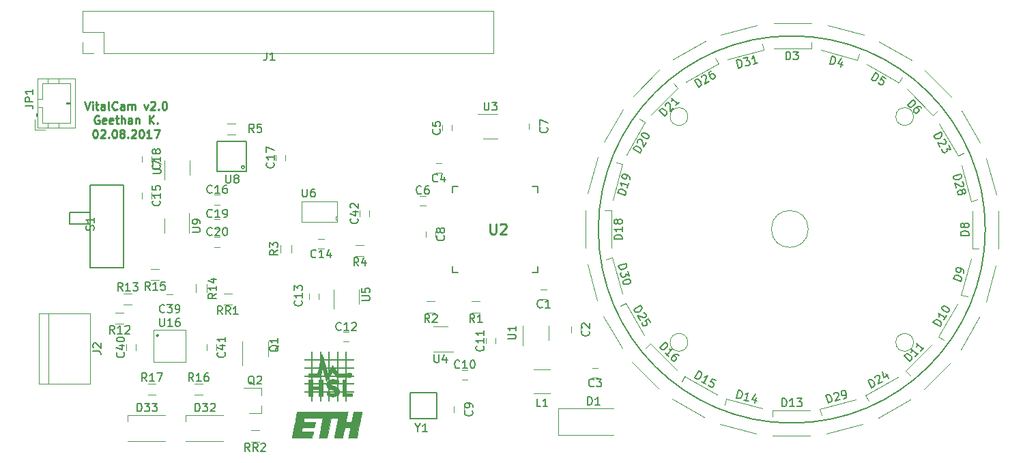
<source format=gto>
G04 #@! TF.FileFunction,Legend,Top*
%FSLAX46Y46*%
G04 Gerber Fmt 4.6, Leading zero omitted, Abs format (unit mm)*
G04 Created by KiCad (PCBNEW 4.0.6) date 08/03/17 11:48:30*
%MOMM*%
%LPD*%
G01*
G04 APERTURE LIST*
%ADD10C,0.100000*%
%ADD11C,0.250000*%
%ADD12C,0.200000*%
%ADD13C,0.150000*%
%ADD14C,0.120000*%
%ADD15C,0.200660*%
%ADD16C,0.050000*%
%ADD17C,0.040000*%
%ADD18C,0.010000*%
%ADD19C,0.152400*%
%ADD20C,0.254000*%
G04 APERTURE END LIST*
D10*
D11*
X105047143Y-72342381D02*
X105380476Y-73342381D01*
X105713810Y-72342381D01*
X106047143Y-73342381D02*
X106047143Y-72675714D01*
X106047143Y-72342381D02*
X105999524Y-72390000D01*
X106047143Y-72437619D01*
X106094762Y-72390000D01*
X106047143Y-72342381D01*
X106047143Y-72437619D01*
X106380476Y-72675714D02*
X106761428Y-72675714D01*
X106523333Y-72342381D02*
X106523333Y-73199524D01*
X106570952Y-73294762D01*
X106666190Y-73342381D01*
X106761428Y-73342381D01*
X107523334Y-73342381D02*
X107523334Y-72818571D01*
X107475715Y-72723333D01*
X107380477Y-72675714D01*
X107190000Y-72675714D01*
X107094762Y-72723333D01*
X107523334Y-73294762D02*
X107428096Y-73342381D01*
X107190000Y-73342381D01*
X107094762Y-73294762D01*
X107047143Y-73199524D01*
X107047143Y-73104286D01*
X107094762Y-73009048D01*
X107190000Y-72961429D01*
X107428096Y-72961429D01*
X107523334Y-72913810D01*
X108142381Y-73342381D02*
X108047143Y-73294762D01*
X107999524Y-73199524D01*
X107999524Y-72342381D01*
X109094763Y-73247143D02*
X109047144Y-73294762D01*
X108904287Y-73342381D01*
X108809049Y-73342381D01*
X108666191Y-73294762D01*
X108570953Y-73199524D01*
X108523334Y-73104286D01*
X108475715Y-72913810D01*
X108475715Y-72770952D01*
X108523334Y-72580476D01*
X108570953Y-72485238D01*
X108666191Y-72390000D01*
X108809049Y-72342381D01*
X108904287Y-72342381D01*
X109047144Y-72390000D01*
X109094763Y-72437619D01*
X109951906Y-73342381D02*
X109951906Y-72818571D01*
X109904287Y-72723333D01*
X109809049Y-72675714D01*
X109618572Y-72675714D01*
X109523334Y-72723333D01*
X109951906Y-73294762D02*
X109856668Y-73342381D01*
X109618572Y-73342381D01*
X109523334Y-73294762D01*
X109475715Y-73199524D01*
X109475715Y-73104286D01*
X109523334Y-73009048D01*
X109618572Y-72961429D01*
X109856668Y-72961429D01*
X109951906Y-72913810D01*
X110428096Y-73342381D02*
X110428096Y-72675714D01*
X110428096Y-72770952D02*
X110475715Y-72723333D01*
X110570953Y-72675714D01*
X110713811Y-72675714D01*
X110809049Y-72723333D01*
X110856668Y-72818571D01*
X110856668Y-73342381D01*
X110856668Y-72818571D02*
X110904287Y-72723333D01*
X110999525Y-72675714D01*
X111142382Y-72675714D01*
X111237620Y-72723333D01*
X111285239Y-72818571D01*
X111285239Y-73342381D01*
X112428096Y-72675714D02*
X112666191Y-73342381D01*
X112904287Y-72675714D01*
X113237620Y-72437619D02*
X113285239Y-72390000D01*
X113380477Y-72342381D01*
X113618573Y-72342381D01*
X113713811Y-72390000D01*
X113761430Y-72437619D01*
X113809049Y-72532857D01*
X113809049Y-72628095D01*
X113761430Y-72770952D01*
X113190001Y-73342381D01*
X113809049Y-73342381D01*
X114237620Y-73247143D02*
X114285239Y-73294762D01*
X114237620Y-73342381D01*
X114190001Y-73294762D01*
X114237620Y-73247143D01*
X114237620Y-73342381D01*
X114904286Y-72342381D02*
X114999525Y-72342381D01*
X115094763Y-72390000D01*
X115142382Y-72437619D01*
X115190001Y-72532857D01*
X115237620Y-72723333D01*
X115237620Y-72961429D01*
X115190001Y-73151905D01*
X115142382Y-73247143D01*
X115094763Y-73294762D01*
X114999525Y-73342381D01*
X114904286Y-73342381D01*
X114809048Y-73294762D01*
X114761429Y-73247143D01*
X114713810Y-73151905D01*
X114666191Y-72961429D01*
X114666191Y-72723333D01*
X114713810Y-72532857D01*
X114761429Y-72437619D01*
X114809048Y-72390000D01*
X114904286Y-72342381D01*
X106832857Y-74140000D02*
X106737619Y-74092381D01*
X106594762Y-74092381D01*
X106451904Y-74140000D01*
X106356666Y-74235238D01*
X106309047Y-74330476D01*
X106261428Y-74520952D01*
X106261428Y-74663810D01*
X106309047Y-74854286D01*
X106356666Y-74949524D01*
X106451904Y-75044762D01*
X106594762Y-75092381D01*
X106690000Y-75092381D01*
X106832857Y-75044762D01*
X106880476Y-74997143D01*
X106880476Y-74663810D01*
X106690000Y-74663810D01*
X107690000Y-75044762D02*
X107594762Y-75092381D01*
X107404285Y-75092381D01*
X107309047Y-75044762D01*
X107261428Y-74949524D01*
X107261428Y-74568571D01*
X107309047Y-74473333D01*
X107404285Y-74425714D01*
X107594762Y-74425714D01*
X107690000Y-74473333D01*
X107737619Y-74568571D01*
X107737619Y-74663810D01*
X107261428Y-74759048D01*
X108547143Y-75044762D02*
X108451905Y-75092381D01*
X108261428Y-75092381D01*
X108166190Y-75044762D01*
X108118571Y-74949524D01*
X108118571Y-74568571D01*
X108166190Y-74473333D01*
X108261428Y-74425714D01*
X108451905Y-74425714D01*
X108547143Y-74473333D01*
X108594762Y-74568571D01*
X108594762Y-74663810D01*
X108118571Y-74759048D01*
X108880476Y-74425714D02*
X109261428Y-74425714D01*
X109023333Y-74092381D02*
X109023333Y-74949524D01*
X109070952Y-75044762D01*
X109166190Y-75092381D01*
X109261428Y-75092381D01*
X109594762Y-75092381D02*
X109594762Y-74092381D01*
X110023334Y-75092381D02*
X110023334Y-74568571D01*
X109975715Y-74473333D01*
X109880477Y-74425714D01*
X109737619Y-74425714D01*
X109642381Y-74473333D01*
X109594762Y-74520952D01*
X110928096Y-75092381D02*
X110928096Y-74568571D01*
X110880477Y-74473333D01*
X110785239Y-74425714D01*
X110594762Y-74425714D01*
X110499524Y-74473333D01*
X110928096Y-75044762D02*
X110832858Y-75092381D01*
X110594762Y-75092381D01*
X110499524Y-75044762D01*
X110451905Y-74949524D01*
X110451905Y-74854286D01*
X110499524Y-74759048D01*
X110594762Y-74711429D01*
X110832858Y-74711429D01*
X110928096Y-74663810D01*
X111404286Y-74425714D02*
X111404286Y-75092381D01*
X111404286Y-74520952D02*
X111451905Y-74473333D01*
X111547143Y-74425714D01*
X111690001Y-74425714D01*
X111785239Y-74473333D01*
X111832858Y-74568571D01*
X111832858Y-75092381D01*
X113070953Y-75092381D02*
X113070953Y-74092381D01*
X113642382Y-75092381D02*
X113213810Y-74520952D01*
X113642382Y-74092381D02*
X113070953Y-74663810D01*
X114070953Y-74997143D02*
X114118572Y-75044762D01*
X114070953Y-75092381D01*
X114023334Y-75044762D01*
X114070953Y-74997143D01*
X114070953Y-75092381D01*
X106332857Y-75842381D02*
X106428096Y-75842381D01*
X106523334Y-75890000D01*
X106570953Y-75937619D01*
X106618572Y-76032857D01*
X106666191Y-76223333D01*
X106666191Y-76461429D01*
X106618572Y-76651905D01*
X106570953Y-76747143D01*
X106523334Y-76794762D01*
X106428096Y-76842381D01*
X106332857Y-76842381D01*
X106237619Y-76794762D01*
X106190000Y-76747143D01*
X106142381Y-76651905D01*
X106094762Y-76461429D01*
X106094762Y-76223333D01*
X106142381Y-76032857D01*
X106190000Y-75937619D01*
X106237619Y-75890000D01*
X106332857Y-75842381D01*
X107047143Y-75937619D02*
X107094762Y-75890000D01*
X107190000Y-75842381D01*
X107428096Y-75842381D01*
X107523334Y-75890000D01*
X107570953Y-75937619D01*
X107618572Y-76032857D01*
X107618572Y-76128095D01*
X107570953Y-76270952D01*
X106999524Y-76842381D01*
X107618572Y-76842381D01*
X108047143Y-76747143D02*
X108094762Y-76794762D01*
X108047143Y-76842381D01*
X107999524Y-76794762D01*
X108047143Y-76747143D01*
X108047143Y-76842381D01*
X108713809Y-75842381D02*
X108809048Y-75842381D01*
X108904286Y-75890000D01*
X108951905Y-75937619D01*
X108999524Y-76032857D01*
X109047143Y-76223333D01*
X109047143Y-76461429D01*
X108999524Y-76651905D01*
X108951905Y-76747143D01*
X108904286Y-76794762D01*
X108809048Y-76842381D01*
X108713809Y-76842381D01*
X108618571Y-76794762D01*
X108570952Y-76747143D01*
X108523333Y-76651905D01*
X108475714Y-76461429D01*
X108475714Y-76223333D01*
X108523333Y-76032857D01*
X108570952Y-75937619D01*
X108618571Y-75890000D01*
X108713809Y-75842381D01*
X109618571Y-76270952D02*
X109523333Y-76223333D01*
X109475714Y-76175714D01*
X109428095Y-76080476D01*
X109428095Y-76032857D01*
X109475714Y-75937619D01*
X109523333Y-75890000D01*
X109618571Y-75842381D01*
X109809048Y-75842381D01*
X109904286Y-75890000D01*
X109951905Y-75937619D01*
X109999524Y-76032857D01*
X109999524Y-76080476D01*
X109951905Y-76175714D01*
X109904286Y-76223333D01*
X109809048Y-76270952D01*
X109618571Y-76270952D01*
X109523333Y-76318571D01*
X109475714Y-76366190D01*
X109428095Y-76461429D01*
X109428095Y-76651905D01*
X109475714Y-76747143D01*
X109523333Y-76794762D01*
X109618571Y-76842381D01*
X109809048Y-76842381D01*
X109904286Y-76794762D01*
X109951905Y-76747143D01*
X109999524Y-76651905D01*
X109999524Y-76461429D01*
X109951905Y-76366190D01*
X109904286Y-76318571D01*
X109809048Y-76270952D01*
X110428095Y-76747143D02*
X110475714Y-76794762D01*
X110428095Y-76842381D01*
X110380476Y-76794762D01*
X110428095Y-76747143D01*
X110428095Y-76842381D01*
X110856666Y-75937619D02*
X110904285Y-75890000D01*
X110999523Y-75842381D01*
X111237619Y-75842381D01*
X111332857Y-75890000D01*
X111380476Y-75937619D01*
X111428095Y-76032857D01*
X111428095Y-76128095D01*
X111380476Y-76270952D01*
X110809047Y-76842381D01*
X111428095Y-76842381D01*
X112047142Y-75842381D02*
X112142381Y-75842381D01*
X112237619Y-75890000D01*
X112285238Y-75937619D01*
X112332857Y-76032857D01*
X112380476Y-76223333D01*
X112380476Y-76461429D01*
X112332857Y-76651905D01*
X112285238Y-76747143D01*
X112237619Y-76794762D01*
X112142381Y-76842381D01*
X112047142Y-76842381D01*
X111951904Y-76794762D01*
X111904285Y-76747143D01*
X111856666Y-76651905D01*
X111809047Y-76461429D01*
X111809047Y-76223333D01*
X111856666Y-76032857D01*
X111904285Y-75937619D01*
X111951904Y-75890000D01*
X112047142Y-75842381D01*
X113332857Y-76842381D02*
X112761428Y-76842381D01*
X113047142Y-76842381D02*
X113047142Y-75842381D01*
X112951904Y-75985238D01*
X112856666Y-76080476D01*
X112761428Y-76128095D01*
X113666190Y-75842381D02*
X114332857Y-75842381D01*
X113904285Y-76842381D01*
D12*
X216790000Y-88190000D02*
G75*
G03X216790000Y-88190000I-24000000J0D01*
G01*
D13*
X124880278Y-80470000D02*
G75*
G03X124880278Y-80470000I-180278J0D01*
G01*
X125150000Y-79870000D02*
X125150000Y-77260000D01*
X125150000Y-77260000D02*
X121490000Y-77260000D01*
X121490000Y-77260000D02*
X121460000Y-77260000D01*
X121460000Y-77260000D02*
X121460000Y-80980000D01*
X121460000Y-80980000D02*
X125150000Y-80980000D01*
X125150000Y-80980000D02*
X125150000Y-79890000D01*
D14*
X194826000Y-88130000D02*
G75*
G03X194826000Y-88130000I-2286000J0D01*
G01*
X162350000Y-96800000D02*
X161650000Y-96800000D01*
X161650000Y-95600000D02*
X162350000Y-95600000D01*
X166600000Y-100250000D02*
X166600000Y-100950000D01*
X165400000Y-100950000D02*
X165400000Y-100250000D01*
X168750000Y-106600000D02*
X168050000Y-106600000D01*
X168050000Y-105400000D02*
X168750000Y-105400000D01*
X149350000Y-81200000D02*
X148650000Y-81200000D01*
X148650000Y-80000000D02*
X149350000Y-80000000D01*
X149400000Y-75950000D02*
X149400000Y-75250000D01*
X150600000Y-75250000D02*
X150600000Y-75950000D01*
X146650000Y-84000000D02*
X147350000Y-84000000D01*
X147350000Y-85200000D02*
X146650000Y-85200000D01*
X161400000Y-75050000D02*
X161400000Y-75750000D01*
X160200000Y-75750000D02*
X160200000Y-75050000D01*
X148600000Y-88450000D02*
X148600000Y-89150000D01*
X147400000Y-89150000D02*
X147400000Y-88450000D01*
X152100000Y-110150000D02*
X152100000Y-110850000D01*
X150900000Y-110850000D02*
X150900000Y-110150000D01*
X151850000Y-105600000D02*
X152550000Y-105600000D01*
X152550000Y-106800000D02*
X151850000Y-106800000D01*
X154800000Y-102350000D02*
X154800000Y-101650000D01*
X156000000Y-101650000D02*
X156000000Y-102350000D01*
X137150000Y-100900000D02*
X137850000Y-100900000D01*
X137850000Y-102100000D02*
X137150000Y-102100000D01*
X134100000Y-96150000D02*
X134100000Y-96850000D01*
X132900000Y-96850000D02*
X132900000Y-96150000D01*
X134750000Y-90600000D02*
X134050000Y-90600000D01*
X134050000Y-89400000D02*
X134750000Y-89400000D01*
X113350000Y-83650000D02*
X113350000Y-84350000D01*
X112150000Y-84350000D02*
X112150000Y-83650000D01*
X121150000Y-83900000D02*
X121850000Y-83900000D01*
X121850000Y-85100000D02*
X121150000Y-85100000D01*
X128780000Y-79630000D02*
X128780000Y-78930000D01*
X129980000Y-78930000D02*
X129980000Y-79630000D01*
X113350000Y-79150000D02*
X113350000Y-79850000D01*
X112150000Y-79850000D02*
X112150000Y-79150000D01*
X121150000Y-86900000D02*
X121850000Y-86900000D01*
X121850000Y-88100000D02*
X121150000Y-88100000D01*
X121150000Y-89150000D02*
X121850000Y-89150000D01*
X121850000Y-90350000D02*
X121150000Y-90350000D01*
X115950000Y-97400000D02*
X115250000Y-97400000D01*
X115250000Y-96200000D02*
X115950000Y-96200000D01*
X110200000Y-103150000D02*
X110200000Y-102450000D01*
X111400000Y-102450000D02*
X111400000Y-103150000D01*
X121400000Y-102450000D02*
X121400000Y-103150000D01*
X120200000Y-103150000D02*
X120200000Y-102450000D01*
X139200000Y-86550000D02*
X139200000Y-85850000D01*
X140400000Y-85850000D02*
X140400000Y-86550000D01*
X190540000Y-62590000D02*
X195190000Y-62590000D01*
X190540000Y-65790000D02*
X195190000Y-65790000D01*
X195190000Y-65790000D02*
X195190000Y-64990000D01*
X197240777Y-62872176D02*
X201732332Y-64075684D01*
X196412556Y-65963138D02*
X200904112Y-67166647D01*
X200904112Y-67166647D02*
X201111167Y-66393906D01*
X203641443Y-64894749D02*
X207668461Y-67219749D01*
X202041443Y-67666031D02*
X206068461Y-69991031D01*
X206068461Y-69991031D02*
X206468461Y-69298210D01*
X209300944Y-68497076D02*
X212588990Y-71785122D01*
X207038202Y-70759818D02*
X210326248Y-74047864D01*
X210326248Y-74047864D02*
X210891934Y-73482179D01*
X218390000Y-85940000D02*
X218390000Y-90590000D01*
X215190000Y-85940000D02*
X215190000Y-90590000D01*
X215190000Y-90590000D02*
X215990000Y-90590000D01*
X218100044Y-92642434D02*
X216896536Y-97133989D01*
X215009082Y-91814213D02*
X213805573Y-96305769D01*
X213805573Y-96305769D02*
X214578314Y-96512824D01*
X216085251Y-99041443D02*
X213760251Y-103068461D01*
X213313969Y-97441443D02*
X210988969Y-101468461D01*
X210988969Y-101468461D02*
X211681790Y-101868461D01*
X212482924Y-104700944D02*
X209194878Y-107988990D01*
X210220182Y-102438202D02*
X206932136Y-105726248D01*
X206932136Y-105726248D02*
X207497821Y-106291934D01*
X195040000Y-113790000D02*
X190390000Y-113790000D01*
X195040000Y-110590000D02*
X190390000Y-110590000D01*
X190390000Y-110590000D02*
X190390000Y-111390000D01*
X188337566Y-113500044D02*
X183846011Y-112296536D01*
X189165787Y-110409082D02*
X184674231Y-109205573D01*
X184674231Y-109205573D02*
X184467176Y-109978314D01*
X181938557Y-111485251D02*
X177911539Y-109160251D01*
X183538557Y-108713969D02*
X179511539Y-106388969D01*
X179511539Y-106388969D02*
X179111539Y-107081790D01*
X176279056Y-107882924D02*
X172991010Y-104594878D01*
X178541798Y-105620182D02*
X175253752Y-102332136D01*
X175253752Y-102332136D02*
X174688066Y-102897821D01*
X167190000Y-90440000D02*
X167190000Y-85790000D01*
X170390000Y-90440000D02*
X170390000Y-85790000D01*
X170390000Y-85790000D02*
X169590000Y-85790000D01*
X167479956Y-83737566D02*
X168683464Y-79246011D01*
X170570918Y-84565787D02*
X171774427Y-80074231D01*
X171774427Y-80074231D02*
X171001686Y-79867176D01*
X169494749Y-77338557D02*
X171819749Y-73311539D01*
X172266031Y-78938557D02*
X174591031Y-74911539D01*
X174591031Y-74911539D02*
X173898210Y-74511539D01*
X173097076Y-71679056D02*
X176385122Y-68391010D01*
X175359818Y-73941798D02*
X178647864Y-70653752D01*
X178647864Y-70653752D02*
X178082179Y-70088066D01*
X213835251Y-73441443D02*
X216160251Y-77468461D01*
X211063969Y-75041443D02*
X213388969Y-79068461D01*
X213388969Y-79068461D02*
X214081790Y-78668461D01*
X207538557Y-109235251D02*
X203511539Y-111560251D01*
X205938557Y-106463969D02*
X201911539Y-108788969D01*
X201911539Y-108788969D02*
X202311539Y-109481790D01*
X171744749Y-102938557D02*
X169419749Y-98911539D01*
X174516031Y-101338557D02*
X172191031Y-97311539D01*
X172191031Y-97311539D02*
X171498210Y-97711539D01*
X178041443Y-67144749D02*
X182068461Y-64819749D01*
X179641443Y-69916031D02*
X183668461Y-67591031D01*
X183668461Y-67591031D02*
X183268461Y-66898210D01*
X216935358Y-79390899D02*
X218138867Y-83882455D01*
X213844396Y-80219120D02*
X215047904Y-84710675D01*
X215047904Y-84710675D02*
X215820645Y-84503620D01*
X201589101Y-112335358D02*
X197097545Y-113538867D01*
X200760880Y-109244396D02*
X196269325Y-110447904D01*
X196269325Y-110447904D02*
X196476380Y-111220645D01*
X168644642Y-96989101D02*
X167441133Y-92497545D01*
X171735604Y-96160880D02*
X170532096Y-91669325D01*
X170532096Y-91669325D02*
X169759355Y-91876380D01*
X183990899Y-64044642D02*
X188482455Y-62841133D01*
X184819120Y-67135604D02*
X189310675Y-65932096D01*
X189310675Y-65932096D02*
X189103620Y-65159355D01*
X122250000Y-114400000D02*
X117600000Y-114400000D01*
X122250000Y-111200000D02*
X117600000Y-111200000D01*
X117600000Y-111200000D02*
X117600000Y-112000000D01*
X115050000Y-114400000D02*
X110400000Y-114400000D01*
X115050000Y-111200000D02*
X110400000Y-111200000D01*
X110400000Y-111200000D02*
X110400000Y-112000000D01*
X155730000Y-66320000D02*
X155730000Y-61120000D01*
X107410000Y-66320000D02*
X155730000Y-66320000D01*
X104810000Y-61120000D02*
X155730000Y-61120000D01*
X107410000Y-66320000D02*
X107410000Y-63720000D01*
X107410000Y-63720000D02*
X104810000Y-63720000D01*
X104810000Y-63720000D02*
X104810000Y-61120000D01*
X106140000Y-66320000D02*
X104810000Y-66320000D01*
X104810000Y-66320000D02*
X104810000Y-64990000D01*
X99360000Y-98600000D02*
X99360000Y-107300000D01*
X105770000Y-98600000D02*
X105770000Y-107300000D01*
X105770000Y-107300000D02*
X99360000Y-107300000D01*
X100590000Y-107300000D02*
X100590000Y-98600000D01*
X99360000Y-98600000D02*
X105770000Y-98600000D01*
X99200000Y-75550000D02*
X103900000Y-75550000D01*
X103900000Y-75550000D02*
X103900000Y-69450000D01*
X103900000Y-69450000D02*
X99200000Y-69450000D01*
X99200000Y-69450000D02*
X99200000Y-75550000D01*
X99200000Y-73000000D02*
X99800000Y-73000000D01*
X99800000Y-73000000D02*
X99800000Y-74950000D01*
X99800000Y-74950000D02*
X103300000Y-74950000D01*
X103300000Y-74950000D02*
X103300000Y-70050000D01*
X103300000Y-70050000D02*
X99800000Y-70050000D01*
X99800000Y-70050000D02*
X99800000Y-72000000D01*
X99800000Y-72000000D02*
X99200000Y-72000000D01*
X100500000Y-75550000D02*
X100500000Y-74950000D01*
X101800000Y-75550000D02*
X101800000Y-74950000D01*
X100500000Y-69450000D02*
X100500000Y-70050000D01*
X101800000Y-69450000D02*
X101800000Y-70050000D01*
X99200000Y-73800000D02*
X99000000Y-73800000D01*
X99000000Y-73800000D02*
X99000000Y-74100000D01*
X99000000Y-74100000D02*
X99200000Y-74100000D01*
X99100000Y-73800000D02*
X99100000Y-74100000D01*
X103300000Y-72600000D02*
X102800000Y-72600000D01*
X102800000Y-72600000D02*
X102800000Y-72400000D01*
X102800000Y-72400000D02*
X103300000Y-72400000D01*
X103300000Y-72500000D02*
X102800000Y-72500000D01*
X98900000Y-74600000D02*
X98900000Y-75850000D01*
X98900000Y-75850000D02*
X100150000Y-75850000D01*
X160800000Y-105520000D02*
X162800000Y-105520000D01*
X162800000Y-108480000D02*
X160800000Y-108480000D01*
X127810000Y-103900000D02*
X127810000Y-102100000D01*
X124590000Y-102100000D02*
X124590000Y-105050000D01*
X126960000Y-110980000D02*
X126960000Y-110050000D01*
X126960000Y-107820000D02*
X126960000Y-108750000D01*
X126960000Y-107820000D02*
X124800000Y-107820000D01*
X126960000Y-110980000D02*
X125500000Y-110980000D01*
X153100000Y-97120000D02*
X154100000Y-97120000D01*
X154100000Y-98480000D02*
X153100000Y-98480000D01*
X147500000Y-97120000D02*
X148500000Y-97120000D01*
X148500000Y-98480000D02*
X147500000Y-98480000D01*
X130680000Y-90100000D02*
X130680000Y-91100000D01*
X129320000Y-91100000D02*
X129320000Y-90100000D01*
X138700000Y-90120000D02*
X139700000Y-90120000D01*
X139700000Y-91480000D02*
X138700000Y-91480000D01*
X123740000Y-76420000D02*
X122740000Y-76420000D01*
X122740000Y-75060000D02*
X123740000Y-75060000D01*
X108900000Y-98520000D02*
X109900000Y-98520000D01*
X109900000Y-99880000D02*
X108900000Y-99880000D01*
X110900000Y-97480000D02*
X109900000Y-97480000D01*
X109900000Y-96120000D02*
X110900000Y-96120000D01*
X118820000Y-96000000D02*
X118820000Y-95000000D01*
X120180000Y-95000000D02*
X120180000Y-96000000D01*
X113300000Y-93120000D02*
X114300000Y-93120000D01*
X114300000Y-94480000D02*
X113300000Y-94480000D01*
X119700000Y-108680000D02*
X118700000Y-108680000D01*
X118700000Y-107320000D02*
X119700000Y-107320000D01*
X113900000Y-108680000D02*
X112900000Y-108680000D01*
X112900000Y-107320000D02*
X113900000Y-107320000D01*
X122300000Y-96120000D02*
X123300000Y-96120000D01*
X123300000Y-97480000D02*
X122300000Y-97480000D01*
X125700000Y-113120000D02*
X126700000Y-113120000D01*
X126700000Y-114480000D02*
X125700000Y-114480000D01*
D15*
X105699420Y-86100740D02*
X103200060Y-86100740D01*
X103200060Y-86100740D02*
X103200060Y-87500280D01*
X103200060Y-87500280D02*
X105699420Y-87500280D01*
X105699420Y-82699680D02*
X105699420Y-92900320D01*
X105699420Y-92900320D02*
X109900580Y-92900320D01*
X109900580Y-92900320D02*
X109900580Y-82699680D01*
X109900580Y-82699680D02*
X105699420Y-82699680D01*
D14*
X162610000Y-101900000D02*
X162610000Y-100100000D01*
X159390000Y-100100000D02*
X159390000Y-102550000D01*
X154520000Y-76960000D02*
X156280000Y-76960000D01*
X156280000Y-73890000D02*
X153850000Y-73890000D01*
X150080000Y-100240000D02*
X148320000Y-100240000D01*
X148320000Y-103310000D02*
X150750000Y-103310000D01*
X139060000Y-97380000D02*
X139060000Y-95620000D01*
X135990000Y-95620000D02*
X135990000Y-98050000D01*
D16*
X136400000Y-87000000D02*
X136250000Y-87000000D01*
X136250000Y-87000000D02*
X136250000Y-86600000D01*
X136250000Y-86600000D02*
X136350000Y-86600000D01*
X136350000Y-86600000D02*
X136400000Y-86600000D01*
X136050000Y-87300000D02*
X136400000Y-87300000D01*
X136400000Y-87300000D02*
X136400000Y-84700000D01*
X136400000Y-84700000D02*
X132000000Y-84700000D01*
X132000000Y-84700000D02*
X132000000Y-87300000D01*
X132000000Y-87300000D02*
X136050000Y-87300000D01*
X136050000Y-87300000D02*
X136100000Y-87300000D01*
D14*
X118060000Y-81380000D02*
X118060000Y-79620000D01*
X114990000Y-79620000D02*
X114990000Y-82050000D01*
X114940000Y-86870000D02*
X114940000Y-88630000D01*
X118010000Y-88630000D02*
X118010000Y-86200000D01*
D13*
X145400000Y-108450000D02*
X145400000Y-111650000D01*
X145400000Y-111650000D02*
X148700000Y-111650000D01*
X148700000Y-111650000D02*
X148700000Y-108450000D01*
X148700000Y-108450000D02*
X145400000Y-108450000D01*
X114241421Y-101350000D02*
G75*
G03X114241421Y-101350000I-141421J0D01*
G01*
D16*
X113600000Y-100600000D02*
X113600000Y-104600000D01*
X117600000Y-100600000D02*
X117600000Y-104600000D01*
X113600000Y-100600000D02*
X117600000Y-100600000D01*
X113600000Y-104600000D02*
X117600000Y-104600000D01*
D17*
X179890000Y-74190000D02*
G75*
G03X179890000Y-74190000I-1100000J0D01*
G01*
X207890000Y-74190000D02*
G75*
G03X207890000Y-74190000I-1100000J0D01*
G01*
X207890000Y-102190000D02*
G75*
G03X207890000Y-102190000I-1100000J0D01*
G01*
X179890000Y-102190000D02*
G75*
G03X179890000Y-102190000I-1100000J0D01*
G01*
D14*
X163800000Y-110350000D02*
X163800000Y-113650000D01*
X163800000Y-113650000D02*
X170700000Y-113650000D01*
X163800000Y-110350000D02*
X170700000Y-110350000D01*
D12*
X161300000Y-82890000D02*
X160600000Y-82890000D01*
X150700000Y-82890000D02*
X151400000Y-82890000D01*
X150700000Y-93490000D02*
X151400000Y-93490000D01*
X161300000Y-93490000D02*
X160600000Y-93490000D01*
X161300000Y-82890000D02*
X161300000Y-83590000D01*
X161300000Y-93490000D02*
X161300000Y-92790000D01*
X150700000Y-93490000D02*
X150700000Y-92790000D01*
X150700000Y-82890000D02*
X150700000Y-83590000D01*
D18*
G36*
X139013958Y-110755496D02*
X139046182Y-110755498D01*
X139076911Y-110755502D01*
X139106177Y-110755508D01*
X139134009Y-110755514D01*
X139160440Y-110755522D01*
X139185500Y-110755532D01*
X139209221Y-110755542D01*
X139231632Y-110755555D01*
X139252765Y-110755569D01*
X139272652Y-110755585D01*
X139291322Y-110755602D01*
X139308807Y-110755622D01*
X139325138Y-110755643D01*
X139340346Y-110755666D01*
X139354462Y-110755691D01*
X139367516Y-110755719D01*
X139379540Y-110755748D01*
X139390564Y-110755779D01*
X139400620Y-110755813D01*
X139409739Y-110755849D01*
X139417951Y-110755887D01*
X139425287Y-110755928D01*
X139431779Y-110755971D01*
X139437457Y-110756017D01*
X139442352Y-110756065D01*
X139446496Y-110756116D01*
X139449918Y-110756170D01*
X139452651Y-110756226D01*
X139454725Y-110756286D01*
X139456171Y-110756348D01*
X139457020Y-110756413D01*
X139457302Y-110756481D01*
X139457302Y-110756486D01*
X139457136Y-110757291D01*
X139456662Y-110759630D01*
X139455886Y-110763480D01*
X139454812Y-110768819D01*
X139453444Y-110775623D01*
X139451787Y-110783871D01*
X139449846Y-110793538D01*
X139447625Y-110804604D01*
X139445129Y-110817044D01*
X139442362Y-110830836D01*
X139439329Y-110845958D01*
X139436034Y-110862386D01*
X139432482Y-110880099D01*
X139428677Y-110899072D01*
X139424625Y-110919284D01*
X139420329Y-110940712D01*
X139415794Y-110963334D01*
X139411024Y-110987125D01*
X139406025Y-111012064D01*
X139400801Y-111038129D01*
X139395356Y-111065295D01*
X139389695Y-111093541D01*
X139383822Y-111122844D01*
X139377742Y-111153181D01*
X139371460Y-111184529D01*
X139364980Y-111216866D01*
X139358306Y-111250169D01*
X139351444Y-111284415D01*
X139344397Y-111319582D01*
X139337171Y-111355646D01*
X139329770Y-111392586D01*
X139322198Y-111430377D01*
X139314459Y-111468999D01*
X139306560Y-111508427D01*
X139298503Y-111548640D01*
X139290294Y-111589614D01*
X139281937Y-111631327D01*
X139273437Y-111673756D01*
X139264798Y-111716878D01*
X139256025Y-111760671D01*
X139247122Y-111805112D01*
X139238094Y-111850178D01*
X139228946Y-111895847D01*
X139219681Y-111942095D01*
X139210305Y-111988901D01*
X139200823Y-112036240D01*
X139191237Y-112084091D01*
X139181555Y-112132432D01*
X139171779Y-112181238D01*
X139161914Y-112230488D01*
X139151965Y-112280158D01*
X139141936Y-112330227D01*
X139131833Y-112380671D01*
X139128449Y-112397564D01*
X138799959Y-114037650D01*
X138286161Y-114037650D01*
X138254547Y-114037649D01*
X138223636Y-114037645D01*
X138193458Y-114037640D01*
X138164047Y-114037633D01*
X138135435Y-114037623D01*
X138107654Y-114037612D01*
X138080737Y-114037599D01*
X138054716Y-114037583D01*
X138029624Y-114037566D01*
X138005493Y-114037548D01*
X137982355Y-114037527D01*
X137960244Y-114037505D01*
X137939190Y-114037481D01*
X137919228Y-114037455D01*
X137900389Y-114037428D01*
X137882705Y-114037400D01*
X137866209Y-114037369D01*
X137850934Y-114037338D01*
X137836912Y-114037305D01*
X137824175Y-114037271D01*
X137812756Y-114037235D01*
X137802687Y-114037198D01*
X137794000Y-114037160D01*
X137786729Y-114037121D01*
X137780905Y-114037081D01*
X137776561Y-114037040D01*
X137773730Y-114036997D01*
X137772443Y-114036954D01*
X137772363Y-114036940D01*
X137772517Y-114036132D01*
X137772974Y-114033804D01*
X137773726Y-114029992D01*
X137774767Y-114024733D01*
X137776089Y-114018064D01*
X137777685Y-114010021D01*
X137779548Y-114000640D01*
X137781670Y-113989959D01*
X137784043Y-113978013D01*
X137786662Y-113964840D01*
X137789518Y-113950476D01*
X137792604Y-113934957D01*
X137795913Y-113918321D01*
X137799438Y-113900603D01*
X137803171Y-113881841D01*
X137807105Y-113862070D01*
X137811232Y-113841328D01*
X137815546Y-113819652D01*
X137820040Y-113797076D01*
X137824705Y-113773640D01*
X137829535Y-113749378D01*
X137834522Y-113724327D01*
X137839660Y-113698525D01*
X137844940Y-113672007D01*
X137850355Y-113644811D01*
X137855899Y-113616972D01*
X137861564Y-113588528D01*
X137867342Y-113559515D01*
X137873227Y-113529969D01*
X137879211Y-113499928D01*
X137885287Y-113469427D01*
X137891447Y-113438504D01*
X137897685Y-113407194D01*
X137898569Y-113402755D01*
X137904817Y-113371393D01*
X137910989Y-113340412D01*
X137917077Y-113309849D01*
X137923074Y-113279739D01*
X137928973Y-113250119D01*
X137934767Y-113221027D01*
X137940449Y-113192499D01*
X137946010Y-113164570D01*
X137951444Y-113137279D01*
X137956744Y-113110661D01*
X137961902Y-113084753D01*
X137966911Y-113059591D01*
X137971763Y-113035213D01*
X137976452Y-113011655D01*
X137980970Y-112988953D01*
X137985310Y-112967144D01*
X137989465Y-112946265D01*
X137993426Y-112926351D01*
X137997188Y-112907441D01*
X138000743Y-112889570D01*
X138004082Y-112872775D01*
X138007200Y-112857093D01*
X138010089Y-112842560D01*
X138012741Y-112829213D01*
X138015150Y-112817088D01*
X138017308Y-112806222D01*
X138019207Y-112796651D01*
X138020841Y-112788413D01*
X138022202Y-112781544D01*
X138023283Y-112776080D01*
X138024077Y-112772058D01*
X138024575Y-112769514D01*
X138024772Y-112768486D01*
X138024775Y-112768465D01*
X138024083Y-112768392D01*
X138022001Y-112768323D01*
X138018519Y-112768258D01*
X138013628Y-112768196D01*
X138007320Y-112768138D01*
X137999584Y-112768083D01*
X137990412Y-112768031D01*
X137979795Y-112767983D01*
X137967724Y-112767938D01*
X137954189Y-112767896D01*
X137939181Y-112767858D01*
X137922691Y-112767823D01*
X137904710Y-112767791D01*
X137885229Y-112767763D01*
X137864239Y-112767738D01*
X137841729Y-112767716D01*
X137817692Y-112767697D01*
X137792118Y-112767681D01*
X137764998Y-112767669D01*
X137736323Y-112767660D01*
X137706084Y-112767653D01*
X137674270Y-112767650D01*
X137289342Y-112767650D01*
X137192215Y-113255211D01*
X137186497Y-113283913D01*
X137180765Y-113312689D01*
X137175029Y-113341478D01*
X137169304Y-113370220D01*
X137163599Y-113398856D01*
X137157928Y-113427324D01*
X137152302Y-113455565D01*
X137146734Y-113483518D01*
X137141234Y-113511124D01*
X137135816Y-113538321D01*
X137130492Y-113565051D01*
X137125272Y-113591252D01*
X137120170Y-113616864D01*
X137115197Y-113641827D01*
X137110365Y-113666082D01*
X137105687Y-113689567D01*
X137101173Y-113712223D01*
X137096837Y-113733989D01*
X137092691Y-113754805D01*
X137088745Y-113774612D01*
X137085013Y-113793348D01*
X137081505Y-113810954D01*
X137078235Y-113827369D01*
X137075215Y-113842533D01*
X137072455Y-113856386D01*
X137069968Y-113868868D01*
X137067767Y-113879919D01*
X137065863Y-113889477D01*
X137065717Y-113890211D01*
X137036346Y-114037650D01*
X136008452Y-114037650D01*
X136008895Y-114035467D01*
X136009067Y-114034615D01*
X136009547Y-114032233D01*
X136010331Y-114028348D01*
X136011412Y-114022986D01*
X136012785Y-114016172D01*
X136014446Y-114007934D01*
X136016389Y-113998297D01*
X136018609Y-113987288D01*
X136021099Y-113974934D01*
X136023856Y-113961259D01*
X136026873Y-113946292D01*
X136030146Y-113930058D01*
X136033669Y-113912583D01*
X136037437Y-113893894D01*
X136041444Y-113874016D01*
X136045685Y-113852978D01*
X136050155Y-113830803D01*
X136054849Y-113807520D01*
X136059761Y-113783153D01*
X136064886Y-113757730D01*
X136070219Y-113731277D01*
X136075754Y-113703820D01*
X136081487Y-113675386D01*
X136087411Y-113646000D01*
X136093521Y-113615689D01*
X136099813Y-113584479D01*
X136106280Y-113552396D01*
X136112918Y-113519468D01*
X136119722Y-113485720D01*
X136126685Y-113451178D01*
X136133803Y-113415869D01*
X136141071Y-113379819D01*
X136148482Y-113343054D01*
X136156032Y-113305601D01*
X136163716Y-113267486D01*
X136171528Y-113228735D01*
X136179463Y-113189375D01*
X136187515Y-113149432D01*
X136195679Y-113108931D01*
X136203951Y-113067900D01*
X136212324Y-113026365D01*
X136220793Y-112984352D01*
X136229354Y-112941887D01*
X136238000Y-112898997D01*
X136246727Y-112855707D01*
X136255529Y-112812045D01*
X136256638Y-112806544D01*
X136265448Y-112762840D01*
X136274184Y-112719507D01*
X136282840Y-112676571D01*
X136291410Y-112634057D01*
X136299890Y-112591993D01*
X136308274Y-112550405D01*
X136316557Y-112509318D01*
X136324734Y-112468759D01*
X136332799Y-112428755D01*
X136340747Y-112389331D01*
X136348573Y-112350515D01*
X136356271Y-112312331D01*
X136363836Y-112274807D01*
X136371263Y-112237968D01*
X136378547Y-112201842D01*
X136385681Y-112166454D01*
X136392662Y-112131830D01*
X136399483Y-112097997D01*
X136406140Y-112064981D01*
X136412627Y-112032809D01*
X136418938Y-112001507D01*
X136425069Y-111971100D01*
X136431014Y-111941615D01*
X136436767Y-111913079D01*
X136442325Y-111885518D01*
X136447680Y-111858958D01*
X136452829Y-111833425D01*
X136457765Y-111808945D01*
X136462483Y-111785546D01*
X136466979Y-111763252D01*
X136471246Y-111742091D01*
X136475280Y-111722089D01*
X136479075Y-111703272D01*
X136482625Y-111685666D01*
X136485927Y-111669297D01*
X136488973Y-111654192D01*
X136491760Y-111640378D01*
X136494281Y-111627879D01*
X136496531Y-111616723D01*
X136498506Y-111606936D01*
X136500199Y-111598545D01*
X136501606Y-111591574D01*
X136502721Y-111586052D01*
X136503539Y-111582003D01*
X136504054Y-111579455D01*
X136504262Y-111578433D01*
X136504266Y-111578414D01*
X136504241Y-111578313D01*
X136504090Y-111578217D01*
X136503774Y-111578126D01*
X136503254Y-111578040D01*
X136502491Y-111577958D01*
X136501446Y-111577881D01*
X136500080Y-111577808D01*
X136498353Y-111577740D01*
X136496226Y-111577675D01*
X136493661Y-111577615D01*
X136490617Y-111577558D01*
X136487057Y-111577505D01*
X136482941Y-111577456D01*
X136478229Y-111577410D01*
X136472883Y-111577368D01*
X136466863Y-111577328D01*
X136460131Y-111577292D01*
X136452647Y-111577259D01*
X136444372Y-111577229D01*
X136435267Y-111577201D01*
X136425293Y-111577176D01*
X136414411Y-111577154D01*
X136402581Y-111577133D01*
X136389765Y-111577115D01*
X136375923Y-111577099D01*
X136361016Y-111577085D01*
X136345005Y-111577073D01*
X136327851Y-111577063D01*
X136309515Y-111577054D01*
X136289957Y-111577047D01*
X136269139Y-111577041D01*
X136247022Y-111577036D01*
X136223566Y-111577032D01*
X136198732Y-111577029D01*
X136172481Y-111577027D01*
X136144773Y-111577026D01*
X136115571Y-111577025D01*
X135642313Y-111577025D01*
X135395510Y-112807337D01*
X135148706Y-114037650D01*
X134123317Y-114037650D01*
X134123818Y-114035070D01*
X134123991Y-114034204D01*
X134124471Y-114031808D01*
X134125253Y-114027907D01*
X134126331Y-114022530D01*
X134127701Y-114015701D01*
X134129356Y-114007447D01*
X134131292Y-113997794D01*
X134133503Y-113986769D01*
X134135984Y-113974398D01*
X134138730Y-113960708D01*
X134141736Y-113945724D01*
X134144996Y-113929473D01*
X134148504Y-113911981D01*
X134152257Y-113893274D01*
X134156247Y-113873380D01*
X134160471Y-113852323D01*
X134164923Y-113830131D01*
X134169597Y-113806830D01*
X134174488Y-113782446D01*
X134179592Y-113757005D01*
X134184902Y-113730534D01*
X134190413Y-113703059D01*
X134196121Y-113674606D01*
X134202020Y-113645202D01*
X134208104Y-113614873D01*
X134214369Y-113583644D01*
X134220808Y-113551544D01*
X134227417Y-113518597D01*
X134234191Y-113484830D01*
X134241124Y-113450270D01*
X134248211Y-113414943D01*
X134255447Y-113378875D01*
X134262826Y-113342092D01*
X134270343Y-113304620D01*
X134277993Y-113266487D01*
X134285771Y-113227718D01*
X134293671Y-113188340D01*
X134301687Y-113148378D01*
X134309816Y-113107860D01*
X134318051Y-113066811D01*
X134326387Y-113025259D01*
X134334819Y-112983228D01*
X134343342Y-112940746D01*
X134351950Y-112897838D01*
X134360637Y-112854532D01*
X134369400Y-112810853D01*
X134370583Y-112804956D01*
X134616848Y-111577422D01*
X133446908Y-111577223D01*
X133403812Y-111577216D01*
X133361095Y-111577209D01*
X133318786Y-111577204D01*
X133276913Y-111577198D01*
X133235503Y-111577194D01*
X133194583Y-111577190D01*
X133154182Y-111577186D01*
X133114327Y-111577183D01*
X133075045Y-111577181D01*
X133036365Y-111577179D01*
X132998315Y-111577178D01*
X132960921Y-111577177D01*
X132924212Y-111577177D01*
X132888215Y-111577178D01*
X132852958Y-111577179D01*
X132818468Y-111577180D01*
X132784774Y-111577182D01*
X132751903Y-111577185D01*
X132719883Y-111577188D01*
X132688741Y-111577192D01*
X132658505Y-111577196D01*
X132629203Y-111577201D01*
X132600863Y-111577206D01*
X132573511Y-111577212D01*
X132547177Y-111577218D01*
X132521887Y-111577224D01*
X132497669Y-111577231D01*
X132474552Y-111577239D01*
X132452562Y-111577247D01*
X132431727Y-111577256D01*
X132412075Y-111577265D01*
X132393634Y-111577274D01*
X132376432Y-111577284D01*
X132360495Y-111577295D01*
X132345853Y-111577306D01*
X132332532Y-111577317D01*
X132320560Y-111577328D01*
X132309965Y-111577341D01*
X132300774Y-111577353D01*
X132293016Y-111577366D01*
X132286718Y-111577380D01*
X132281907Y-111577393D01*
X132278612Y-111577408D01*
X132276860Y-111577422D01*
X132276560Y-111577431D01*
X132276378Y-111578229D01*
X132275904Y-111580508D01*
X132275151Y-111584196D01*
X132274136Y-111589215D01*
X132272873Y-111595493D01*
X132271378Y-111602953D01*
X132269663Y-111611521D01*
X132267746Y-111621121D01*
X132265640Y-111631679D01*
X132263360Y-111643120D01*
X132260922Y-111655369D01*
X132258339Y-111668351D01*
X132255628Y-111681990D01*
X132252802Y-111696213D01*
X132249877Y-111710943D01*
X132246867Y-111726106D01*
X132243788Y-111741628D01*
X132240653Y-111757432D01*
X132237479Y-111773444D01*
X132234279Y-111789590D01*
X132231070Y-111805793D01*
X132227864Y-111821980D01*
X132224678Y-111838075D01*
X132221527Y-111854003D01*
X132218424Y-111869689D01*
X132215385Y-111885059D01*
X132212425Y-111900037D01*
X132209559Y-111914548D01*
X132206801Y-111928518D01*
X132204167Y-111941871D01*
X132201671Y-111954533D01*
X132199327Y-111966428D01*
X132197152Y-111977482D01*
X132195159Y-111987619D01*
X132193364Y-111996765D01*
X132191782Y-112004844D01*
X132190426Y-112011782D01*
X132189313Y-112017504D01*
X132188457Y-112021934D01*
X132187872Y-112024999D01*
X132187575Y-112026622D01*
X132187538Y-112026868D01*
X132187792Y-112026926D01*
X132188571Y-112026981D01*
X132189901Y-112027035D01*
X132191810Y-112027086D01*
X132194322Y-112027136D01*
X132197465Y-112027183D01*
X132201265Y-112027229D01*
X132205748Y-112027273D01*
X132210940Y-112027314D01*
X132216867Y-112027354D01*
X132223556Y-112027393D01*
X132231034Y-112027429D01*
X132239326Y-112027463D01*
X132248458Y-112027496D01*
X132258457Y-112027528D01*
X132269350Y-112027557D01*
X132281162Y-112027585D01*
X132293920Y-112027612D01*
X132307651Y-112027637D01*
X132322379Y-112027660D01*
X132338132Y-112027682D01*
X132354937Y-112027703D01*
X132372818Y-112027722D01*
X132391803Y-112027740D01*
X132411918Y-112027757D01*
X132433189Y-112027772D01*
X132455642Y-112027786D01*
X132479304Y-112027799D01*
X132504201Y-112027811D01*
X132530359Y-112027822D01*
X132557805Y-112027831D01*
X132586565Y-112027840D01*
X132616665Y-112027847D01*
X132648131Y-112027854D01*
X132680990Y-112027859D01*
X132715267Y-112027864D01*
X132750990Y-112027868D01*
X132788185Y-112027871D01*
X132826878Y-112027873D01*
X132867094Y-112027874D01*
X132908861Y-112027875D01*
X133665461Y-112027875D01*
X133664951Y-112030454D01*
X133664763Y-112031393D01*
X133664271Y-112033840D01*
X133663485Y-112037746D01*
X133662416Y-112043063D01*
X133661071Y-112049743D01*
X133659463Y-112057737D01*
X133657599Y-112066997D01*
X133655491Y-112077474D01*
X133653147Y-112089121D01*
X133650577Y-112101887D01*
X133647791Y-112115726D01*
X133644800Y-112130589D01*
X133641612Y-112146427D01*
X133638237Y-112163192D01*
X133634686Y-112180835D01*
X133630967Y-112199308D01*
X133627091Y-112218563D01*
X133623068Y-112238552D01*
X133618906Y-112259225D01*
X133614617Y-112280534D01*
X133610209Y-112302432D01*
X133605692Y-112324869D01*
X133601076Y-112347797D01*
X133596371Y-112371169D01*
X133591587Y-112394934D01*
X133590538Y-112400144D01*
X133516635Y-112767253D01*
X132777527Y-112767452D01*
X132736307Y-112767463D01*
X132696645Y-112767474D01*
X132658511Y-112767485D01*
X132621875Y-112767496D01*
X132586706Y-112767506D01*
X132552975Y-112767517D01*
X132520652Y-112767528D01*
X132489707Y-112767539D01*
X132460110Y-112767550D01*
X132431831Y-112767562D01*
X132404841Y-112767574D01*
X132379108Y-112767587D01*
X132354605Y-112767600D01*
X132331299Y-112767613D01*
X132309162Y-112767628D01*
X132288164Y-112767642D01*
X132268274Y-112767658D01*
X132249464Y-112767675D01*
X132231702Y-112767692D01*
X132214958Y-112767710D01*
X132199204Y-112767730D01*
X132184409Y-112767750D01*
X132170543Y-112767772D01*
X132157576Y-112767794D01*
X132145479Y-112767819D01*
X132134220Y-112767844D01*
X132123772Y-112767871D01*
X132114102Y-112767899D01*
X132105182Y-112767929D01*
X132096982Y-112767960D01*
X132089472Y-112767993D01*
X132082621Y-112768028D01*
X132076400Y-112768065D01*
X132070779Y-112768103D01*
X132065728Y-112768144D01*
X132061217Y-112768186D01*
X132057216Y-112768230D01*
X132053696Y-112768277D01*
X132050625Y-112768325D01*
X132047975Y-112768376D01*
X132045716Y-112768430D01*
X132043817Y-112768485D01*
X132042248Y-112768543D01*
X132040981Y-112768604D01*
X132039983Y-112768667D01*
X132039227Y-112768733D01*
X132038682Y-112768801D01*
X132038317Y-112768872D01*
X132038104Y-112768946D01*
X132038011Y-112769023D01*
X132038005Y-112769039D01*
X132037807Y-112769962D01*
X132037318Y-112772362D01*
X132036552Y-112776166D01*
X132035525Y-112781298D01*
X132034251Y-112787682D01*
X132032746Y-112795244D01*
X132031023Y-112803908D01*
X132029099Y-112813599D01*
X132026987Y-112824242D01*
X132024702Y-112835762D01*
X132022260Y-112848083D01*
X132019676Y-112861131D01*
X132016963Y-112874829D01*
X132014138Y-112889103D01*
X132011215Y-112903878D01*
X132008208Y-112919079D01*
X132005133Y-112934629D01*
X132002004Y-112950455D01*
X131998836Y-112966480D01*
X131995645Y-112982630D01*
X131992445Y-112998830D01*
X131989251Y-113015003D01*
X131986077Y-113031076D01*
X131982939Y-113046972D01*
X131979851Y-113062617D01*
X131976829Y-113077935D01*
X131973887Y-113092852D01*
X131971039Y-113107291D01*
X131968302Y-113121179D01*
X131965690Y-113134438D01*
X131963217Y-113146995D01*
X131960898Y-113158775D01*
X131958749Y-113169701D01*
X131956784Y-113179699D01*
X131955017Y-113188693D01*
X131953465Y-113196609D01*
X131952142Y-113203371D01*
X131951062Y-113208904D01*
X131950240Y-113213132D01*
X131949692Y-113215982D01*
X131949432Y-113217376D01*
X131949412Y-113217508D01*
X131949682Y-113217565D01*
X131950511Y-113217620D01*
X131951923Y-113217673D01*
X131953946Y-113217724D01*
X131956604Y-113217773D01*
X131959923Y-113217820D01*
X131963929Y-113217865D01*
X131968649Y-113217908D01*
X131974107Y-113217949D01*
X131980330Y-113217989D01*
X131987343Y-113218026D01*
X131995172Y-113218062D01*
X132003844Y-113218097D01*
X132013383Y-113218129D01*
X132023815Y-113218160D01*
X132035168Y-113218189D01*
X132047465Y-113218217D01*
X132060733Y-113218243D01*
X132074998Y-113218268D01*
X132090286Y-113218291D01*
X132106623Y-113218313D01*
X132124033Y-113218333D01*
X132142544Y-113218352D01*
X132162180Y-113218370D01*
X132182968Y-113218386D01*
X132204934Y-113218401D01*
X132228102Y-113218415D01*
X132252500Y-113218428D01*
X132278153Y-113218440D01*
X132305086Y-113218450D01*
X132333326Y-113218459D01*
X132362898Y-113218467D01*
X132393829Y-113218475D01*
X132426143Y-113218481D01*
X132459867Y-113218486D01*
X132495026Y-113218491D01*
X132531647Y-113218494D01*
X132569754Y-113218497D01*
X132609375Y-113218498D01*
X132650535Y-113218499D01*
X132688479Y-113218500D01*
X132731021Y-113218500D01*
X132772002Y-113218501D01*
X132811447Y-113218503D01*
X132849382Y-113218506D01*
X132885832Y-113218509D01*
X132920824Y-113218514D01*
X132954384Y-113218519D01*
X132986536Y-113218526D01*
X133017308Y-113218533D01*
X133046724Y-113218541D01*
X133074810Y-113218551D01*
X133101593Y-113218561D01*
X133127098Y-113218573D01*
X133151351Y-113218585D01*
X133174378Y-113218599D01*
X133196205Y-113218615D01*
X133216856Y-113218631D01*
X133236359Y-113218649D01*
X133254739Y-113218668D01*
X133272022Y-113218689D01*
X133288233Y-113218710D01*
X133303398Y-113218734D01*
X133317544Y-113218759D01*
X133330695Y-113218785D01*
X133342879Y-113218813D01*
X133354120Y-113218842D01*
X133364444Y-113218873D01*
X133373878Y-113218906D01*
X133382446Y-113218940D01*
X133390176Y-113218977D01*
X133397092Y-113219014D01*
X133403220Y-113219054D01*
X133408586Y-113219096D01*
X133413217Y-113219139D01*
X133417137Y-113219184D01*
X133420373Y-113219231D01*
X133422951Y-113219280D01*
X133424895Y-113219332D01*
X133426233Y-113219385D01*
X133426989Y-113219440D01*
X133427194Y-113219492D01*
X133427018Y-113220324D01*
X133426541Y-113222668D01*
X133425770Y-113226476D01*
X133424716Y-113231705D01*
X133423387Y-113238308D01*
X133421793Y-113246239D01*
X133419942Y-113255454D01*
X133417845Y-113265905D01*
X133415509Y-113277549D01*
X133412945Y-113290338D01*
X133410161Y-113304228D01*
X133407166Y-113319172D01*
X133403970Y-113335126D01*
X133400581Y-113352043D01*
X133397010Y-113369878D01*
X133393264Y-113388586D01*
X133389354Y-113408120D01*
X133385288Y-113428435D01*
X133381075Y-113449485D01*
X133376725Y-113471225D01*
X133372246Y-113493610D01*
X133367649Y-113516592D01*
X133362941Y-113540128D01*
X133358132Y-113564171D01*
X133353232Y-113588675D01*
X133348249Y-113613596D01*
X133345156Y-113629067D01*
X133263468Y-114037650D01*
X130760375Y-114037650D01*
X130760410Y-114035864D01*
X130760567Y-114035034D01*
X130761032Y-114032671D01*
X130761801Y-114028797D01*
X130762870Y-114023435D01*
X130764233Y-114016607D01*
X130765886Y-114008337D01*
X130767825Y-113998646D01*
X130770045Y-113987559D01*
X130772542Y-113975097D01*
X130775310Y-113961283D01*
X130778346Y-113946141D01*
X130781645Y-113929692D01*
X130785202Y-113911959D01*
X130789012Y-113892966D01*
X130793072Y-113872735D01*
X130797376Y-113851288D01*
X130801920Y-113828649D01*
X130806699Y-113804839D01*
X130811710Y-113779883D01*
X130816946Y-113753802D01*
X130822404Y-113726620D01*
X130828079Y-113698359D01*
X130833967Y-113669041D01*
X130840063Y-113638690D01*
X130846362Y-113607328D01*
X130852860Y-113574978D01*
X130859553Y-113541663D01*
X130866435Y-113507406D01*
X130873502Y-113472228D01*
X130880750Y-113436154D01*
X130888174Y-113399205D01*
X130895769Y-113361405D01*
X130903531Y-113322775D01*
X130911456Y-113283340D01*
X130919538Y-113243121D01*
X130927773Y-113202141D01*
X130936157Y-113160424D01*
X130944686Y-113117991D01*
X130953353Y-113074866D01*
X130962156Y-113031071D01*
X130971088Y-112986629D01*
X130980147Y-112941563D01*
X130989327Y-112895895D01*
X130998623Y-112849648D01*
X131008032Y-112802846D01*
X131017548Y-112755510D01*
X131027167Y-112707663D01*
X131036885Y-112659329D01*
X131046696Y-112610529D01*
X131056596Y-112561287D01*
X131066582Y-112511625D01*
X131076647Y-112461566D01*
X131086788Y-112411133D01*
X131090035Y-112394984D01*
X131419625Y-110755890D01*
X134556719Y-110755692D01*
X137693812Y-110755494D01*
X137693395Y-110757279D01*
X137693218Y-110758140D01*
X137692733Y-110760520D01*
X137691947Y-110764383D01*
X137690869Y-110769691D01*
X137689505Y-110776409D01*
X137687863Y-110784499D01*
X137685951Y-110793926D01*
X137683775Y-110804651D01*
X137681344Y-110816639D01*
X137678664Y-110829853D01*
X137675743Y-110844257D01*
X137672589Y-110859813D01*
X137669209Y-110876484D01*
X137665610Y-110894236D01*
X137661800Y-110913029D01*
X137657786Y-110932829D01*
X137653576Y-110953598D01*
X137649177Y-110975300D01*
X137644596Y-110997898D01*
X137639842Y-111021355D01*
X137634920Y-111045635D01*
X137629840Y-111070701D01*
X137624608Y-111096516D01*
X137619232Y-111123043D01*
X137613718Y-111150247D01*
X137608076Y-111178090D01*
X137602311Y-111206536D01*
X137596432Y-111235548D01*
X137590445Y-111265090D01*
X137584359Y-111295124D01*
X137578181Y-111325614D01*
X137571918Y-111356523D01*
X137565577Y-111387816D01*
X137564793Y-111391684D01*
X137558443Y-111423021D01*
X137552170Y-111453979D01*
X137545981Y-111484523D01*
X137539883Y-111514615D01*
X137533884Y-111544219D01*
X137527991Y-111573298D01*
X137522212Y-111601815D01*
X137516554Y-111629734D01*
X137511025Y-111657019D01*
X137505631Y-111683631D01*
X137500381Y-111709536D01*
X137495282Y-111734696D01*
X137490341Y-111759074D01*
X137485566Y-111782634D01*
X137480963Y-111805340D01*
X137476542Y-111827153D01*
X137472308Y-111848039D01*
X137468270Y-111867960D01*
X137464435Y-111886879D01*
X137460809Y-111904761D01*
X137457402Y-111921567D01*
X137454220Y-111937262D01*
X137451270Y-111951809D01*
X137448561Y-111965171D01*
X137446098Y-111977312D01*
X137443891Y-111988194D01*
X137441946Y-111997782D01*
X137440271Y-112006039D01*
X137438873Y-112012927D01*
X137437759Y-112018410D01*
X137436938Y-112022453D01*
X137436415Y-112025017D01*
X137436200Y-112026066D01*
X137436195Y-112026089D01*
X137435783Y-112027875D01*
X138171487Y-112027875D01*
X138172295Y-112024104D01*
X138172493Y-112023145D01*
X138173002Y-112020667D01*
X138173814Y-112016707D01*
X138174922Y-112011303D01*
X138176318Y-112004491D01*
X138177995Y-111996307D01*
X138179944Y-111986790D01*
X138182159Y-111975975D01*
X138184632Y-111963900D01*
X138187356Y-111950602D01*
X138190322Y-111936116D01*
X138193523Y-111920481D01*
X138196953Y-111903732D01*
X138200602Y-111885908D01*
X138204464Y-111867044D01*
X138208532Y-111847177D01*
X138212797Y-111826345D01*
X138217252Y-111804584D01*
X138221889Y-111781931D01*
X138226702Y-111758423D01*
X138231682Y-111734097D01*
X138236821Y-111708989D01*
X138242113Y-111683137D01*
X138247550Y-111656577D01*
X138253124Y-111629347D01*
X138258828Y-111601482D01*
X138264654Y-111573020D01*
X138270594Y-111543998D01*
X138276642Y-111514452D01*
X138282789Y-111484420D01*
X138289028Y-111453938D01*
X138295351Y-111423043D01*
X138301752Y-111391772D01*
X138302176Y-111389700D01*
X138308578Y-111358419D01*
X138314903Y-111327516D01*
X138321144Y-111297028D01*
X138327292Y-111266991D01*
X138333341Y-111237442D01*
X138339282Y-111208419D01*
X138345109Y-111179957D01*
X138350813Y-111152093D01*
X138356387Y-111124865D01*
X138361825Y-111098308D01*
X138367117Y-111072459D01*
X138372257Y-111047356D01*
X138377237Y-111023034D01*
X138382050Y-110999531D01*
X138386687Y-110976883D01*
X138391143Y-110955127D01*
X138395408Y-110934300D01*
X138399476Y-110914437D01*
X138403339Y-110895577D01*
X138406990Y-110877756D01*
X138410420Y-110861009D01*
X138413623Y-110845375D01*
X138416592Y-110830890D01*
X138419317Y-110817590D01*
X138421792Y-110805512D01*
X138424010Y-110794693D01*
X138425963Y-110785170D01*
X138427643Y-110776979D01*
X138429043Y-110770156D01*
X138430156Y-110764740D01*
X138430973Y-110760766D01*
X138431488Y-110758270D01*
X138431692Y-110757291D01*
X138431695Y-110757279D01*
X138432141Y-110755494D01*
X138980208Y-110755494D01*
X139013958Y-110755496D01*
X139013958Y-110755496D01*
G37*
X139013958Y-110755496D02*
X139046182Y-110755498D01*
X139076911Y-110755502D01*
X139106177Y-110755508D01*
X139134009Y-110755514D01*
X139160440Y-110755522D01*
X139185500Y-110755532D01*
X139209221Y-110755542D01*
X139231632Y-110755555D01*
X139252765Y-110755569D01*
X139272652Y-110755585D01*
X139291322Y-110755602D01*
X139308807Y-110755622D01*
X139325138Y-110755643D01*
X139340346Y-110755666D01*
X139354462Y-110755691D01*
X139367516Y-110755719D01*
X139379540Y-110755748D01*
X139390564Y-110755779D01*
X139400620Y-110755813D01*
X139409739Y-110755849D01*
X139417951Y-110755887D01*
X139425287Y-110755928D01*
X139431779Y-110755971D01*
X139437457Y-110756017D01*
X139442352Y-110756065D01*
X139446496Y-110756116D01*
X139449918Y-110756170D01*
X139452651Y-110756226D01*
X139454725Y-110756286D01*
X139456171Y-110756348D01*
X139457020Y-110756413D01*
X139457302Y-110756481D01*
X139457302Y-110756486D01*
X139457136Y-110757291D01*
X139456662Y-110759630D01*
X139455886Y-110763480D01*
X139454812Y-110768819D01*
X139453444Y-110775623D01*
X139451787Y-110783871D01*
X139449846Y-110793538D01*
X139447625Y-110804604D01*
X139445129Y-110817044D01*
X139442362Y-110830836D01*
X139439329Y-110845958D01*
X139436034Y-110862386D01*
X139432482Y-110880099D01*
X139428677Y-110899072D01*
X139424625Y-110919284D01*
X139420329Y-110940712D01*
X139415794Y-110963334D01*
X139411024Y-110987125D01*
X139406025Y-111012064D01*
X139400801Y-111038129D01*
X139395356Y-111065295D01*
X139389695Y-111093541D01*
X139383822Y-111122844D01*
X139377742Y-111153181D01*
X139371460Y-111184529D01*
X139364980Y-111216866D01*
X139358306Y-111250169D01*
X139351444Y-111284415D01*
X139344397Y-111319582D01*
X139337171Y-111355646D01*
X139329770Y-111392586D01*
X139322198Y-111430377D01*
X139314459Y-111468999D01*
X139306560Y-111508427D01*
X139298503Y-111548640D01*
X139290294Y-111589614D01*
X139281937Y-111631327D01*
X139273437Y-111673756D01*
X139264798Y-111716878D01*
X139256025Y-111760671D01*
X139247122Y-111805112D01*
X139238094Y-111850178D01*
X139228946Y-111895847D01*
X139219681Y-111942095D01*
X139210305Y-111988901D01*
X139200823Y-112036240D01*
X139191237Y-112084091D01*
X139181555Y-112132432D01*
X139171779Y-112181238D01*
X139161914Y-112230488D01*
X139151965Y-112280158D01*
X139141936Y-112330227D01*
X139131833Y-112380671D01*
X139128449Y-112397564D01*
X138799959Y-114037650D01*
X138286161Y-114037650D01*
X138254547Y-114037649D01*
X138223636Y-114037645D01*
X138193458Y-114037640D01*
X138164047Y-114037633D01*
X138135435Y-114037623D01*
X138107654Y-114037612D01*
X138080737Y-114037599D01*
X138054716Y-114037583D01*
X138029624Y-114037566D01*
X138005493Y-114037548D01*
X137982355Y-114037527D01*
X137960244Y-114037505D01*
X137939190Y-114037481D01*
X137919228Y-114037455D01*
X137900389Y-114037428D01*
X137882705Y-114037400D01*
X137866209Y-114037369D01*
X137850934Y-114037338D01*
X137836912Y-114037305D01*
X137824175Y-114037271D01*
X137812756Y-114037235D01*
X137802687Y-114037198D01*
X137794000Y-114037160D01*
X137786729Y-114037121D01*
X137780905Y-114037081D01*
X137776561Y-114037040D01*
X137773730Y-114036997D01*
X137772443Y-114036954D01*
X137772363Y-114036940D01*
X137772517Y-114036132D01*
X137772974Y-114033804D01*
X137773726Y-114029992D01*
X137774767Y-114024733D01*
X137776089Y-114018064D01*
X137777685Y-114010021D01*
X137779548Y-114000640D01*
X137781670Y-113989959D01*
X137784043Y-113978013D01*
X137786662Y-113964840D01*
X137789518Y-113950476D01*
X137792604Y-113934957D01*
X137795913Y-113918321D01*
X137799438Y-113900603D01*
X137803171Y-113881841D01*
X137807105Y-113862070D01*
X137811232Y-113841328D01*
X137815546Y-113819652D01*
X137820040Y-113797076D01*
X137824705Y-113773640D01*
X137829535Y-113749378D01*
X137834522Y-113724327D01*
X137839660Y-113698525D01*
X137844940Y-113672007D01*
X137850355Y-113644811D01*
X137855899Y-113616972D01*
X137861564Y-113588528D01*
X137867342Y-113559515D01*
X137873227Y-113529969D01*
X137879211Y-113499928D01*
X137885287Y-113469427D01*
X137891447Y-113438504D01*
X137897685Y-113407194D01*
X137898569Y-113402755D01*
X137904817Y-113371393D01*
X137910989Y-113340412D01*
X137917077Y-113309849D01*
X137923074Y-113279739D01*
X137928973Y-113250119D01*
X137934767Y-113221027D01*
X137940449Y-113192499D01*
X137946010Y-113164570D01*
X137951444Y-113137279D01*
X137956744Y-113110661D01*
X137961902Y-113084753D01*
X137966911Y-113059591D01*
X137971763Y-113035213D01*
X137976452Y-113011655D01*
X137980970Y-112988953D01*
X137985310Y-112967144D01*
X137989465Y-112946265D01*
X137993426Y-112926351D01*
X137997188Y-112907441D01*
X138000743Y-112889570D01*
X138004082Y-112872775D01*
X138007200Y-112857093D01*
X138010089Y-112842560D01*
X138012741Y-112829213D01*
X138015150Y-112817088D01*
X138017308Y-112806222D01*
X138019207Y-112796651D01*
X138020841Y-112788413D01*
X138022202Y-112781544D01*
X138023283Y-112776080D01*
X138024077Y-112772058D01*
X138024575Y-112769514D01*
X138024772Y-112768486D01*
X138024775Y-112768465D01*
X138024083Y-112768392D01*
X138022001Y-112768323D01*
X138018519Y-112768258D01*
X138013628Y-112768196D01*
X138007320Y-112768138D01*
X137999584Y-112768083D01*
X137990412Y-112768031D01*
X137979795Y-112767983D01*
X137967724Y-112767938D01*
X137954189Y-112767896D01*
X137939181Y-112767858D01*
X137922691Y-112767823D01*
X137904710Y-112767791D01*
X137885229Y-112767763D01*
X137864239Y-112767738D01*
X137841729Y-112767716D01*
X137817692Y-112767697D01*
X137792118Y-112767681D01*
X137764998Y-112767669D01*
X137736323Y-112767660D01*
X137706084Y-112767653D01*
X137674270Y-112767650D01*
X137289342Y-112767650D01*
X137192215Y-113255211D01*
X137186497Y-113283913D01*
X137180765Y-113312689D01*
X137175029Y-113341478D01*
X137169304Y-113370220D01*
X137163599Y-113398856D01*
X137157928Y-113427324D01*
X137152302Y-113455565D01*
X137146734Y-113483518D01*
X137141234Y-113511124D01*
X137135816Y-113538321D01*
X137130492Y-113565051D01*
X137125272Y-113591252D01*
X137120170Y-113616864D01*
X137115197Y-113641827D01*
X137110365Y-113666082D01*
X137105687Y-113689567D01*
X137101173Y-113712223D01*
X137096837Y-113733989D01*
X137092691Y-113754805D01*
X137088745Y-113774612D01*
X137085013Y-113793348D01*
X137081505Y-113810954D01*
X137078235Y-113827369D01*
X137075215Y-113842533D01*
X137072455Y-113856386D01*
X137069968Y-113868868D01*
X137067767Y-113879919D01*
X137065863Y-113889477D01*
X137065717Y-113890211D01*
X137036346Y-114037650D01*
X136008452Y-114037650D01*
X136008895Y-114035467D01*
X136009067Y-114034615D01*
X136009547Y-114032233D01*
X136010331Y-114028348D01*
X136011412Y-114022986D01*
X136012785Y-114016172D01*
X136014446Y-114007934D01*
X136016389Y-113998297D01*
X136018609Y-113987288D01*
X136021099Y-113974934D01*
X136023856Y-113961259D01*
X136026873Y-113946292D01*
X136030146Y-113930058D01*
X136033669Y-113912583D01*
X136037437Y-113893894D01*
X136041444Y-113874016D01*
X136045685Y-113852978D01*
X136050155Y-113830803D01*
X136054849Y-113807520D01*
X136059761Y-113783153D01*
X136064886Y-113757730D01*
X136070219Y-113731277D01*
X136075754Y-113703820D01*
X136081487Y-113675386D01*
X136087411Y-113646000D01*
X136093521Y-113615689D01*
X136099813Y-113584479D01*
X136106280Y-113552396D01*
X136112918Y-113519468D01*
X136119722Y-113485720D01*
X136126685Y-113451178D01*
X136133803Y-113415869D01*
X136141071Y-113379819D01*
X136148482Y-113343054D01*
X136156032Y-113305601D01*
X136163716Y-113267486D01*
X136171528Y-113228735D01*
X136179463Y-113189375D01*
X136187515Y-113149432D01*
X136195679Y-113108931D01*
X136203951Y-113067900D01*
X136212324Y-113026365D01*
X136220793Y-112984352D01*
X136229354Y-112941887D01*
X136238000Y-112898997D01*
X136246727Y-112855707D01*
X136255529Y-112812045D01*
X136256638Y-112806544D01*
X136265448Y-112762840D01*
X136274184Y-112719507D01*
X136282840Y-112676571D01*
X136291410Y-112634057D01*
X136299890Y-112591993D01*
X136308274Y-112550405D01*
X136316557Y-112509318D01*
X136324734Y-112468759D01*
X136332799Y-112428755D01*
X136340747Y-112389331D01*
X136348573Y-112350515D01*
X136356271Y-112312331D01*
X136363836Y-112274807D01*
X136371263Y-112237968D01*
X136378547Y-112201842D01*
X136385681Y-112166454D01*
X136392662Y-112131830D01*
X136399483Y-112097997D01*
X136406140Y-112064981D01*
X136412627Y-112032809D01*
X136418938Y-112001507D01*
X136425069Y-111971100D01*
X136431014Y-111941615D01*
X136436767Y-111913079D01*
X136442325Y-111885518D01*
X136447680Y-111858958D01*
X136452829Y-111833425D01*
X136457765Y-111808945D01*
X136462483Y-111785546D01*
X136466979Y-111763252D01*
X136471246Y-111742091D01*
X136475280Y-111722089D01*
X136479075Y-111703272D01*
X136482625Y-111685666D01*
X136485927Y-111669297D01*
X136488973Y-111654192D01*
X136491760Y-111640378D01*
X136494281Y-111627879D01*
X136496531Y-111616723D01*
X136498506Y-111606936D01*
X136500199Y-111598545D01*
X136501606Y-111591574D01*
X136502721Y-111586052D01*
X136503539Y-111582003D01*
X136504054Y-111579455D01*
X136504262Y-111578433D01*
X136504266Y-111578414D01*
X136504241Y-111578313D01*
X136504090Y-111578217D01*
X136503774Y-111578126D01*
X136503254Y-111578040D01*
X136502491Y-111577958D01*
X136501446Y-111577881D01*
X136500080Y-111577808D01*
X136498353Y-111577740D01*
X136496226Y-111577675D01*
X136493661Y-111577615D01*
X136490617Y-111577558D01*
X136487057Y-111577505D01*
X136482941Y-111577456D01*
X136478229Y-111577410D01*
X136472883Y-111577368D01*
X136466863Y-111577328D01*
X136460131Y-111577292D01*
X136452647Y-111577259D01*
X136444372Y-111577229D01*
X136435267Y-111577201D01*
X136425293Y-111577176D01*
X136414411Y-111577154D01*
X136402581Y-111577133D01*
X136389765Y-111577115D01*
X136375923Y-111577099D01*
X136361016Y-111577085D01*
X136345005Y-111577073D01*
X136327851Y-111577063D01*
X136309515Y-111577054D01*
X136289957Y-111577047D01*
X136269139Y-111577041D01*
X136247022Y-111577036D01*
X136223566Y-111577032D01*
X136198732Y-111577029D01*
X136172481Y-111577027D01*
X136144773Y-111577026D01*
X136115571Y-111577025D01*
X135642313Y-111577025D01*
X135395510Y-112807337D01*
X135148706Y-114037650D01*
X134123317Y-114037650D01*
X134123818Y-114035070D01*
X134123991Y-114034204D01*
X134124471Y-114031808D01*
X134125253Y-114027907D01*
X134126331Y-114022530D01*
X134127701Y-114015701D01*
X134129356Y-114007447D01*
X134131292Y-113997794D01*
X134133503Y-113986769D01*
X134135984Y-113974398D01*
X134138730Y-113960708D01*
X134141736Y-113945724D01*
X134144996Y-113929473D01*
X134148504Y-113911981D01*
X134152257Y-113893274D01*
X134156247Y-113873380D01*
X134160471Y-113852323D01*
X134164923Y-113830131D01*
X134169597Y-113806830D01*
X134174488Y-113782446D01*
X134179592Y-113757005D01*
X134184902Y-113730534D01*
X134190413Y-113703059D01*
X134196121Y-113674606D01*
X134202020Y-113645202D01*
X134208104Y-113614873D01*
X134214369Y-113583644D01*
X134220808Y-113551544D01*
X134227417Y-113518597D01*
X134234191Y-113484830D01*
X134241124Y-113450270D01*
X134248211Y-113414943D01*
X134255447Y-113378875D01*
X134262826Y-113342092D01*
X134270343Y-113304620D01*
X134277993Y-113266487D01*
X134285771Y-113227718D01*
X134293671Y-113188340D01*
X134301687Y-113148378D01*
X134309816Y-113107860D01*
X134318051Y-113066811D01*
X134326387Y-113025259D01*
X134334819Y-112983228D01*
X134343342Y-112940746D01*
X134351950Y-112897838D01*
X134360637Y-112854532D01*
X134369400Y-112810853D01*
X134370583Y-112804956D01*
X134616848Y-111577422D01*
X133446908Y-111577223D01*
X133403812Y-111577216D01*
X133361095Y-111577209D01*
X133318786Y-111577204D01*
X133276913Y-111577198D01*
X133235503Y-111577194D01*
X133194583Y-111577190D01*
X133154182Y-111577186D01*
X133114327Y-111577183D01*
X133075045Y-111577181D01*
X133036365Y-111577179D01*
X132998315Y-111577178D01*
X132960921Y-111577177D01*
X132924212Y-111577177D01*
X132888215Y-111577178D01*
X132852958Y-111577179D01*
X132818468Y-111577180D01*
X132784774Y-111577182D01*
X132751903Y-111577185D01*
X132719883Y-111577188D01*
X132688741Y-111577192D01*
X132658505Y-111577196D01*
X132629203Y-111577201D01*
X132600863Y-111577206D01*
X132573511Y-111577212D01*
X132547177Y-111577218D01*
X132521887Y-111577224D01*
X132497669Y-111577231D01*
X132474552Y-111577239D01*
X132452562Y-111577247D01*
X132431727Y-111577256D01*
X132412075Y-111577265D01*
X132393634Y-111577274D01*
X132376432Y-111577284D01*
X132360495Y-111577295D01*
X132345853Y-111577306D01*
X132332532Y-111577317D01*
X132320560Y-111577328D01*
X132309965Y-111577341D01*
X132300774Y-111577353D01*
X132293016Y-111577366D01*
X132286718Y-111577380D01*
X132281907Y-111577393D01*
X132278612Y-111577408D01*
X132276860Y-111577422D01*
X132276560Y-111577431D01*
X132276378Y-111578229D01*
X132275904Y-111580508D01*
X132275151Y-111584196D01*
X132274136Y-111589215D01*
X132272873Y-111595493D01*
X132271378Y-111602953D01*
X132269663Y-111611521D01*
X132267746Y-111621121D01*
X132265640Y-111631679D01*
X132263360Y-111643120D01*
X132260922Y-111655369D01*
X132258339Y-111668351D01*
X132255628Y-111681990D01*
X132252802Y-111696213D01*
X132249877Y-111710943D01*
X132246867Y-111726106D01*
X132243788Y-111741628D01*
X132240653Y-111757432D01*
X132237479Y-111773444D01*
X132234279Y-111789590D01*
X132231070Y-111805793D01*
X132227864Y-111821980D01*
X132224678Y-111838075D01*
X132221527Y-111854003D01*
X132218424Y-111869689D01*
X132215385Y-111885059D01*
X132212425Y-111900037D01*
X132209559Y-111914548D01*
X132206801Y-111928518D01*
X132204167Y-111941871D01*
X132201671Y-111954533D01*
X132199327Y-111966428D01*
X132197152Y-111977482D01*
X132195159Y-111987619D01*
X132193364Y-111996765D01*
X132191782Y-112004844D01*
X132190426Y-112011782D01*
X132189313Y-112017504D01*
X132188457Y-112021934D01*
X132187872Y-112024999D01*
X132187575Y-112026622D01*
X132187538Y-112026868D01*
X132187792Y-112026926D01*
X132188571Y-112026981D01*
X132189901Y-112027035D01*
X132191810Y-112027086D01*
X132194322Y-112027136D01*
X132197465Y-112027183D01*
X132201265Y-112027229D01*
X132205748Y-112027273D01*
X132210940Y-112027314D01*
X132216867Y-112027354D01*
X132223556Y-112027393D01*
X132231034Y-112027429D01*
X132239326Y-112027463D01*
X132248458Y-112027496D01*
X132258457Y-112027528D01*
X132269350Y-112027557D01*
X132281162Y-112027585D01*
X132293920Y-112027612D01*
X132307651Y-112027637D01*
X132322379Y-112027660D01*
X132338132Y-112027682D01*
X132354937Y-112027703D01*
X132372818Y-112027722D01*
X132391803Y-112027740D01*
X132411918Y-112027757D01*
X132433189Y-112027772D01*
X132455642Y-112027786D01*
X132479304Y-112027799D01*
X132504201Y-112027811D01*
X132530359Y-112027822D01*
X132557805Y-112027831D01*
X132586565Y-112027840D01*
X132616665Y-112027847D01*
X132648131Y-112027854D01*
X132680990Y-112027859D01*
X132715267Y-112027864D01*
X132750990Y-112027868D01*
X132788185Y-112027871D01*
X132826878Y-112027873D01*
X132867094Y-112027874D01*
X132908861Y-112027875D01*
X133665461Y-112027875D01*
X133664951Y-112030454D01*
X133664763Y-112031393D01*
X133664271Y-112033840D01*
X133663485Y-112037746D01*
X133662416Y-112043063D01*
X133661071Y-112049743D01*
X133659463Y-112057737D01*
X133657599Y-112066997D01*
X133655491Y-112077474D01*
X133653147Y-112089121D01*
X133650577Y-112101887D01*
X133647791Y-112115726D01*
X133644800Y-112130589D01*
X133641612Y-112146427D01*
X133638237Y-112163192D01*
X133634686Y-112180835D01*
X133630967Y-112199308D01*
X133627091Y-112218563D01*
X133623068Y-112238552D01*
X133618906Y-112259225D01*
X133614617Y-112280534D01*
X133610209Y-112302432D01*
X133605692Y-112324869D01*
X133601076Y-112347797D01*
X133596371Y-112371169D01*
X133591587Y-112394934D01*
X133590538Y-112400144D01*
X133516635Y-112767253D01*
X132777527Y-112767452D01*
X132736307Y-112767463D01*
X132696645Y-112767474D01*
X132658511Y-112767485D01*
X132621875Y-112767496D01*
X132586706Y-112767506D01*
X132552975Y-112767517D01*
X132520652Y-112767528D01*
X132489707Y-112767539D01*
X132460110Y-112767550D01*
X132431831Y-112767562D01*
X132404841Y-112767574D01*
X132379108Y-112767587D01*
X132354605Y-112767600D01*
X132331299Y-112767613D01*
X132309162Y-112767628D01*
X132288164Y-112767642D01*
X132268274Y-112767658D01*
X132249464Y-112767675D01*
X132231702Y-112767692D01*
X132214958Y-112767710D01*
X132199204Y-112767730D01*
X132184409Y-112767750D01*
X132170543Y-112767772D01*
X132157576Y-112767794D01*
X132145479Y-112767819D01*
X132134220Y-112767844D01*
X132123772Y-112767871D01*
X132114102Y-112767899D01*
X132105182Y-112767929D01*
X132096982Y-112767960D01*
X132089472Y-112767993D01*
X132082621Y-112768028D01*
X132076400Y-112768065D01*
X132070779Y-112768103D01*
X132065728Y-112768144D01*
X132061217Y-112768186D01*
X132057216Y-112768230D01*
X132053696Y-112768277D01*
X132050625Y-112768325D01*
X132047975Y-112768376D01*
X132045716Y-112768430D01*
X132043817Y-112768485D01*
X132042248Y-112768543D01*
X132040981Y-112768604D01*
X132039983Y-112768667D01*
X132039227Y-112768733D01*
X132038682Y-112768801D01*
X132038317Y-112768872D01*
X132038104Y-112768946D01*
X132038011Y-112769023D01*
X132038005Y-112769039D01*
X132037807Y-112769962D01*
X132037318Y-112772362D01*
X132036552Y-112776166D01*
X132035525Y-112781298D01*
X132034251Y-112787682D01*
X132032746Y-112795244D01*
X132031023Y-112803908D01*
X132029099Y-112813599D01*
X132026987Y-112824242D01*
X132024702Y-112835762D01*
X132022260Y-112848083D01*
X132019676Y-112861131D01*
X132016963Y-112874829D01*
X132014138Y-112889103D01*
X132011215Y-112903878D01*
X132008208Y-112919079D01*
X132005133Y-112934629D01*
X132002004Y-112950455D01*
X131998836Y-112966480D01*
X131995645Y-112982630D01*
X131992445Y-112998830D01*
X131989251Y-113015003D01*
X131986077Y-113031076D01*
X131982939Y-113046972D01*
X131979851Y-113062617D01*
X131976829Y-113077935D01*
X131973887Y-113092852D01*
X131971039Y-113107291D01*
X131968302Y-113121179D01*
X131965690Y-113134438D01*
X131963217Y-113146995D01*
X131960898Y-113158775D01*
X131958749Y-113169701D01*
X131956784Y-113179699D01*
X131955017Y-113188693D01*
X131953465Y-113196609D01*
X131952142Y-113203371D01*
X131951062Y-113208904D01*
X131950240Y-113213132D01*
X131949692Y-113215982D01*
X131949432Y-113217376D01*
X131949412Y-113217508D01*
X131949682Y-113217565D01*
X131950511Y-113217620D01*
X131951923Y-113217673D01*
X131953946Y-113217724D01*
X131956604Y-113217773D01*
X131959923Y-113217820D01*
X131963929Y-113217865D01*
X131968649Y-113217908D01*
X131974107Y-113217949D01*
X131980330Y-113217989D01*
X131987343Y-113218026D01*
X131995172Y-113218062D01*
X132003844Y-113218097D01*
X132013383Y-113218129D01*
X132023815Y-113218160D01*
X132035168Y-113218189D01*
X132047465Y-113218217D01*
X132060733Y-113218243D01*
X132074998Y-113218268D01*
X132090286Y-113218291D01*
X132106623Y-113218313D01*
X132124033Y-113218333D01*
X132142544Y-113218352D01*
X132162180Y-113218370D01*
X132182968Y-113218386D01*
X132204934Y-113218401D01*
X132228102Y-113218415D01*
X132252500Y-113218428D01*
X132278153Y-113218440D01*
X132305086Y-113218450D01*
X132333326Y-113218459D01*
X132362898Y-113218467D01*
X132393829Y-113218475D01*
X132426143Y-113218481D01*
X132459867Y-113218486D01*
X132495026Y-113218491D01*
X132531647Y-113218494D01*
X132569754Y-113218497D01*
X132609375Y-113218498D01*
X132650535Y-113218499D01*
X132688479Y-113218500D01*
X132731021Y-113218500D01*
X132772002Y-113218501D01*
X132811447Y-113218503D01*
X132849382Y-113218506D01*
X132885832Y-113218509D01*
X132920824Y-113218514D01*
X132954384Y-113218519D01*
X132986536Y-113218526D01*
X133017308Y-113218533D01*
X133046724Y-113218541D01*
X133074810Y-113218551D01*
X133101593Y-113218561D01*
X133127098Y-113218573D01*
X133151351Y-113218585D01*
X133174378Y-113218599D01*
X133196205Y-113218615D01*
X133216856Y-113218631D01*
X133236359Y-113218649D01*
X133254739Y-113218668D01*
X133272022Y-113218689D01*
X133288233Y-113218710D01*
X133303398Y-113218734D01*
X133317544Y-113218759D01*
X133330695Y-113218785D01*
X133342879Y-113218813D01*
X133354120Y-113218842D01*
X133364444Y-113218873D01*
X133373878Y-113218906D01*
X133382446Y-113218940D01*
X133390176Y-113218977D01*
X133397092Y-113219014D01*
X133403220Y-113219054D01*
X133408586Y-113219096D01*
X133413217Y-113219139D01*
X133417137Y-113219184D01*
X133420373Y-113219231D01*
X133422951Y-113219280D01*
X133424895Y-113219332D01*
X133426233Y-113219385D01*
X133426989Y-113219440D01*
X133427194Y-113219492D01*
X133427018Y-113220324D01*
X133426541Y-113222668D01*
X133425770Y-113226476D01*
X133424716Y-113231705D01*
X133423387Y-113238308D01*
X133421793Y-113246239D01*
X133419942Y-113255454D01*
X133417845Y-113265905D01*
X133415509Y-113277549D01*
X133412945Y-113290338D01*
X133410161Y-113304228D01*
X133407166Y-113319172D01*
X133403970Y-113335126D01*
X133400581Y-113352043D01*
X133397010Y-113369878D01*
X133393264Y-113388586D01*
X133389354Y-113408120D01*
X133385288Y-113428435D01*
X133381075Y-113449485D01*
X133376725Y-113471225D01*
X133372246Y-113493610D01*
X133367649Y-113516592D01*
X133362941Y-113540128D01*
X133358132Y-113564171D01*
X133353232Y-113588675D01*
X133348249Y-113613596D01*
X133345156Y-113629067D01*
X133263468Y-114037650D01*
X130760375Y-114037650D01*
X130760410Y-114035864D01*
X130760567Y-114035034D01*
X130761032Y-114032671D01*
X130761801Y-114028797D01*
X130762870Y-114023435D01*
X130764233Y-114016607D01*
X130765886Y-114008337D01*
X130767825Y-113998646D01*
X130770045Y-113987559D01*
X130772542Y-113975097D01*
X130775310Y-113961283D01*
X130778346Y-113946141D01*
X130781645Y-113929692D01*
X130785202Y-113911959D01*
X130789012Y-113892966D01*
X130793072Y-113872735D01*
X130797376Y-113851288D01*
X130801920Y-113828649D01*
X130806699Y-113804839D01*
X130811710Y-113779883D01*
X130816946Y-113753802D01*
X130822404Y-113726620D01*
X130828079Y-113698359D01*
X130833967Y-113669041D01*
X130840063Y-113638690D01*
X130846362Y-113607328D01*
X130852860Y-113574978D01*
X130859553Y-113541663D01*
X130866435Y-113507406D01*
X130873502Y-113472228D01*
X130880750Y-113436154D01*
X130888174Y-113399205D01*
X130895769Y-113361405D01*
X130903531Y-113322775D01*
X130911456Y-113283340D01*
X130919538Y-113243121D01*
X130927773Y-113202141D01*
X130936157Y-113160424D01*
X130944686Y-113117991D01*
X130953353Y-113074866D01*
X130962156Y-113031071D01*
X130971088Y-112986629D01*
X130980147Y-112941563D01*
X130989327Y-112895895D01*
X130998623Y-112849648D01*
X131008032Y-112802846D01*
X131017548Y-112755510D01*
X131027167Y-112707663D01*
X131036885Y-112659329D01*
X131046696Y-112610529D01*
X131056596Y-112561287D01*
X131066582Y-112511625D01*
X131076647Y-112461566D01*
X131086788Y-112411133D01*
X131090035Y-112394984D01*
X131419625Y-110755890D01*
X134556719Y-110755692D01*
X137693812Y-110755494D01*
X137693395Y-110757279D01*
X137693218Y-110758140D01*
X137692733Y-110760520D01*
X137691947Y-110764383D01*
X137690869Y-110769691D01*
X137689505Y-110776409D01*
X137687863Y-110784499D01*
X137685951Y-110793926D01*
X137683775Y-110804651D01*
X137681344Y-110816639D01*
X137678664Y-110829853D01*
X137675743Y-110844257D01*
X137672589Y-110859813D01*
X137669209Y-110876484D01*
X137665610Y-110894236D01*
X137661800Y-110913029D01*
X137657786Y-110932829D01*
X137653576Y-110953598D01*
X137649177Y-110975300D01*
X137644596Y-110997898D01*
X137639842Y-111021355D01*
X137634920Y-111045635D01*
X137629840Y-111070701D01*
X137624608Y-111096516D01*
X137619232Y-111123043D01*
X137613718Y-111150247D01*
X137608076Y-111178090D01*
X137602311Y-111206536D01*
X137596432Y-111235548D01*
X137590445Y-111265090D01*
X137584359Y-111295124D01*
X137578181Y-111325614D01*
X137571918Y-111356523D01*
X137565577Y-111387816D01*
X137564793Y-111391684D01*
X137558443Y-111423021D01*
X137552170Y-111453979D01*
X137545981Y-111484523D01*
X137539883Y-111514615D01*
X137533884Y-111544219D01*
X137527991Y-111573298D01*
X137522212Y-111601815D01*
X137516554Y-111629734D01*
X137511025Y-111657019D01*
X137505631Y-111683631D01*
X137500381Y-111709536D01*
X137495282Y-111734696D01*
X137490341Y-111759074D01*
X137485566Y-111782634D01*
X137480963Y-111805340D01*
X137476542Y-111827153D01*
X137472308Y-111848039D01*
X137468270Y-111867960D01*
X137464435Y-111886879D01*
X137460809Y-111904761D01*
X137457402Y-111921567D01*
X137454220Y-111937262D01*
X137451270Y-111951809D01*
X137448561Y-111965171D01*
X137446098Y-111977312D01*
X137443891Y-111988194D01*
X137441946Y-111997782D01*
X137440271Y-112006039D01*
X137438873Y-112012927D01*
X137437759Y-112018410D01*
X137436938Y-112022453D01*
X137436415Y-112025017D01*
X137436200Y-112026066D01*
X137436195Y-112026089D01*
X137435783Y-112027875D01*
X138171487Y-112027875D01*
X138172295Y-112024104D01*
X138172493Y-112023145D01*
X138173002Y-112020667D01*
X138173814Y-112016707D01*
X138174922Y-112011303D01*
X138176318Y-112004491D01*
X138177995Y-111996307D01*
X138179944Y-111986790D01*
X138182159Y-111975975D01*
X138184632Y-111963900D01*
X138187356Y-111950602D01*
X138190322Y-111936116D01*
X138193523Y-111920481D01*
X138196953Y-111903732D01*
X138200602Y-111885908D01*
X138204464Y-111867044D01*
X138208532Y-111847177D01*
X138212797Y-111826345D01*
X138217252Y-111804584D01*
X138221889Y-111781931D01*
X138226702Y-111758423D01*
X138231682Y-111734097D01*
X138236821Y-111708989D01*
X138242113Y-111683137D01*
X138247550Y-111656577D01*
X138253124Y-111629347D01*
X138258828Y-111601482D01*
X138264654Y-111573020D01*
X138270594Y-111543998D01*
X138276642Y-111514452D01*
X138282789Y-111484420D01*
X138289028Y-111453938D01*
X138295351Y-111423043D01*
X138301752Y-111391772D01*
X138302176Y-111389700D01*
X138308578Y-111358419D01*
X138314903Y-111327516D01*
X138321144Y-111297028D01*
X138327292Y-111266991D01*
X138333341Y-111237442D01*
X138339282Y-111208419D01*
X138345109Y-111179957D01*
X138350813Y-111152093D01*
X138356387Y-111124865D01*
X138361825Y-111098308D01*
X138367117Y-111072459D01*
X138372257Y-111047356D01*
X138377237Y-111023034D01*
X138382050Y-110999531D01*
X138386687Y-110976883D01*
X138391143Y-110955127D01*
X138395408Y-110934300D01*
X138399476Y-110914437D01*
X138403339Y-110895577D01*
X138406990Y-110877756D01*
X138410420Y-110861009D01*
X138413623Y-110845375D01*
X138416592Y-110830890D01*
X138419317Y-110817590D01*
X138421792Y-110805512D01*
X138424010Y-110794693D01*
X138425963Y-110785170D01*
X138427643Y-110776979D01*
X138429043Y-110770156D01*
X138430156Y-110764740D01*
X138430973Y-110760766D01*
X138431488Y-110758270D01*
X138431692Y-110757291D01*
X138431695Y-110757279D01*
X138432141Y-110755494D01*
X138980208Y-110755494D01*
X139013958Y-110755496D01*
G36*
X133271480Y-104296880D02*
X134246840Y-104296880D01*
X134246840Y-103341840D01*
X134333200Y-103341840D01*
X134333200Y-103819360D01*
X134333243Y-103888057D01*
X134333368Y-103953795D01*
X134333570Y-104015872D01*
X134333842Y-104073587D01*
X134334179Y-104126238D01*
X134334573Y-104173124D01*
X134335019Y-104213544D01*
X134335511Y-104246795D01*
X134336042Y-104272177D01*
X134336607Y-104288987D01*
X134337199Y-104296525D01*
X134337360Y-104296879D01*
X134339159Y-104292057D01*
X134342938Y-104278146D01*
X134348501Y-104255981D01*
X134355651Y-104226400D01*
X134364190Y-104190236D01*
X134373923Y-104148326D01*
X134384652Y-104101506D01*
X134396180Y-104050609D01*
X134408310Y-103996473D01*
X134411267Y-103983189D01*
X134423545Y-103928087D01*
X134435251Y-103875772D01*
X134446189Y-103827111D01*
X134456161Y-103782976D01*
X134464968Y-103744233D01*
X134472414Y-103711753D01*
X134478300Y-103686405D01*
X134482429Y-103669058D01*
X134484603Y-103660580D01*
X134484792Y-103660010D01*
X134486949Y-103662314D01*
X134491618Y-103673843D01*
X134498824Y-103694674D01*
X134508592Y-103724883D01*
X134520944Y-103764549D01*
X134535906Y-103813749D01*
X134553502Y-103872558D01*
X134573756Y-103941056D01*
X134582973Y-103972430D01*
X134677377Y-104294340D01*
X134992968Y-104295648D01*
X135308560Y-104296956D01*
X135308560Y-103341840D01*
X135394920Y-103341840D01*
X135394920Y-104296880D01*
X136365200Y-104296880D01*
X136365200Y-103341840D01*
X136451560Y-103341840D01*
X136451560Y-104296880D01*
X137426920Y-104296880D01*
X137426920Y-103341840D01*
X137513280Y-103341840D01*
X137513280Y-104296880D01*
X138432760Y-104296880D01*
X138432760Y-104383240D01*
X137513280Y-104383240D01*
X137513280Y-104835332D01*
X137513279Y-105287425D01*
X137971750Y-105288722D01*
X138430220Y-105290020D01*
X138433170Y-105373840D01*
X137513280Y-105373840D01*
X137513280Y-106025460D01*
X137663824Y-106020628D01*
X137692400Y-105997353D01*
X137728466Y-105972527D01*
X137769224Y-105952023D01*
X137810135Y-105938096D01*
X137813000Y-105937399D01*
X137844807Y-105932612D01*
X137881596Y-105931327D01*
X137918840Y-105933472D01*
X137952008Y-105938976D01*
X137954608Y-105939626D01*
X138003003Y-105957105D01*
X138047207Y-105982812D01*
X138086371Y-106015575D01*
X138119648Y-106054225D01*
X138146190Y-106097592D01*
X138165149Y-106144504D01*
X138175678Y-106193792D01*
X138176928Y-106244286D01*
X138176772Y-106246329D01*
X138173809Y-106283159D01*
X138303284Y-106283159D01*
X138432760Y-106283160D01*
X138432760Y-106369520D01*
X138140430Y-106369520D01*
X138130948Y-106387126D01*
X138123102Y-106398425D01*
X138109992Y-106414003D01*
X138093852Y-106431282D01*
X138085343Y-106439755D01*
X138042738Y-106474836D01*
X137997011Y-106500305D01*
X137947665Y-106516369D01*
X137894202Y-106523231D01*
X137881580Y-106523528D01*
X137826938Y-106519029D01*
X137775198Y-106505140D01*
X137727361Y-106482198D01*
X137697633Y-106461646D01*
X137673062Y-106442223D01*
X137593171Y-106444651D01*
X137513280Y-106447080D01*
X137513280Y-107278840D01*
X138432760Y-107278840D01*
X138432760Y-107365200D01*
X137513280Y-107365200D01*
X137513280Y-108274520D01*
X138433170Y-108274520D01*
X138430220Y-108358340D01*
X137513280Y-108360934D01*
X137513280Y-108492960D01*
X138254960Y-108492960D01*
X138254960Y-108873960D01*
X137513280Y-108873960D01*
X137513280Y-109432760D01*
X137426920Y-109432760D01*
X137426920Y-108873960D01*
X137020520Y-108873960D01*
X137020520Y-108360754D01*
X136648218Y-108363420D01*
X136639413Y-108406600D01*
X136622752Y-108467645D01*
X136598330Y-108528045D01*
X136576605Y-108569160D01*
X136560396Y-108594193D01*
X136540440Y-108621311D01*
X136518725Y-108648115D01*
X136497241Y-108672205D01*
X136477978Y-108691182D01*
X136469737Y-108698052D01*
X136451560Y-108711917D01*
X136451560Y-109433170D01*
X136367740Y-109430220D01*
X136366432Y-109103802D01*
X136365125Y-108777384D01*
X136313597Y-108803242D01*
X136238898Y-108835897D01*
X136157691Y-108862451D01*
X136071989Y-108882334D01*
X135993290Y-108893986D01*
X135940165Y-108898061D01*
X135880052Y-108899755D01*
X135815759Y-108899187D01*
X135750095Y-108896477D01*
X135685867Y-108891741D01*
X135625885Y-108885099D01*
X135572955Y-108876669D01*
X135570180Y-108876132D01*
X135549887Y-108871902D01*
X135524925Y-108866318D01*
X135497526Y-108859924D01*
X135469922Y-108853262D01*
X135444345Y-108846876D01*
X135423027Y-108841309D01*
X135408200Y-108837106D01*
X135403701Y-108835602D01*
X135401864Y-108835365D01*
X135400302Y-108836673D01*
X135398993Y-108840274D01*
X135397914Y-108846918D01*
X135397043Y-108857354D01*
X135396359Y-108872329D01*
X135395839Y-108892592D01*
X135395460Y-108918893D01*
X135395201Y-108951979D01*
X135395040Y-108992600D01*
X135394955Y-109041504D01*
X135394923Y-109099440D01*
X135394920Y-109132496D01*
X135394920Y-109432760D01*
X135308636Y-109432760D01*
X135306020Y-108801704D01*
X135267920Y-108786674D01*
X135249388Y-108778941D01*
X135224560Y-108767985D01*
X135196248Y-108755076D01*
X135167269Y-108741487D01*
X135157430Y-108736776D01*
X135085040Y-108701907D01*
X135085040Y-108364161D01*
X135274006Y-108364161D01*
X135280200Y-108369349D01*
X135286970Y-108373214D01*
X135299850Y-108379468D01*
X135306326Y-108379895D01*
X135308458Y-108374289D01*
X135308560Y-108371040D01*
X135306571Y-108364037D01*
X135298806Y-108361212D01*
X135290780Y-108360880D01*
X135394455Y-108360880D01*
X135395957Y-108394828D01*
X135397460Y-108428777D01*
X135445720Y-108448432D01*
X135527374Y-108477066D01*
X135615288Y-108499210D01*
X135707529Y-108514384D01*
X135714960Y-108515273D01*
X135735831Y-108516698D01*
X135763724Y-108517185D01*
X135796210Y-108516835D01*
X135830860Y-108515748D01*
X135865245Y-108514025D01*
X135896937Y-108511767D01*
X135923507Y-108509073D01*
X135942527Y-108506045D01*
X135943560Y-108505813D01*
X135982106Y-108494436D01*
X136018391Y-108479190D01*
X136049241Y-108461515D01*
X136061347Y-108452455D01*
X136075805Y-108436630D01*
X136090205Y-108414505D01*
X136102397Y-108389722D01*
X136108595Y-108372310D01*
X136111884Y-108360880D01*
X135394455Y-108360880D01*
X135290780Y-108360880D01*
X135277458Y-108361579D01*
X135274006Y-108364161D01*
X135085040Y-108364161D01*
X135085040Y-108360880D01*
X134582120Y-108360880D01*
X134582120Y-108873960D01*
X134333200Y-108873960D01*
X134333200Y-109432760D01*
X134246840Y-109432760D01*
X134246840Y-108873960D01*
X134109680Y-108873960D01*
X134109680Y-108360880D01*
X133296880Y-108360880D01*
X133296880Y-108873960D01*
X133271480Y-108873960D01*
X133271480Y-109432760D01*
X133231686Y-109432760D01*
X133212466Y-109432354D01*
X133197377Y-109431281D01*
X133189134Y-109429752D01*
X133188506Y-109429373D01*
X133187869Y-109423796D01*
X133187270Y-109408997D01*
X133186722Y-109385913D01*
X133186236Y-109355483D01*
X133185823Y-109318645D01*
X133185495Y-109276335D01*
X133185263Y-109229493D01*
X133185138Y-109179055D01*
X133185120Y-109149973D01*
X133185120Y-108873960D01*
X132824440Y-108873960D01*
X132824440Y-108360980D01*
X132349460Y-108358340D01*
X132346510Y-108274620D01*
X132821900Y-108271980D01*
X132822575Y-108035760D01*
X133296880Y-108035760D01*
X133296880Y-108274580D01*
X134107140Y-108271980D01*
X134108503Y-108153870D01*
X134109867Y-108035760D01*
X133296880Y-108035760D01*
X132822575Y-108035760D01*
X132824494Y-107365200D01*
X133296880Y-107365200D01*
X133296880Y-107629360D01*
X134109680Y-107629360D01*
X134109680Y-107365200D01*
X134582120Y-107365200D01*
X134582120Y-108274520D01*
X134833580Y-108274520D01*
X134890549Y-108274511D01*
X134938193Y-108274463D01*
X134977343Y-108274342D01*
X135008834Y-108274115D01*
X135033499Y-108273747D01*
X135052171Y-108273205D01*
X135065685Y-108272455D01*
X135074873Y-108271464D01*
X135080569Y-108270198D01*
X135083606Y-108268623D01*
X135084818Y-108266705D01*
X135085039Y-108264411D01*
X135085040Y-108264360D01*
X135086270Y-108256506D01*
X135091119Y-108255100D01*
X135101325Y-108260140D01*
X135107900Y-108264360D01*
X135114191Y-108267975D01*
X135121598Y-108270616D01*
X135131734Y-108272432D01*
X135146215Y-108273575D01*
X135166653Y-108274197D01*
X135194665Y-108274449D01*
X135215850Y-108274486D01*
X135308560Y-108274520D01*
X135308530Y-108096720D01*
X135394920Y-108096720D01*
X135394920Y-108274520D01*
X136101300Y-108274520D01*
X136093007Y-108258481D01*
X136078522Y-108236980D01*
X136057357Y-108213899D01*
X136032125Y-108191769D01*
X136005437Y-108173121D01*
X136003975Y-108172244D01*
X135977281Y-108157447D01*
X135945342Y-108141759D01*
X135907245Y-108124788D01*
X135862079Y-108106144D01*
X135808929Y-108085435D01*
X135750520Y-108063605D01*
X135683132Y-108038589D01*
X135624361Y-108016252D01*
X135573147Y-107996170D01*
X135528430Y-107977919D01*
X135489152Y-107961075D01*
X135454254Y-107945215D01*
X135451482Y-107943910D01*
X135430443Y-107934055D01*
X135413037Y-107926032D01*
X135401153Y-107920702D01*
X135396710Y-107918920D01*
X135396294Y-107923808D01*
X135395911Y-107937707D01*
X135395575Y-107959466D01*
X135395296Y-107987937D01*
X135395086Y-108021969D01*
X135394957Y-108060413D01*
X135394920Y-108096720D01*
X135308530Y-108096720D01*
X135308490Y-107865580D01*
X135289742Y-107852880D01*
X135271236Y-107838644D01*
X135248424Y-107818529D01*
X135223357Y-107794578D01*
X135198087Y-107768836D01*
X135174668Y-107743347D01*
X135155150Y-107720155D01*
X135150578Y-107714239D01*
X135112137Y-107655076D01*
X135081791Y-107590940D01*
X135060072Y-107523412D01*
X135047514Y-107454071D01*
X135044420Y-107399490D01*
X135044400Y-107365200D01*
X135592389Y-107365200D01*
X135604144Y-107386168D01*
X135614558Y-107401189D01*
X135629218Y-107418156D01*
X135640751Y-107429503D01*
X135656479Y-107442654D01*
X135674295Y-107455419D01*
X135695117Y-107468231D01*
X135719862Y-107481529D01*
X135749450Y-107495748D01*
X135784798Y-107511325D01*
X135826824Y-107528695D01*
X135876446Y-107548295D01*
X135934582Y-107570562D01*
X135949159Y-107576071D01*
X136013889Y-107600884D01*
X136075822Y-107625413D01*
X136134049Y-107649258D01*
X136187659Y-107672023D01*
X136235744Y-107693308D01*
X136277394Y-107712716D01*
X136311699Y-107729849D01*
X136337751Y-107744308D01*
X136347420Y-107750425D01*
X136357744Y-107757264D01*
X136363592Y-107760910D01*
X136363930Y-107761068D01*
X136364210Y-107756254D01*
X136364469Y-107742365D01*
X136364699Y-107720490D01*
X136364894Y-107691713D01*
X136365047Y-107657122D01*
X136365150Y-107617803D01*
X136365197Y-107574841D01*
X136365200Y-107563320D01*
X136365200Y-107365200D01*
X136451560Y-107365200D01*
X136451560Y-107825418D01*
X136472507Y-107845499D01*
X136493401Y-107866985D01*
X136516361Y-107892985D01*
X136539390Y-107921010D01*
X136560487Y-107948571D01*
X136577655Y-107973181D01*
X136585951Y-107986753D01*
X136613280Y-108044562D01*
X136633602Y-108108008D01*
X136647153Y-108177948D01*
X136652460Y-108227530D01*
X136656070Y-108274520D01*
X137020520Y-108274520D01*
X137020520Y-107365200D01*
X136451560Y-107365200D01*
X136365200Y-107365200D01*
X135592389Y-107365200D01*
X135044400Y-107365200D01*
X134582120Y-107365200D01*
X134109680Y-107365200D01*
X133296880Y-107365200D01*
X132824494Y-107365200D01*
X132346920Y-107365200D01*
X132346920Y-107278840D01*
X132824440Y-107278840D01*
X132824440Y-106796240D01*
X133185120Y-106796240D01*
X133271324Y-106796240D01*
X133296880Y-106796240D01*
X133296880Y-107278840D01*
X134109680Y-107278840D01*
X134109680Y-106796240D01*
X134246840Y-106796240D01*
X134333200Y-106796240D01*
X134582120Y-106796240D01*
X134582120Y-107278840D01*
X135048227Y-107278840D01*
X135049231Y-107274522D01*
X135593040Y-107274522D01*
X135597990Y-107275211D01*
X135612320Y-107275866D01*
X135635250Y-107276478D01*
X135666002Y-107277039D01*
X135703794Y-107277540D01*
X135747847Y-107277972D01*
X135797381Y-107278327D01*
X135851617Y-107278595D01*
X135909774Y-107278769D01*
X135971074Y-107278838D01*
X135979473Y-107278840D01*
X136365906Y-107278840D01*
X136364283Y-107267835D01*
X136362063Y-107262554D01*
X136356039Y-107257476D01*
X136344666Y-107251810D01*
X136326401Y-107244766D01*
X136304240Y-107237083D01*
X136221187Y-107210425D01*
X136145121Y-107189025D01*
X136074588Y-107172481D01*
X136055734Y-107168684D01*
X136012127Y-107161808D01*
X135964621Y-107157043D01*
X135915651Y-107154430D01*
X135867656Y-107154009D01*
X135823071Y-107155821D01*
X135784333Y-107159905D01*
X135763220Y-107163850D01*
X135727649Y-107173945D01*
X135692946Y-107187049D01*
X135662264Y-107201829D01*
X135640033Y-107215961D01*
X135628480Y-107226366D01*
X135615905Y-107240062D01*
X135604407Y-107254431D01*
X135596087Y-107266856D01*
X135593040Y-107274522D01*
X135049231Y-107274522D01*
X135059159Y-107231850D01*
X135071520Y-107190254D01*
X135089340Y-107145686D01*
X135110768Y-107102228D01*
X135133953Y-107063961D01*
X135137759Y-107058514D01*
X135155091Y-107036790D01*
X135178095Y-107011507D01*
X135204400Y-106984969D01*
X135231633Y-106959477D01*
X135257422Y-106937335D01*
X135279397Y-106920845D01*
X135279880Y-106920523D01*
X135308560Y-106901481D01*
X135308560Y-106550714D01*
X135231815Y-106662047D01*
X135206576Y-106698672D01*
X135178895Y-106738859D01*
X135150631Y-106779905D01*
X135123647Y-106819108D01*
X135099804Y-106853764D01*
X135091328Y-106866090D01*
X135072691Y-106892984D01*
X135055901Y-106916814D01*
X135041824Y-106936381D01*
X135031328Y-106950489D01*
X135025278Y-106957938D01*
X135024229Y-106958800D01*
X135022236Y-106954063D01*
X135017658Y-106940414D01*
X135010751Y-106918694D01*
X135001773Y-106889746D01*
X134990981Y-106854411D01*
X134978632Y-106813531D01*
X134964983Y-106767949D01*
X134950291Y-106718505D01*
X134934814Y-106666043D01*
X134934633Y-106665430D01*
X134863817Y-106424527D01*
X135394920Y-106424527D01*
X135394920Y-106638867D01*
X135394939Y-106691158D01*
X135395023Y-106734168D01*
X135395208Y-106768780D01*
X135395531Y-106795871D01*
X135396030Y-106816324D01*
X135396741Y-106831017D01*
X135397703Y-106840831D01*
X135398951Y-106846646D01*
X135400524Y-106849343D01*
X135402458Y-106849801D01*
X135403810Y-106849366D01*
X135448049Y-106832384D01*
X135499488Y-106816190D01*
X135555167Y-106801526D01*
X135612124Y-106789134D01*
X135667401Y-106779756D01*
X135695709Y-106776185D01*
X135724298Y-106773916D01*
X135760479Y-106772299D01*
X135801703Y-106771334D01*
X135845422Y-106771022D01*
X135889089Y-106771361D01*
X135930157Y-106772352D01*
X135966076Y-106773995D01*
X135993290Y-106776179D01*
X136046741Y-106783066D01*
X136104137Y-106792409D01*
X136163097Y-106803691D01*
X136221241Y-106816394D01*
X136276189Y-106830001D01*
X136325560Y-106843995D01*
X136363930Y-106856736D01*
X136364212Y-106851944D01*
X136364472Y-106838085D01*
X136364703Y-106816251D01*
X136364899Y-106787535D01*
X136365051Y-106753030D01*
X136365153Y-106713828D01*
X136365198Y-106671021D01*
X136365200Y-106661620D01*
X136365200Y-106467157D01*
X136451560Y-106467157D01*
X136451560Y-106886576D01*
X136473150Y-106894968D01*
X136489745Y-106901560D01*
X136510532Y-106910007D01*
X136526490Y-106916601D01*
X136558240Y-106929844D01*
X136558240Y-107278840D01*
X137020520Y-107278840D01*
X137020520Y-106796240D01*
X137426920Y-106796240D01*
X137426920Y-106445310D01*
X137349450Y-106448134D01*
X137330012Y-106448737D01*
X137301609Y-106449466D01*
X137265435Y-106450299D01*
X137222682Y-106451210D01*
X137174543Y-106452176D01*
X137122214Y-106453173D01*
X137066886Y-106454177D01*
X137009754Y-106455163D01*
X136964640Y-106455905D01*
X136905921Y-106456876D01*
X136847277Y-106457895D01*
X136790020Y-106458935D01*
X136735459Y-106459970D01*
X136684905Y-106460976D01*
X136639667Y-106461925D01*
X136601057Y-106462793D01*
X136570384Y-106463553D01*
X136554430Y-106464004D01*
X136451560Y-106467157D01*
X136365200Y-106467157D01*
X136365200Y-106466040D01*
X136289362Y-106466040D01*
X136220754Y-106369520D01*
X135433020Y-106369640D01*
X135413970Y-106397084D01*
X135394920Y-106424527D01*
X134863817Y-106424527D01*
X134848393Y-106372060D01*
X134590796Y-106370743D01*
X134333200Y-106369426D01*
X134333200Y-106796240D01*
X134246840Y-106796240D01*
X134246840Y-106492899D01*
X134055070Y-106495194D01*
X134011637Y-106495710D01*
X133959909Y-106496318D01*
X133901749Y-106496997D01*
X133839019Y-106497724D01*
X133773584Y-106498478D01*
X133707307Y-106499239D01*
X133642050Y-106499983D01*
X133579679Y-106500690D01*
X133568660Y-106500815D01*
X133274020Y-106504140D01*
X133271324Y-106796240D01*
X133185120Y-106796240D01*
X133185120Y-106506680D01*
X132814280Y-106506680D01*
X132814280Y-106369520D01*
X132346920Y-106369520D01*
X132346920Y-106283160D01*
X132815309Y-106283160D01*
X132815124Y-106273000D01*
X134333200Y-106273000D01*
X134333413Y-106275334D01*
X134334618Y-106277280D01*
X134337662Y-106278874D01*
X134343389Y-106280150D01*
X134352648Y-106281144D01*
X134366284Y-106281891D01*
X134385143Y-106282426D01*
X134410072Y-106282784D01*
X134441918Y-106283002D01*
X134481527Y-106283113D01*
X134529745Y-106283154D01*
X134577040Y-106283160D01*
X134625728Y-106283104D01*
X134671176Y-106282946D01*
X134712404Y-106282696D01*
X134748428Y-106282364D01*
X134778269Y-106281963D01*
X134800943Y-106281503D01*
X134815470Y-106280994D01*
X134819738Y-106280563D01*
X135496520Y-106280563D01*
X135501459Y-106281010D01*
X135515715Y-106281433D01*
X135538446Y-106281825D01*
X135568807Y-106282179D01*
X135605956Y-106282489D01*
X135649050Y-106282748D01*
X135697246Y-106282950D01*
X135749700Y-106283087D01*
X135805570Y-106283154D01*
X135827143Y-106283160D01*
X135884016Y-106283099D01*
X135937744Y-106282923D01*
X135987490Y-106282642D01*
X136032418Y-106282267D01*
X136071689Y-106281808D01*
X136104466Y-106281276D01*
X136129913Y-106280681D01*
X136147191Y-106280034D01*
X136155464Y-106279344D01*
X136156073Y-106279073D01*
X136152279Y-106272826D01*
X136143310Y-106259467D01*
X136129808Y-106239895D01*
X136112419Y-106215008D01*
X136091786Y-106185706D01*
X136068553Y-106152886D01*
X136043364Y-106117447D01*
X136016862Y-106080289D01*
X135989693Y-106042309D01*
X135962499Y-106004407D01*
X135935926Y-105967481D01*
X135934765Y-105965873D01*
X136451479Y-105965873D01*
X136479889Y-106005269D01*
X136508300Y-106044664D01*
X136559940Y-106041995D01*
X136573965Y-106041457D01*
X136597142Y-106040800D01*
X136628463Y-106040042D01*
X136666922Y-106039204D01*
X136711510Y-106038306D01*
X136761220Y-106037369D01*
X136815046Y-106036411D01*
X136871979Y-106035454D01*
X136931012Y-106034517D01*
X136951940Y-106034198D01*
X137012021Y-106033263D01*
X137070778Y-106032290D01*
X137127146Y-106031301D01*
X137180061Y-106030317D01*
X137228458Y-106029360D01*
X137271273Y-106028451D01*
X137307441Y-106027610D01*
X137335899Y-106026860D01*
X137355580Y-106026221D01*
X137359610Y-106026055D01*
X137426920Y-106023039D01*
X137426920Y-105373788D01*
X136454100Y-105376380D01*
X136452789Y-105671126D01*
X136451479Y-105965873D01*
X135934765Y-105965873D01*
X135910616Y-105932430D01*
X135887213Y-105900152D01*
X135866363Y-105871546D01*
X135848707Y-105847511D01*
X135834892Y-105828945D01*
X135825560Y-105816747D01*
X135821355Y-105811816D01*
X135821209Y-105811758D01*
X135817718Y-105816045D01*
X135809120Y-105827794D01*
X135796051Y-105846084D01*
X135779150Y-105869997D01*
X135759052Y-105898614D01*
X135736393Y-105931014D01*
X135711812Y-105966279D01*
X135685945Y-106003489D01*
X135659427Y-106041725D01*
X135632897Y-106080068D01*
X135606991Y-106117597D01*
X135582345Y-106153394D01*
X135559596Y-106186540D01*
X135539382Y-106216115D01*
X135522338Y-106241199D01*
X135509102Y-106260874D01*
X135500310Y-106274220D01*
X135496599Y-106280317D01*
X135496520Y-106280563D01*
X134819738Y-106280563D01*
X134820867Y-106280449D01*
X134820880Y-106280421D01*
X134819479Y-106275257D01*
X134815409Y-106261031D01*
X134808871Y-106238428D01*
X134800065Y-106208134D01*
X134789191Y-106170833D01*
X134776449Y-106127210D01*
X134762038Y-106077950D01*
X134746160Y-106023738D01*
X134729014Y-105965259D01*
X134710801Y-105903199D01*
X134691720Y-105838242D01*
X134688800Y-105828305D01*
X134669607Y-105762978D01*
X134651251Y-105700448D01*
X134633933Y-105641401D01*
X134617853Y-105586522D01*
X134603210Y-105536494D01*
X134590206Y-105492002D01*
X134579039Y-105453731D01*
X134569910Y-105422366D01*
X134563019Y-105398591D01*
X134558566Y-105383091D01*
X134557867Y-105380570D01*
X134998680Y-105380570D01*
X135000061Y-105386207D01*
X135004005Y-105400563D01*
X135010213Y-105422610D01*
X135018386Y-105451318D01*
X135028226Y-105485659D01*
X135039433Y-105524602D01*
X135051708Y-105567120D01*
X135064752Y-105612184D01*
X135078267Y-105658763D01*
X135091953Y-105705829D01*
X135105511Y-105752353D01*
X135118643Y-105797307D01*
X135131050Y-105839660D01*
X135142432Y-105878384D01*
X135152492Y-105912449D01*
X135160928Y-105940828D01*
X135167444Y-105962490D01*
X135171739Y-105976406D01*
X135172108Y-105977557D01*
X135176649Y-105987573D01*
X135180913Y-105990721D01*
X135181624Y-105990257D01*
X135185604Y-105984961D01*
X135194431Y-105972588D01*
X135207194Y-105954434D01*
X135222984Y-105931793D01*
X135240892Y-105905961D01*
X135247027Y-105897080D01*
X135308382Y-105808180D01*
X135308560Y-105373840D01*
X135394920Y-105373840D01*
X135394920Y-105527256D01*
X135395054Y-105565284D01*
X135395434Y-105599568D01*
X135396027Y-105628919D01*
X135396797Y-105652153D01*
X135397712Y-105668083D01*
X135398737Y-105675522D01*
X135399178Y-105675846D01*
X135402963Y-105670652D01*
X135411798Y-105658070D01*
X135424996Y-105639095D01*
X135441867Y-105614720D01*
X135461722Y-105585940D01*
X135483873Y-105553752D01*
X135503318Y-105525435D01*
X135526666Y-105491321D01*
X135548076Y-105459876D01*
X135566894Y-105432076D01*
X135582464Y-105408897D01*
X135594129Y-105391314D01*
X135601235Y-105380302D01*
X135603200Y-105376845D01*
X135600713Y-105376380D01*
X136035271Y-105376380D01*
X136198965Y-105607965D01*
X136362660Y-105839550D01*
X136363981Y-105608440D01*
X136364214Y-105561000D01*
X136364355Y-105516761D01*
X136364408Y-105476741D01*
X136364375Y-105441960D01*
X136364257Y-105413436D01*
X136364058Y-105392188D01*
X136363778Y-105379235D01*
X136363487Y-105375513D01*
X136358154Y-105375113D01*
X136343880Y-105374824D01*
X136321882Y-105374652D01*
X136293377Y-105374599D01*
X136259584Y-105374669D01*
X136221720Y-105374866D01*
X136198470Y-105375038D01*
X136035271Y-105376380D01*
X135600713Y-105376380D01*
X135598370Y-105375942D01*
X135584883Y-105375148D01*
X135564240Y-105374505D01*
X135537943Y-105374058D01*
X135507495Y-105373849D01*
X135499060Y-105373840D01*
X135394920Y-105373840D01*
X135308560Y-105373840D01*
X135153620Y-105373840D01*
X135108526Y-105373915D01*
X135072659Y-105374168D01*
X135045087Y-105374639D01*
X135024879Y-105375369D01*
X135011102Y-105376398D01*
X135002824Y-105377767D01*
X134999113Y-105379515D01*
X134998680Y-105380570D01*
X134557867Y-105380570D01*
X134556752Y-105376549D01*
X134556720Y-105376383D01*
X134552360Y-105374469D01*
X134544020Y-105373840D01*
X134534461Y-105374578D01*
X134531320Y-105375990D01*
X134530234Y-105381153D01*
X134527085Y-105395522D01*
X134522027Y-105418391D01*
X134515220Y-105449053D01*
X134506821Y-105486801D01*
X134496987Y-105530927D01*
X134485876Y-105580724D01*
X134473645Y-105635486D01*
X134460453Y-105694505D01*
X134446456Y-105757074D01*
X134432260Y-105820490D01*
X134417606Y-105886039D01*
X134403606Y-105948878D01*
X134390419Y-106008284D01*
X134378203Y-106063534D01*
X134367117Y-106113902D01*
X134357320Y-106158665D01*
X134348969Y-106197099D01*
X134342223Y-106228480D01*
X134337241Y-106252084D01*
X134334181Y-106267187D01*
X134333200Y-106273000D01*
X132815124Y-106273000D01*
X132813524Y-106185370D01*
X132811740Y-106087580D01*
X133185120Y-106084914D01*
X133185120Y-106079960D01*
X133271410Y-106079960D01*
X133465755Y-106079271D01*
X133517171Y-106079010D01*
X133572264Y-106078592D01*
X133628555Y-106078045D01*
X133683562Y-106077398D01*
X133734805Y-106076677D01*
X133779801Y-106075912D01*
X133801983Y-106075461D01*
X133943866Y-106072340D01*
X134018983Y-105737060D01*
X134031781Y-105679940D01*
X134043982Y-105625479D01*
X134055395Y-105574529D01*
X134065831Y-105527942D01*
X134075098Y-105486571D01*
X134083006Y-105451269D01*
X134089362Y-105422887D01*
X134093976Y-105402279D01*
X134096658Y-105390297D01*
X134097220Y-105387780D01*
X134100340Y-105373780D01*
X133274020Y-105376380D01*
X133271410Y-106079960D01*
X133185120Y-106079960D01*
X133185120Y-105373840D01*
X132765814Y-105373839D01*
X132346509Y-105373839D01*
X132347984Y-105331929D01*
X132349460Y-105290020D01*
X133185120Y-105287420D01*
X133185120Y-104383240D01*
X133271480Y-104383240D01*
X133271480Y-105287480D01*
X134119646Y-105287480D01*
X134122352Y-105276050D01*
X134123944Y-105269050D01*
X134127537Y-105253080D01*
X134132920Y-105229086D01*
X134139882Y-105198014D01*
X134148210Y-105160809D01*
X134157692Y-105118417D01*
X134168117Y-105071784D01*
X134179274Y-105021855D01*
X134185948Y-104991973D01*
X134246839Y-104719327D01*
X134246839Y-104551283D01*
X134246839Y-104390964D01*
X134705933Y-104390964D01*
X134706153Y-104392130D01*
X134707938Y-104398123D01*
X134712332Y-104413008D01*
X134719082Y-104435926D01*
X134727936Y-104466021D01*
X134738643Y-104502435D01*
X134750951Y-104544310D01*
X134764609Y-104590788D01*
X134779363Y-104641012D01*
X134794964Y-104694124D01*
X134811158Y-104749266D01*
X134827694Y-104805581D01*
X134844320Y-104862212D01*
X134860784Y-104918300D01*
X134876835Y-104972989D01*
X134892221Y-105025419D01*
X134906689Y-105074735D01*
X134919989Y-105120077D01*
X134931868Y-105160590D01*
X134942075Y-105195413D01*
X134950357Y-105223692D01*
X134956464Y-105244567D01*
X134960142Y-105257180D01*
X134960458Y-105258270D01*
X134968920Y-105287480D01*
X135308560Y-105287480D01*
X135308560Y-104383240D01*
X135394920Y-104383240D01*
X135394920Y-105287480D01*
X135667163Y-105287480D01*
X135742325Y-105177986D01*
X135817486Y-105068492D01*
X135894493Y-105177796D01*
X135971500Y-105287101D01*
X136168350Y-105287290D01*
X136365200Y-105287480D01*
X136365200Y-104383240D01*
X136451560Y-104383240D01*
X136451560Y-105287480D01*
X137426920Y-105287480D01*
X137426920Y-104383240D01*
X136451560Y-104383240D01*
X136365200Y-104383240D01*
X135394920Y-104383240D01*
X135308560Y-104383240D01*
X135005957Y-104383240D01*
X134942906Y-104383252D01*
X134889267Y-104383306D01*
X134844292Y-104383423D01*
X134807232Y-104383624D01*
X134777339Y-104383933D01*
X134753866Y-104384372D01*
X134736064Y-104384962D01*
X134723184Y-104385726D01*
X134714480Y-104386686D01*
X134709202Y-104387864D01*
X134706602Y-104389283D01*
X134705933Y-104390964D01*
X134246839Y-104390964D01*
X134246840Y-104383240D01*
X133271480Y-104383240D01*
X133185120Y-104383240D01*
X132346920Y-104383240D01*
X132346920Y-104296880D01*
X133185120Y-104296880D01*
X133185120Y-103341840D01*
X133271480Y-103341840D01*
X133271480Y-104296880D01*
X133271480Y-104296880D01*
G37*
X133271480Y-104296880D02*
X134246840Y-104296880D01*
X134246840Y-103341840D01*
X134333200Y-103341840D01*
X134333200Y-103819360D01*
X134333243Y-103888057D01*
X134333368Y-103953795D01*
X134333570Y-104015872D01*
X134333842Y-104073587D01*
X134334179Y-104126238D01*
X134334573Y-104173124D01*
X134335019Y-104213544D01*
X134335511Y-104246795D01*
X134336042Y-104272177D01*
X134336607Y-104288987D01*
X134337199Y-104296525D01*
X134337360Y-104296879D01*
X134339159Y-104292057D01*
X134342938Y-104278146D01*
X134348501Y-104255981D01*
X134355651Y-104226400D01*
X134364190Y-104190236D01*
X134373923Y-104148326D01*
X134384652Y-104101506D01*
X134396180Y-104050609D01*
X134408310Y-103996473D01*
X134411267Y-103983189D01*
X134423545Y-103928087D01*
X134435251Y-103875772D01*
X134446189Y-103827111D01*
X134456161Y-103782976D01*
X134464968Y-103744233D01*
X134472414Y-103711753D01*
X134478300Y-103686405D01*
X134482429Y-103669058D01*
X134484603Y-103660580D01*
X134484792Y-103660010D01*
X134486949Y-103662314D01*
X134491618Y-103673843D01*
X134498824Y-103694674D01*
X134508592Y-103724883D01*
X134520944Y-103764549D01*
X134535906Y-103813749D01*
X134553502Y-103872558D01*
X134573756Y-103941056D01*
X134582973Y-103972430D01*
X134677377Y-104294340D01*
X134992968Y-104295648D01*
X135308560Y-104296956D01*
X135308560Y-103341840D01*
X135394920Y-103341840D01*
X135394920Y-104296880D01*
X136365200Y-104296880D01*
X136365200Y-103341840D01*
X136451560Y-103341840D01*
X136451560Y-104296880D01*
X137426920Y-104296880D01*
X137426920Y-103341840D01*
X137513280Y-103341840D01*
X137513280Y-104296880D01*
X138432760Y-104296880D01*
X138432760Y-104383240D01*
X137513280Y-104383240D01*
X137513280Y-104835332D01*
X137513279Y-105287425D01*
X137971750Y-105288722D01*
X138430220Y-105290020D01*
X138433170Y-105373840D01*
X137513280Y-105373840D01*
X137513280Y-106025460D01*
X137663824Y-106020628D01*
X137692400Y-105997353D01*
X137728466Y-105972527D01*
X137769224Y-105952023D01*
X137810135Y-105938096D01*
X137813000Y-105937399D01*
X137844807Y-105932612D01*
X137881596Y-105931327D01*
X137918840Y-105933472D01*
X137952008Y-105938976D01*
X137954608Y-105939626D01*
X138003003Y-105957105D01*
X138047207Y-105982812D01*
X138086371Y-106015575D01*
X138119648Y-106054225D01*
X138146190Y-106097592D01*
X138165149Y-106144504D01*
X138175678Y-106193792D01*
X138176928Y-106244286D01*
X138176772Y-106246329D01*
X138173809Y-106283159D01*
X138303284Y-106283159D01*
X138432760Y-106283160D01*
X138432760Y-106369520D01*
X138140430Y-106369520D01*
X138130948Y-106387126D01*
X138123102Y-106398425D01*
X138109992Y-106414003D01*
X138093852Y-106431282D01*
X138085343Y-106439755D01*
X138042738Y-106474836D01*
X137997011Y-106500305D01*
X137947665Y-106516369D01*
X137894202Y-106523231D01*
X137881580Y-106523528D01*
X137826938Y-106519029D01*
X137775198Y-106505140D01*
X137727361Y-106482198D01*
X137697633Y-106461646D01*
X137673062Y-106442223D01*
X137593171Y-106444651D01*
X137513280Y-106447080D01*
X137513280Y-107278840D01*
X138432760Y-107278840D01*
X138432760Y-107365200D01*
X137513280Y-107365200D01*
X137513280Y-108274520D01*
X138433170Y-108274520D01*
X138430220Y-108358340D01*
X137513280Y-108360934D01*
X137513280Y-108492960D01*
X138254960Y-108492960D01*
X138254960Y-108873960D01*
X137513280Y-108873960D01*
X137513280Y-109432760D01*
X137426920Y-109432760D01*
X137426920Y-108873960D01*
X137020520Y-108873960D01*
X137020520Y-108360754D01*
X136648218Y-108363420D01*
X136639413Y-108406600D01*
X136622752Y-108467645D01*
X136598330Y-108528045D01*
X136576605Y-108569160D01*
X136560396Y-108594193D01*
X136540440Y-108621311D01*
X136518725Y-108648115D01*
X136497241Y-108672205D01*
X136477978Y-108691182D01*
X136469737Y-108698052D01*
X136451560Y-108711917D01*
X136451560Y-109433170D01*
X136367740Y-109430220D01*
X136366432Y-109103802D01*
X136365125Y-108777384D01*
X136313597Y-108803242D01*
X136238898Y-108835897D01*
X136157691Y-108862451D01*
X136071989Y-108882334D01*
X135993290Y-108893986D01*
X135940165Y-108898061D01*
X135880052Y-108899755D01*
X135815759Y-108899187D01*
X135750095Y-108896477D01*
X135685867Y-108891741D01*
X135625885Y-108885099D01*
X135572955Y-108876669D01*
X135570180Y-108876132D01*
X135549887Y-108871902D01*
X135524925Y-108866318D01*
X135497526Y-108859924D01*
X135469922Y-108853262D01*
X135444345Y-108846876D01*
X135423027Y-108841309D01*
X135408200Y-108837106D01*
X135403701Y-108835602D01*
X135401864Y-108835365D01*
X135400302Y-108836673D01*
X135398993Y-108840274D01*
X135397914Y-108846918D01*
X135397043Y-108857354D01*
X135396359Y-108872329D01*
X135395839Y-108892592D01*
X135395460Y-108918893D01*
X135395201Y-108951979D01*
X135395040Y-108992600D01*
X135394955Y-109041504D01*
X135394923Y-109099440D01*
X135394920Y-109132496D01*
X135394920Y-109432760D01*
X135308636Y-109432760D01*
X135306020Y-108801704D01*
X135267920Y-108786674D01*
X135249388Y-108778941D01*
X135224560Y-108767985D01*
X135196248Y-108755076D01*
X135167269Y-108741487D01*
X135157430Y-108736776D01*
X135085040Y-108701907D01*
X135085040Y-108364161D01*
X135274006Y-108364161D01*
X135280200Y-108369349D01*
X135286970Y-108373214D01*
X135299850Y-108379468D01*
X135306326Y-108379895D01*
X135308458Y-108374289D01*
X135308560Y-108371040D01*
X135306571Y-108364037D01*
X135298806Y-108361212D01*
X135290780Y-108360880D01*
X135394455Y-108360880D01*
X135395957Y-108394828D01*
X135397460Y-108428777D01*
X135445720Y-108448432D01*
X135527374Y-108477066D01*
X135615288Y-108499210D01*
X135707529Y-108514384D01*
X135714960Y-108515273D01*
X135735831Y-108516698D01*
X135763724Y-108517185D01*
X135796210Y-108516835D01*
X135830860Y-108515748D01*
X135865245Y-108514025D01*
X135896937Y-108511767D01*
X135923507Y-108509073D01*
X135942527Y-108506045D01*
X135943560Y-108505813D01*
X135982106Y-108494436D01*
X136018391Y-108479190D01*
X136049241Y-108461515D01*
X136061347Y-108452455D01*
X136075805Y-108436630D01*
X136090205Y-108414505D01*
X136102397Y-108389722D01*
X136108595Y-108372310D01*
X136111884Y-108360880D01*
X135394455Y-108360880D01*
X135290780Y-108360880D01*
X135277458Y-108361579D01*
X135274006Y-108364161D01*
X135085040Y-108364161D01*
X135085040Y-108360880D01*
X134582120Y-108360880D01*
X134582120Y-108873960D01*
X134333200Y-108873960D01*
X134333200Y-109432760D01*
X134246840Y-109432760D01*
X134246840Y-108873960D01*
X134109680Y-108873960D01*
X134109680Y-108360880D01*
X133296880Y-108360880D01*
X133296880Y-108873960D01*
X133271480Y-108873960D01*
X133271480Y-109432760D01*
X133231686Y-109432760D01*
X133212466Y-109432354D01*
X133197377Y-109431281D01*
X133189134Y-109429752D01*
X133188506Y-109429373D01*
X133187869Y-109423796D01*
X133187270Y-109408997D01*
X133186722Y-109385913D01*
X133186236Y-109355483D01*
X133185823Y-109318645D01*
X133185495Y-109276335D01*
X133185263Y-109229493D01*
X133185138Y-109179055D01*
X133185120Y-109149973D01*
X133185120Y-108873960D01*
X132824440Y-108873960D01*
X132824440Y-108360980D01*
X132349460Y-108358340D01*
X132346510Y-108274620D01*
X132821900Y-108271980D01*
X132822575Y-108035760D01*
X133296880Y-108035760D01*
X133296880Y-108274580D01*
X134107140Y-108271980D01*
X134108503Y-108153870D01*
X134109867Y-108035760D01*
X133296880Y-108035760D01*
X132822575Y-108035760D01*
X132824494Y-107365200D01*
X133296880Y-107365200D01*
X133296880Y-107629360D01*
X134109680Y-107629360D01*
X134109680Y-107365200D01*
X134582120Y-107365200D01*
X134582120Y-108274520D01*
X134833580Y-108274520D01*
X134890549Y-108274511D01*
X134938193Y-108274463D01*
X134977343Y-108274342D01*
X135008834Y-108274115D01*
X135033499Y-108273747D01*
X135052171Y-108273205D01*
X135065685Y-108272455D01*
X135074873Y-108271464D01*
X135080569Y-108270198D01*
X135083606Y-108268623D01*
X135084818Y-108266705D01*
X135085039Y-108264411D01*
X135085040Y-108264360D01*
X135086270Y-108256506D01*
X135091119Y-108255100D01*
X135101325Y-108260140D01*
X135107900Y-108264360D01*
X135114191Y-108267975D01*
X135121598Y-108270616D01*
X135131734Y-108272432D01*
X135146215Y-108273575D01*
X135166653Y-108274197D01*
X135194665Y-108274449D01*
X135215850Y-108274486D01*
X135308560Y-108274520D01*
X135308530Y-108096720D01*
X135394920Y-108096720D01*
X135394920Y-108274520D01*
X136101300Y-108274520D01*
X136093007Y-108258481D01*
X136078522Y-108236980D01*
X136057357Y-108213899D01*
X136032125Y-108191769D01*
X136005437Y-108173121D01*
X136003975Y-108172244D01*
X135977281Y-108157447D01*
X135945342Y-108141759D01*
X135907245Y-108124788D01*
X135862079Y-108106144D01*
X135808929Y-108085435D01*
X135750520Y-108063605D01*
X135683132Y-108038589D01*
X135624361Y-108016252D01*
X135573147Y-107996170D01*
X135528430Y-107977919D01*
X135489152Y-107961075D01*
X135454254Y-107945215D01*
X135451482Y-107943910D01*
X135430443Y-107934055D01*
X135413037Y-107926032D01*
X135401153Y-107920702D01*
X135396710Y-107918920D01*
X135396294Y-107923808D01*
X135395911Y-107937707D01*
X135395575Y-107959466D01*
X135395296Y-107987937D01*
X135395086Y-108021969D01*
X135394957Y-108060413D01*
X135394920Y-108096720D01*
X135308530Y-108096720D01*
X135308490Y-107865580D01*
X135289742Y-107852880D01*
X135271236Y-107838644D01*
X135248424Y-107818529D01*
X135223357Y-107794578D01*
X135198087Y-107768836D01*
X135174668Y-107743347D01*
X135155150Y-107720155D01*
X135150578Y-107714239D01*
X135112137Y-107655076D01*
X135081791Y-107590940D01*
X135060072Y-107523412D01*
X135047514Y-107454071D01*
X135044420Y-107399490D01*
X135044400Y-107365200D01*
X135592389Y-107365200D01*
X135604144Y-107386168D01*
X135614558Y-107401189D01*
X135629218Y-107418156D01*
X135640751Y-107429503D01*
X135656479Y-107442654D01*
X135674295Y-107455419D01*
X135695117Y-107468231D01*
X135719862Y-107481529D01*
X135749450Y-107495748D01*
X135784798Y-107511325D01*
X135826824Y-107528695D01*
X135876446Y-107548295D01*
X135934582Y-107570562D01*
X135949159Y-107576071D01*
X136013889Y-107600884D01*
X136075822Y-107625413D01*
X136134049Y-107649258D01*
X136187659Y-107672023D01*
X136235744Y-107693308D01*
X136277394Y-107712716D01*
X136311699Y-107729849D01*
X136337751Y-107744308D01*
X136347420Y-107750425D01*
X136357744Y-107757264D01*
X136363592Y-107760910D01*
X136363930Y-107761068D01*
X136364210Y-107756254D01*
X136364469Y-107742365D01*
X136364699Y-107720490D01*
X136364894Y-107691713D01*
X136365047Y-107657122D01*
X136365150Y-107617803D01*
X136365197Y-107574841D01*
X136365200Y-107563320D01*
X136365200Y-107365200D01*
X136451560Y-107365200D01*
X136451560Y-107825418D01*
X136472507Y-107845499D01*
X136493401Y-107866985D01*
X136516361Y-107892985D01*
X136539390Y-107921010D01*
X136560487Y-107948571D01*
X136577655Y-107973181D01*
X136585951Y-107986753D01*
X136613280Y-108044562D01*
X136633602Y-108108008D01*
X136647153Y-108177948D01*
X136652460Y-108227530D01*
X136656070Y-108274520D01*
X137020520Y-108274520D01*
X137020520Y-107365200D01*
X136451560Y-107365200D01*
X136365200Y-107365200D01*
X135592389Y-107365200D01*
X135044400Y-107365200D01*
X134582120Y-107365200D01*
X134109680Y-107365200D01*
X133296880Y-107365200D01*
X132824494Y-107365200D01*
X132346920Y-107365200D01*
X132346920Y-107278840D01*
X132824440Y-107278840D01*
X132824440Y-106796240D01*
X133185120Y-106796240D01*
X133271324Y-106796240D01*
X133296880Y-106796240D01*
X133296880Y-107278840D01*
X134109680Y-107278840D01*
X134109680Y-106796240D01*
X134246840Y-106796240D01*
X134333200Y-106796240D01*
X134582120Y-106796240D01*
X134582120Y-107278840D01*
X135048227Y-107278840D01*
X135049231Y-107274522D01*
X135593040Y-107274522D01*
X135597990Y-107275211D01*
X135612320Y-107275866D01*
X135635250Y-107276478D01*
X135666002Y-107277039D01*
X135703794Y-107277540D01*
X135747847Y-107277972D01*
X135797381Y-107278327D01*
X135851617Y-107278595D01*
X135909774Y-107278769D01*
X135971074Y-107278838D01*
X135979473Y-107278840D01*
X136365906Y-107278840D01*
X136364283Y-107267835D01*
X136362063Y-107262554D01*
X136356039Y-107257476D01*
X136344666Y-107251810D01*
X136326401Y-107244766D01*
X136304240Y-107237083D01*
X136221187Y-107210425D01*
X136145121Y-107189025D01*
X136074588Y-107172481D01*
X136055734Y-107168684D01*
X136012127Y-107161808D01*
X135964621Y-107157043D01*
X135915651Y-107154430D01*
X135867656Y-107154009D01*
X135823071Y-107155821D01*
X135784333Y-107159905D01*
X135763220Y-107163850D01*
X135727649Y-107173945D01*
X135692946Y-107187049D01*
X135662264Y-107201829D01*
X135640033Y-107215961D01*
X135628480Y-107226366D01*
X135615905Y-107240062D01*
X135604407Y-107254431D01*
X135596087Y-107266856D01*
X135593040Y-107274522D01*
X135049231Y-107274522D01*
X135059159Y-107231850D01*
X135071520Y-107190254D01*
X135089340Y-107145686D01*
X135110768Y-107102228D01*
X135133953Y-107063961D01*
X135137759Y-107058514D01*
X135155091Y-107036790D01*
X135178095Y-107011507D01*
X135204400Y-106984969D01*
X135231633Y-106959477D01*
X135257422Y-106937335D01*
X135279397Y-106920845D01*
X135279880Y-106920523D01*
X135308560Y-106901481D01*
X135308560Y-106550714D01*
X135231815Y-106662047D01*
X135206576Y-106698672D01*
X135178895Y-106738859D01*
X135150631Y-106779905D01*
X135123647Y-106819108D01*
X135099804Y-106853764D01*
X135091328Y-106866090D01*
X135072691Y-106892984D01*
X135055901Y-106916814D01*
X135041824Y-106936381D01*
X135031328Y-106950489D01*
X135025278Y-106957938D01*
X135024229Y-106958800D01*
X135022236Y-106954063D01*
X135017658Y-106940414D01*
X135010751Y-106918694D01*
X135001773Y-106889746D01*
X134990981Y-106854411D01*
X134978632Y-106813531D01*
X134964983Y-106767949D01*
X134950291Y-106718505D01*
X134934814Y-106666043D01*
X134934633Y-106665430D01*
X134863817Y-106424527D01*
X135394920Y-106424527D01*
X135394920Y-106638867D01*
X135394939Y-106691158D01*
X135395023Y-106734168D01*
X135395208Y-106768780D01*
X135395531Y-106795871D01*
X135396030Y-106816324D01*
X135396741Y-106831017D01*
X135397703Y-106840831D01*
X135398951Y-106846646D01*
X135400524Y-106849343D01*
X135402458Y-106849801D01*
X135403810Y-106849366D01*
X135448049Y-106832384D01*
X135499488Y-106816190D01*
X135555167Y-106801526D01*
X135612124Y-106789134D01*
X135667401Y-106779756D01*
X135695709Y-106776185D01*
X135724298Y-106773916D01*
X135760479Y-106772299D01*
X135801703Y-106771334D01*
X135845422Y-106771022D01*
X135889089Y-106771361D01*
X135930157Y-106772352D01*
X135966076Y-106773995D01*
X135993290Y-106776179D01*
X136046741Y-106783066D01*
X136104137Y-106792409D01*
X136163097Y-106803691D01*
X136221241Y-106816394D01*
X136276189Y-106830001D01*
X136325560Y-106843995D01*
X136363930Y-106856736D01*
X136364212Y-106851944D01*
X136364472Y-106838085D01*
X136364703Y-106816251D01*
X136364899Y-106787535D01*
X136365051Y-106753030D01*
X136365153Y-106713828D01*
X136365198Y-106671021D01*
X136365200Y-106661620D01*
X136365200Y-106467157D01*
X136451560Y-106467157D01*
X136451560Y-106886576D01*
X136473150Y-106894968D01*
X136489745Y-106901560D01*
X136510532Y-106910007D01*
X136526490Y-106916601D01*
X136558240Y-106929844D01*
X136558240Y-107278840D01*
X137020520Y-107278840D01*
X137020520Y-106796240D01*
X137426920Y-106796240D01*
X137426920Y-106445310D01*
X137349450Y-106448134D01*
X137330012Y-106448737D01*
X137301609Y-106449466D01*
X137265435Y-106450299D01*
X137222682Y-106451210D01*
X137174543Y-106452176D01*
X137122214Y-106453173D01*
X137066886Y-106454177D01*
X137009754Y-106455163D01*
X136964640Y-106455905D01*
X136905921Y-106456876D01*
X136847277Y-106457895D01*
X136790020Y-106458935D01*
X136735459Y-106459970D01*
X136684905Y-106460976D01*
X136639667Y-106461925D01*
X136601057Y-106462793D01*
X136570384Y-106463553D01*
X136554430Y-106464004D01*
X136451560Y-106467157D01*
X136365200Y-106467157D01*
X136365200Y-106466040D01*
X136289362Y-106466040D01*
X136220754Y-106369520D01*
X135433020Y-106369640D01*
X135413970Y-106397084D01*
X135394920Y-106424527D01*
X134863817Y-106424527D01*
X134848393Y-106372060D01*
X134590796Y-106370743D01*
X134333200Y-106369426D01*
X134333200Y-106796240D01*
X134246840Y-106796240D01*
X134246840Y-106492899D01*
X134055070Y-106495194D01*
X134011637Y-106495710D01*
X133959909Y-106496318D01*
X133901749Y-106496997D01*
X133839019Y-106497724D01*
X133773584Y-106498478D01*
X133707307Y-106499239D01*
X133642050Y-106499983D01*
X133579679Y-106500690D01*
X133568660Y-106500815D01*
X133274020Y-106504140D01*
X133271324Y-106796240D01*
X133185120Y-106796240D01*
X133185120Y-106506680D01*
X132814280Y-106506680D01*
X132814280Y-106369520D01*
X132346920Y-106369520D01*
X132346920Y-106283160D01*
X132815309Y-106283160D01*
X132815124Y-106273000D01*
X134333200Y-106273000D01*
X134333413Y-106275334D01*
X134334618Y-106277280D01*
X134337662Y-106278874D01*
X134343389Y-106280150D01*
X134352648Y-106281144D01*
X134366284Y-106281891D01*
X134385143Y-106282426D01*
X134410072Y-106282784D01*
X134441918Y-106283002D01*
X134481527Y-106283113D01*
X134529745Y-106283154D01*
X134577040Y-106283160D01*
X134625728Y-106283104D01*
X134671176Y-106282946D01*
X134712404Y-106282696D01*
X134748428Y-106282364D01*
X134778269Y-106281963D01*
X134800943Y-106281503D01*
X134815470Y-106280994D01*
X134819738Y-106280563D01*
X135496520Y-106280563D01*
X135501459Y-106281010D01*
X135515715Y-106281433D01*
X135538446Y-106281825D01*
X135568807Y-106282179D01*
X135605956Y-106282489D01*
X135649050Y-106282748D01*
X135697246Y-106282950D01*
X135749700Y-106283087D01*
X135805570Y-106283154D01*
X135827143Y-106283160D01*
X135884016Y-106283099D01*
X135937744Y-106282923D01*
X135987490Y-106282642D01*
X136032418Y-106282267D01*
X136071689Y-106281808D01*
X136104466Y-106281276D01*
X136129913Y-106280681D01*
X136147191Y-106280034D01*
X136155464Y-106279344D01*
X136156073Y-106279073D01*
X136152279Y-106272826D01*
X136143310Y-106259467D01*
X136129808Y-106239895D01*
X136112419Y-106215008D01*
X136091786Y-106185706D01*
X136068553Y-106152886D01*
X136043364Y-106117447D01*
X136016862Y-106080289D01*
X135989693Y-106042309D01*
X135962499Y-106004407D01*
X135935926Y-105967481D01*
X135934765Y-105965873D01*
X136451479Y-105965873D01*
X136479889Y-106005269D01*
X136508300Y-106044664D01*
X136559940Y-106041995D01*
X136573965Y-106041457D01*
X136597142Y-106040800D01*
X136628463Y-106040042D01*
X136666922Y-106039204D01*
X136711510Y-106038306D01*
X136761220Y-106037369D01*
X136815046Y-106036411D01*
X136871979Y-106035454D01*
X136931012Y-106034517D01*
X136951940Y-106034198D01*
X137012021Y-106033263D01*
X137070778Y-106032290D01*
X137127146Y-106031301D01*
X137180061Y-106030317D01*
X137228458Y-106029360D01*
X137271273Y-106028451D01*
X137307441Y-106027610D01*
X137335899Y-106026860D01*
X137355580Y-106026221D01*
X137359610Y-106026055D01*
X137426920Y-106023039D01*
X137426920Y-105373788D01*
X136454100Y-105376380D01*
X136452789Y-105671126D01*
X136451479Y-105965873D01*
X135934765Y-105965873D01*
X135910616Y-105932430D01*
X135887213Y-105900152D01*
X135866363Y-105871546D01*
X135848707Y-105847511D01*
X135834892Y-105828945D01*
X135825560Y-105816747D01*
X135821355Y-105811816D01*
X135821209Y-105811758D01*
X135817718Y-105816045D01*
X135809120Y-105827794D01*
X135796051Y-105846084D01*
X135779150Y-105869997D01*
X135759052Y-105898614D01*
X135736393Y-105931014D01*
X135711812Y-105966279D01*
X135685945Y-106003489D01*
X135659427Y-106041725D01*
X135632897Y-106080068D01*
X135606991Y-106117597D01*
X135582345Y-106153394D01*
X135559596Y-106186540D01*
X135539382Y-106216115D01*
X135522338Y-106241199D01*
X135509102Y-106260874D01*
X135500310Y-106274220D01*
X135496599Y-106280317D01*
X135496520Y-106280563D01*
X134819738Y-106280563D01*
X134820867Y-106280449D01*
X134820880Y-106280421D01*
X134819479Y-106275257D01*
X134815409Y-106261031D01*
X134808871Y-106238428D01*
X134800065Y-106208134D01*
X134789191Y-106170833D01*
X134776449Y-106127210D01*
X134762038Y-106077950D01*
X134746160Y-106023738D01*
X134729014Y-105965259D01*
X134710801Y-105903199D01*
X134691720Y-105838242D01*
X134688800Y-105828305D01*
X134669607Y-105762978D01*
X134651251Y-105700448D01*
X134633933Y-105641401D01*
X134617853Y-105586522D01*
X134603210Y-105536494D01*
X134590206Y-105492002D01*
X134579039Y-105453731D01*
X134569910Y-105422366D01*
X134563019Y-105398591D01*
X134558566Y-105383091D01*
X134557867Y-105380570D01*
X134998680Y-105380570D01*
X135000061Y-105386207D01*
X135004005Y-105400563D01*
X135010213Y-105422610D01*
X135018386Y-105451318D01*
X135028226Y-105485659D01*
X135039433Y-105524602D01*
X135051708Y-105567120D01*
X135064752Y-105612184D01*
X135078267Y-105658763D01*
X135091953Y-105705829D01*
X135105511Y-105752353D01*
X135118643Y-105797307D01*
X135131050Y-105839660D01*
X135142432Y-105878384D01*
X135152492Y-105912449D01*
X135160928Y-105940828D01*
X135167444Y-105962490D01*
X135171739Y-105976406D01*
X135172108Y-105977557D01*
X135176649Y-105987573D01*
X135180913Y-105990721D01*
X135181624Y-105990257D01*
X135185604Y-105984961D01*
X135194431Y-105972588D01*
X135207194Y-105954434D01*
X135222984Y-105931793D01*
X135240892Y-105905961D01*
X135247027Y-105897080D01*
X135308382Y-105808180D01*
X135308560Y-105373840D01*
X135394920Y-105373840D01*
X135394920Y-105527256D01*
X135395054Y-105565284D01*
X135395434Y-105599568D01*
X135396027Y-105628919D01*
X135396797Y-105652153D01*
X135397712Y-105668083D01*
X135398737Y-105675522D01*
X135399178Y-105675846D01*
X135402963Y-105670652D01*
X135411798Y-105658070D01*
X135424996Y-105639095D01*
X135441867Y-105614720D01*
X135461722Y-105585940D01*
X135483873Y-105553752D01*
X135503318Y-105525435D01*
X135526666Y-105491321D01*
X135548076Y-105459876D01*
X135566894Y-105432076D01*
X135582464Y-105408897D01*
X135594129Y-105391314D01*
X135601235Y-105380302D01*
X135603200Y-105376845D01*
X135600713Y-105376380D01*
X136035271Y-105376380D01*
X136198965Y-105607965D01*
X136362660Y-105839550D01*
X136363981Y-105608440D01*
X136364214Y-105561000D01*
X136364355Y-105516761D01*
X136364408Y-105476741D01*
X136364375Y-105441960D01*
X136364257Y-105413436D01*
X136364058Y-105392188D01*
X136363778Y-105379235D01*
X136363487Y-105375513D01*
X136358154Y-105375113D01*
X136343880Y-105374824D01*
X136321882Y-105374652D01*
X136293377Y-105374599D01*
X136259584Y-105374669D01*
X136221720Y-105374866D01*
X136198470Y-105375038D01*
X136035271Y-105376380D01*
X135600713Y-105376380D01*
X135598370Y-105375942D01*
X135584883Y-105375148D01*
X135564240Y-105374505D01*
X135537943Y-105374058D01*
X135507495Y-105373849D01*
X135499060Y-105373840D01*
X135394920Y-105373840D01*
X135308560Y-105373840D01*
X135153620Y-105373840D01*
X135108526Y-105373915D01*
X135072659Y-105374168D01*
X135045087Y-105374639D01*
X135024879Y-105375369D01*
X135011102Y-105376398D01*
X135002824Y-105377767D01*
X134999113Y-105379515D01*
X134998680Y-105380570D01*
X134557867Y-105380570D01*
X134556752Y-105376549D01*
X134556720Y-105376383D01*
X134552360Y-105374469D01*
X134544020Y-105373840D01*
X134534461Y-105374578D01*
X134531320Y-105375990D01*
X134530234Y-105381153D01*
X134527085Y-105395522D01*
X134522027Y-105418391D01*
X134515220Y-105449053D01*
X134506821Y-105486801D01*
X134496987Y-105530927D01*
X134485876Y-105580724D01*
X134473645Y-105635486D01*
X134460453Y-105694505D01*
X134446456Y-105757074D01*
X134432260Y-105820490D01*
X134417606Y-105886039D01*
X134403606Y-105948878D01*
X134390419Y-106008284D01*
X134378203Y-106063534D01*
X134367117Y-106113902D01*
X134357320Y-106158665D01*
X134348969Y-106197099D01*
X134342223Y-106228480D01*
X134337241Y-106252084D01*
X134334181Y-106267187D01*
X134333200Y-106273000D01*
X132815124Y-106273000D01*
X132813524Y-106185370D01*
X132811740Y-106087580D01*
X133185120Y-106084914D01*
X133185120Y-106079960D01*
X133271410Y-106079960D01*
X133465755Y-106079271D01*
X133517171Y-106079010D01*
X133572264Y-106078592D01*
X133628555Y-106078045D01*
X133683562Y-106077398D01*
X133734805Y-106076677D01*
X133779801Y-106075912D01*
X133801983Y-106075461D01*
X133943866Y-106072340D01*
X134018983Y-105737060D01*
X134031781Y-105679940D01*
X134043982Y-105625479D01*
X134055395Y-105574529D01*
X134065831Y-105527942D01*
X134075098Y-105486571D01*
X134083006Y-105451269D01*
X134089362Y-105422887D01*
X134093976Y-105402279D01*
X134096658Y-105390297D01*
X134097220Y-105387780D01*
X134100340Y-105373780D01*
X133274020Y-105376380D01*
X133271410Y-106079960D01*
X133185120Y-106079960D01*
X133185120Y-105373840D01*
X132765814Y-105373839D01*
X132346509Y-105373839D01*
X132347984Y-105331929D01*
X132349460Y-105290020D01*
X133185120Y-105287420D01*
X133185120Y-104383240D01*
X133271480Y-104383240D01*
X133271480Y-105287480D01*
X134119646Y-105287480D01*
X134122352Y-105276050D01*
X134123944Y-105269050D01*
X134127537Y-105253080D01*
X134132920Y-105229086D01*
X134139882Y-105198014D01*
X134148210Y-105160809D01*
X134157692Y-105118417D01*
X134168117Y-105071784D01*
X134179274Y-105021855D01*
X134185948Y-104991973D01*
X134246839Y-104719327D01*
X134246839Y-104551283D01*
X134246839Y-104390964D01*
X134705933Y-104390964D01*
X134706153Y-104392130D01*
X134707938Y-104398123D01*
X134712332Y-104413008D01*
X134719082Y-104435926D01*
X134727936Y-104466021D01*
X134738643Y-104502435D01*
X134750951Y-104544310D01*
X134764609Y-104590788D01*
X134779363Y-104641012D01*
X134794964Y-104694124D01*
X134811158Y-104749266D01*
X134827694Y-104805581D01*
X134844320Y-104862212D01*
X134860784Y-104918300D01*
X134876835Y-104972989D01*
X134892221Y-105025419D01*
X134906689Y-105074735D01*
X134919989Y-105120077D01*
X134931868Y-105160590D01*
X134942075Y-105195413D01*
X134950357Y-105223692D01*
X134956464Y-105244567D01*
X134960142Y-105257180D01*
X134960458Y-105258270D01*
X134968920Y-105287480D01*
X135308560Y-105287480D01*
X135308560Y-104383240D01*
X135394920Y-104383240D01*
X135394920Y-105287480D01*
X135667163Y-105287480D01*
X135742325Y-105177986D01*
X135817486Y-105068492D01*
X135894493Y-105177796D01*
X135971500Y-105287101D01*
X136168350Y-105287290D01*
X136365200Y-105287480D01*
X136365200Y-104383240D01*
X136451560Y-104383240D01*
X136451560Y-105287480D01*
X137426920Y-105287480D01*
X137426920Y-104383240D01*
X136451560Y-104383240D01*
X136365200Y-104383240D01*
X135394920Y-104383240D01*
X135308560Y-104383240D01*
X135005957Y-104383240D01*
X134942906Y-104383252D01*
X134889267Y-104383306D01*
X134844292Y-104383423D01*
X134807232Y-104383624D01*
X134777339Y-104383933D01*
X134753866Y-104384372D01*
X134736064Y-104384962D01*
X134723184Y-104385726D01*
X134714480Y-104386686D01*
X134709202Y-104387864D01*
X134706602Y-104389283D01*
X134705933Y-104390964D01*
X134246839Y-104390964D01*
X134246840Y-104383240D01*
X133271480Y-104383240D01*
X133185120Y-104383240D01*
X132346920Y-104383240D01*
X132346920Y-104296880D01*
X133185120Y-104296880D01*
X133185120Y-103341840D01*
X133271480Y-103341840D01*
X133271480Y-104296880D01*
D13*
X122588095Y-81422381D02*
X122588095Y-82231905D01*
X122635714Y-82327143D01*
X122683333Y-82374762D01*
X122778571Y-82422381D01*
X122969048Y-82422381D01*
X123064286Y-82374762D01*
X123111905Y-82327143D01*
X123159524Y-82231905D01*
X123159524Y-81422381D01*
X123778571Y-81850952D02*
X123683333Y-81803333D01*
X123635714Y-81755714D01*
X123588095Y-81660476D01*
X123588095Y-81612857D01*
X123635714Y-81517619D01*
X123683333Y-81470000D01*
X123778571Y-81422381D01*
X123969048Y-81422381D01*
X124064286Y-81470000D01*
X124111905Y-81517619D01*
X124159524Y-81612857D01*
X124159524Y-81660476D01*
X124111905Y-81755714D01*
X124064286Y-81803333D01*
X123969048Y-81850952D01*
X123778571Y-81850952D01*
X123683333Y-81898571D01*
X123635714Y-81946190D01*
X123588095Y-82041429D01*
X123588095Y-82231905D01*
X123635714Y-82327143D01*
X123683333Y-82374762D01*
X123778571Y-82422381D01*
X123969048Y-82422381D01*
X124064286Y-82374762D01*
X124111905Y-82327143D01*
X124159524Y-82231905D01*
X124159524Y-82041429D01*
X124111905Y-81946190D01*
X124064286Y-81898571D01*
X123969048Y-81850952D01*
X161833334Y-97807143D02*
X161785715Y-97854762D01*
X161642858Y-97902381D01*
X161547620Y-97902381D01*
X161404762Y-97854762D01*
X161309524Y-97759524D01*
X161261905Y-97664286D01*
X161214286Y-97473810D01*
X161214286Y-97330952D01*
X161261905Y-97140476D01*
X161309524Y-97045238D01*
X161404762Y-96950000D01*
X161547620Y-96902381D01*
X161642858Y-96902381D01*
X161785715Y-96950000D01*
X161833334Y-96997619D01*
X162785715Y-97902381D02*
X162214286Y-97902381D01*
X162500000Y-97902381D02*
X162500000Y-96902381D01*
X162404762Y-97045238D01*
X162309524Y-97140476D01*
X162214286Y-97188095D01*
X167607143Y-100766666D02*
X167654762Y-100814285D01*
X167702381Y-100957142D01*
X167702381Y-101052380D01*
X167654762Y-101195238D01*
X167559524Y-101290476D01*
X167464286Y-101338095D01*
X167273810Y-101385714D01*
X167130952Y-101385714D01*
X166940476Y-101338095D01*
X166845238Y-101290476D01*
X166750000Y-101195238D01*
X166702381Y-101052380D01*
X166702381Y-100957142D01*
X166750000Y-100814285D01*
X166797619Y-100766666D01*
X166797619Y-100385714D02*
X166750000Y-100338095D01*
X166702381Y-100242857D01*
X166702381Y-100004761D01*
X166750000Y-99909523D01*
X166797619Y-99861904D01*
X166892857Y-99814285D01*
X166988095Y-99814285D01*
X167130952Y-99861904D01*
X167702381Y-100433333D01*
X167702381Y-99814285D01*
X168233334Y-107607143D02*
X168185715Y-107654762D01*
X168042858Y-107702381D01*
X167947620Y-107702381D01*
X167804762Y-107654762D01*
X167709524Y-107559524D01*
X167661905Y-107464286D01*
X167614286Y-107273810D01*
X167614286Y-107130952D01*
X167661905Y-106940476D01*
X167709524Y-106845238D01*
X167804762Y-106750000D01*
X167947620Y-106702381D01*
X168042858Y-106702381D01*
X168185715Y-106750000D01*
X168233334Y-106797619D01*
X168566667Y-106702381D02*
X169185715Y-106702381D01*
X168852381Y-107083333D01*
X168995239Y-107083333D01*
X169090477Y-107130952D01*
X169138096Y-107178571D01*
X169185715Y-107273810D01*
X169185715Y-107511905D01*
X169138096Y-107607143D01*
X169090477Y-107654762D01*
X168995239Y-107702381D01*
X168709524Y-107702381D01*
X168614286Y-107654762D01*
X168566667Y-107607143D01*
X148833334Y-82207143D02*
X148785715Y-82254762D01*
X148642858Y-82302381D01*
X148547620Y-82302381D01*
X148404762Y-82254762D01*
X148309524Y-82159524D01*
X148261905Y-82064286D01*
X148214286Y-81873810D01*
X148214286Y-81730952D01*
X148261905Y-81540476D01*
X148309524Y-81445238D01*
X148404762Y-81350000D01*
X148547620Y-81302381D01*
X148642858Y-81302381D01*
X148785715Y-81350000D01*
X148833334Y-81397619D01*
X149690477Y-81635714D02*
X149690477Y-82302381D01*
X149452381Y-81254762D02*
X149214286Y-81969048D01*
X149833334Y-81969048D01*
X149107143Y-75766666D02*
X149154762Y-75814285D01*
X149202381Y-75957142D01*
X149202381Y-76052380D01*
X149154762Y-76195238D01*
X149059524Y-76290476D01*
X148964286Y-76338095D01*
X148773810Y-76385714D01*
X148630952Y-76385714D01*
X148440476Y-76338095D01*
X148345238Y-76290476D01*
X148250000Y-76195238D01*
X148202381Y-76052380D01*
X148202381Y-75957142D01*
X148250000Y-75814285D01*
X148297619Y-75766666D01*
X148202381Y-74861904D02*
X148202381Y-75338095D01*
X148678571Y-75385714D01*
X148630952Y-75338095D01*
X148583333Y-75242857D01*
X148583333Y-75004761D01*
X148630952Y-74909523D01*
X148678571Y-74861904D01*
X148773810Y-74814285D01*
X149011905Y-74814285D01*
X149107143Y-74861904D01*
X149154762Y-74909523D01*
X149202381Y-75004761D01*
X149202381Y-75242857D01*
X149154762Y-75338095D01*
X149107143Y-75385714D01*
X146833334Y-83707143D02*
X146785715Y-83754762D01*
X146642858Y-83802381D01*
X146547620Y-83802381D01*
X146404762Y-83754762D01*
X146309524Y-83659524D01*
X146261905Y-83564286D01*
X146214286Y-83373810D01*
X146214286Y-83230952D01*
X146261905Y-83040476D01*
X146309524Y-82945238D01*
X146404762Y-82850000D01*
X146547620Y-82802381D01*
X146642858Y-82802381D01*
X146785715Y-82850000D01*
X146833334Y-82897619D01*
X147690477Y-82802381D02*
X147500000Y-82802381D01*
X147404762Y-82850000D01*
X147357143Y-82897619D01*
X147261905Y-83040476D01*
X147214286Y-83230952D01*
X147214286Y-83611905D01*
X147261905Y-83707143D01*
X147309524Y-83754762D01*
X147404762Y-83802381D01*
X147595239Y-83802381D01*
X147690477Y-83754762D01*
X147738096Y-83707143D01*
X147785715Y-83611905D01*
X147785715Y-83373810D01*
X147738096Y-83278571D01*
X147690477Y-83230952D01*
X147595239Y-83183333D01*
X147404762Y-83183333D01*
X147309524Y-83230952D01*
X147261905Y-83278571D01*
X147214286Y-83373810D01*
X162407143Y-75566666D02*
X162454762Y-75614285D01*
X162502381Y-75757142D01*
X162502381Y-75852380D01*
X162454762Y-75995238D01*
X162359524Y-76090476D01*
X162264286Y-76138095D01*
X162073810Y-76185714D01*
X161930952Y-76185714D01*
X161740476Y-76138095D01*
X161645238Y-76090476D01*
X161550000Y-75995238D01*
X161502381Y-75852380D01*
X161502381Y-75757142D01*
X161550000Y-75614285D01*
X161597619Y-75566666D01*
X161502381Y-75233333D02*
X161502381Y-74566666D01*
X162502381Y-74995238D01*
X149607143Y-88966666D02*
X149654762Y-89014285D01*
X149702381Y-89157142D01*
X149702381Y-89252380D01*
X149654762Y-89395238D01*
X149559524Y-89490476D01*
X149464286Y-89538095D01*
X149273810Y-89585714D01*
X149130952Y-89585714D01*
X148940476Y-89538095D01*
X148845238Y-89490476D01*
X148750000Y-89395238D01*
X148702381Y-89252380D01*
X148702381Y-89157142D01*
X148750000Y-89014285D01*
X148797619Y-88966666D01*
X149130952Y-88395238D02*
X149083333Y-88490476D01*
X149035714Y-88538095D01*
X148940476Y-88585714D01*
X148892857Y-88585714D01*
X148797619Y-88538095D01*
X148750000Y-88490476D01*
X148702381Y-88395238D01*
X148702381Y-88204761D01*
X148750000Y-88109523D01*
X148797619Y-88061904D01*
X148892857Y-88014285D01*
X148940476Y-88014285D01*
X149035714Y-88061904D01*
X149083333Y-88109523D01*
X149130952Y-88204761D01*
X149130952Y-88395238D01*
X149178571Y-88490476D01*
X149226190Y-88538095D01*
X149321429Y-88585714D01*
X149511905Y-88585714D01*
X149607143Y-88538095D01*
X149654762Y-88490476D01*
X149702381Y-88395238D01*
X149702381Y-88204761D01*
X149654762Y-88109523D01*
X149607143Y-88061904D01*
X149511905Y-88014285D01*
X149321429Y-88014285D01*
X149226190Y-88061904D01*
X149178571Y-88109523D01*
X149130952Y-88204761D01*
X153107143Y-110666666D02*
X153154762Y-110714285D01*
X153202381Y-110857142D01*
X153202381Y-110952380D01*
X153154762Y-111095238D01*
X153059524Y-111190476D01*
X152964286Y-111238095D01*
X152773810Y-111285714D01*
X152630952Y-111285714D01*
X152440476Y-111238095D01*
X152345238Y-111190476D01*
X152250000Y-111095238D01*
X152202381Y-110952380D01*
X152202381Y-110857142D01*
X152250000Y-110714285D01*
X152297619Y-110666666D01*
X153202381Y-110190476D02*
X153202381Y-110000000D01*
X153154762Y-109904761D01*
X153107143Y-109857142D01*
X152964286Y-109761904D01*
X152773810Y-109714285D01*
X152392857Y-109714285D01*
X152297619Y-109761904D01*
X152250000Y-109809523D01*
X152202381Y-109904761D01*
X152202381Y-110095238D01*
X152250000Y-110190476D01*
X152297619Y-110238095D01*
X152392857Y-110285714D01*
X152630952Y-110285714D01*
X152726190Y-110238095D01*
X152773810Y-110190476D01*
X152821429Y-110095238D01*
X152821429Y-109904761D01*
X152773810Y-109809523D01*
X152726190Y-109761904D01*
X152630952Y-109714285D01*
X151557143Y-105307143D02*
X151509524Y-105354762D01*
X151366667Y-105402381D01*
X151271429Y-105402381D01*
X151128571Y-105354762D01*
X151033333Y-105259524D01*
X150985714Y-105164286D01*
X150938095Y-104973810D01*
X150938095Y-104830952D01*
X150985714Y-104640476D01*
X151033333Y-104545238D01*
X151128571Y-104450000D01*
X151271429Y-104402381D01*
X151366667Y-104402381D01*
X151509524Y-104450000D01*
X151557143Y-104497619D01*
X152509524Y-105402381D02*
X151938095Y-105402381D01*
X152223809Y-105402381D02*
X152223809Y-104402381D01*
X152128571Y-104545238D01*
X152033333Y-104640476D01*
X151938095Y-104688095D01*
X153128571Y-104402381D02*
X153223810Y-104402381D01*
X153319048Y-104450000D01*
X153366667Y-104497619D01*
X153414286Y-104592857D01*
X153461905Y-104783333D01*
X153461905Y-105021429D01*
X153414286Y-105211905D01*
X153366667Y-105307143D01*
X153319048Y-105354762D01*
X153223810Y-105402381D01*
X153128571Y-105402381D01*
X153033333Y-105354762D01*
X152985714Y-105307143D01*
X152938095Y-105211905D01*
X152890476Y-105021429D01*
X152890476Y-104783333D01*
X152938095Y-104592857D01*
X152985714Y-104497619D01*
X153033333Y-104450000D01*
X153128571Y-104402381D01*
X154507143Y-102642857D02*
X154554762Y-102690476D01*
X154602381Y-102833333D01*
X154602381Y-102928571D01*
X154554762Y-103071429D01*
X154459524Y-103166667D01*
X154364286Y-103214286D01*
X154173810Y-103261905D01*
X154030952Y-103261905D01*
X153840476Y-103214286D01*
X153745238Y-103166667D01*
X153650000Y-103071429D01*
X153602381Y-102928571D01*
X153602381Y-102833333D01*
X153650000Y-102690476D01*
X153697619Y-102642857D01*
X154602381Y-101690476D02*
X154602381Y-102261905D01*
X154602381Y-101976191D02*
X153602381Y-101976191D01*
X153745238Y-102071429D01*
X153840476Y-102166667D01*
X153888095Y-102261905D01*
X154602381Y-100738095D02*
X154602381Y-101309524D01*
X154602381Y-101023810D02*
X153602381Y-101023810D01*
X153745238Y-101119048D01*
X153840476Y-101214286D01*
X153888095Y-101309524D01*
X136857143Y-100607143D02*
X136809524Y-100654762D01*
X136666667Y-100702381D01*
X136571429Y-100702381D01*
X136428571Y-100654762D01*
X136333333Y-100559524D01*
X136285714Y-100464286D01*
X136238095Y-100273810D01*
X136238095Y-100130952D01*
X136285714Y-99940476D01*
X136333333Y-99845238D01*
X136428571Y-99750000D01*
X136571429Y-99702381D01*
X136666667Y-99702381D01*
X136809524Y-99750000D01*
X136857143Y-99797619D01*
X137809524Y-100702381D02*
X137238095Y-100702381D01*
X137523809Y-100702381D02*
X137523809Y-99702381D01*
X137428571Y-99845238D01*
X137333333Y-99940476D01*
X137238095Y-99988095D01*
X138190476Y-99797619D02*
X138238095Y-99750000D01*
X138333333Y-99702381D01*
X138571429Y-99702381D01*
X138666667Y-99750000D01*
X138714286Y-99797619D01*
X138761905Y-99892857D01*
X138761905Y-99988095D01*
X138714286Y-100130952D01*
X138142857Y-100702381D01*
X138761905Y-100702381D01*
X131957143Y-97032857D02*
X132004762Y-97080476D01*
X132052381Y-97223333D01*
X132052381Y-97318571D01*
X132004762Y-97461429D01*
X131909524Y-97556667D01*
X131814286Y-97604286D01*
X131623810Y-97651905D01*
X131480952Y-97651905D01*
X131290476Y-97604286D01*
X131195238Y-97556667D01*
X131100000Y-97461429D01*
X131052381Y-97318571D01*
X131052381Y-97223333D01*
X131100000Y-97080476D01*
X131147619Y-97032857D01*
X132052381Y-96080476D02*
X132052381Y-96651905D01*
X132052381Y-96366191D02*
X131052381Y-96366191D01*
X131195238Y-96461429D01*
X131290476Y-96556667D01*
X131338095Y-96651905D01*
X131052381Y-95747143D02*
X131052381Y-95128095D01*
X131433333Y-95461429D01*
X131433333Y-95318571D01*
X131480952Y-95223333D01*
X131528571Y-95175714D01*
X131623810Y-95128095D01*
X131861905Y-95128095D01*
X131957143Y-95175714D01*
X132004762Y-95223333D01*
X132052381Y-95318571D01*
X132052381Y-95604286D01*
X132004762Y-95699524D01*
X131957143Y-95747143D01*
X133757143Y-91607143D02*
X133709524Y-91654762D01*
X133566667Y-91702381D01*
X133471429Y-91702381D01*
X133328571Y-91654762D01*
X133233333Y-91559524D01*
X133185714Y-91464286D01*
X133138095Y-91273810D01*
X133138095Y-91130952D01*
X133185714Y-90940476D01*
X133233333Y-90845238D01*
X133328571Y-90750000D01*
X133471429Y-90702381D01*
X133566667Y-90702381D01*
X133709524Y-90750000D01*
X133757143Y-90797619D01*
X134709524Y-91702381D02*
X134138095Y-91702381D01*
X134423809Y-91702381D02*
X134423809Y-90702381D01*
X134328571Y-90845238D01*
X134233333Y-90940476D01*
X134138095Y-90988095D01*
X135566667Y-91035714D02*
X135566667Y-91702381D01*
X135328571Y-90654762D02*
X135090476Y-91369048D01*
X135709524Y-91369048D01*
X114357143Y-84642857D02*
X114404762Y-84690476D01*
X114452381Y-84833333D01*
X114452381Y-84928571D01*
X114404762Y-85071429D01*
X114309524Y-85166667D01*
X114214286Y-85214286D01*
X114023810Y-85261905D01*
X113880952Y-85261905D01*
X113690476Y-85214286D01*
X113595238Y-85166667D01*
X113500000Y-85071429D01*
X113452381Y-84928571D01*
X113452381Y-84833333D01*
X113500000Y-84690476D01*
X113547619Y-84642857D01*
X114452381Y-83690476D02*
X114452381Y-84261905D01*
X114452381Y-83976191D02*
X113452381Y-83976191D01*
X113595238Y-84071429D01*
X113690476Y-84166667D01*
X113738095Y-84261905D01*
X113452381Y-82785714D02*
X113452381Y-83261905D01*
X113928571Y-83309524D01*
X113880952Y-83261905D01*
X113833333Y-83166667D01*
X113833333Y-82928571D01*
X113880952Y-82833333D01*
X113928571Y-82785714D01*
X114023810Y-82738095D01*
X114261905Y-82738095D01*
X114357143Y-82785714D01*
X114404762Y-82833333D01*
X114452381Y-82928571D01*
X114452381Y-83166667D01*
X114404762Y-83261905D01*
X114357143Y-83309524D01*
X120857143Y-83607143D02*
X120809524Y-83654762D01*
X120666667Y-83702381D01*
X120571429Y-83702381D01*
X120428571Y-83654762D01*
X120333333Y-83559524D01*
X120285714Y-83464286D01*
X120238095Y-83273810D01*
X120238095Y-83130952D01*
X120285714Y-82940476D01*
X120333333Y-82845238D01*
X120428571Y-82750000D01*
X120571429Y-82702381D01*
X120666667Y-82702381D01*
X120809524Y-82750000D01*
X120857143Y-82797619D01*
X121809524Y-83702381D02*
X121238095Y-83702381D01*
X121523809Y-83702381D02*
X121523809Y-82702381D01*
X121428571Y-82845238D01*
X121333333Y-82940476D01*
X121238095Y-82988095D01*
X122666667Y-82702381D02*
X122476190Y-82702381D01*
X122380952Y-82750000D01*
X122333333Y-82797619D01*
X122238095Y-82940476D01*
X122190476Y-83130952D01*
X122190476Y-83511905D01*
X122238095Y-83607143D01*
X122285714Y-83654762D01*
X122380952Y-83702381D01*
X122571429Y-83702381D01*
X122666667Y-83654762D01*
X122714286Y-83607143D01*
X122761905Y-83511905D01*
X122761905Y-83273810D01*
X122714286Y-83178571D01*
X122666667Y-83130952D01*
X122571429Y-83083333D01*
X122380952Y-83083333D01*
X122285714Y-83130952D01*
X122238095Y-83178571D01*
X122190476Y-83273810D01*
X128487143Y-79922857D02*
X128534762Y-79970476D01*
X128582381Y-80113333D01*
X128582381Y-80208571D01*
X128534762Y-80351429D01*
X128439524Y-80446667D01*
X128344286Y-80494286D01*
X128153810Y-80541905D01*
X128010952Y-80541905D01*
X127820476Y-80494286D01*
X127725238Y-80446667D01*
X127630000Y-80351429D01*
X127582381Y-80208571D01*
X127582381Y-80113333D01*
X127630000Y-79970476D01*
X127677619Y-79922857D01*
X128582381Y-78970476D02*
X128582381Y-79541905D01*
X128582381Y-79256191D02*
X127582381Y-79256191D01*
X127725238Y-79351429D01*
X127820476Y-79446667D01*
X127868095Y-79541905D01*
X127582381Y-78637143D02*
X127582381Y-77970476D01*
X128582381Y-78399048D01*
X114357143Y-80142857D02*
X114404762Y-80190476D01*
X114452381Y-80333333D01*
X114452381Y-80428571D01*
X114404762Y-80571429D01*
X114309524Y-80666667D01*
X114214286Y-80714286D01*
X114023810Y-80761905D01*
X113880952Y-80761905D01*
X113690476Y-80714286D01*
X113595238Y-80666667D01*
X113500000Y-80571429D01*
X113452381Y-80428571D01*
X113452381Y-80333333D01*
X113500000Y-80190476D01*
X113547619Y-80142857D01*
X114452381Y-79190476D02*
X114452381Y-79761905D01*
X114452381Y-79476191D02*
X113452381Y-79476191D01*
X113595238Y-79571429D01*
X113690476Y-79666667D01*
X113738095Y-79761905D01*
X113880952Y-78619048D02*
X113833333Y-78714286D01*
X113785714Y-78761905D01*
X113690476Y-78809524D01*
X113642857Y-78809524D01*
X113547619Y-78761905D01*
X113500000Y-78714286D01*
X113452381Y-78619048D01*
X113452381Y-78428571D01*
X113500000Y-78333333D01*
X113547619Y-78285714D01*
X113642857Y-78238095D01*
X113690476Y-78238095D01*
X113785714Y-78285714D01*
X113833333Y-78333333D01*
X113880952Y-78428571D01*
X113880952Y-78619048D01*
X113928571Y-78714286D01*
X113976190Y-78761905D01*
X114071429Y-78809524D01*
X114261905Y-78809524D01*
X114357143Y-78761905D01*
X114404762Y-78714286D01*
X114452381Y-78619048D01*
X114452381Y-78428571D01*
X114404762Y-78333333D01*
X114357143Y-78285714D01*
X114261905Y-78238095D01*
X114071429Y-78238095D01*
X113976190Y-78285714D01*
X113928571Y-78333333D01*
X113880952Y-78428571D01*
X120857143Y-86607143D02*
X120809524Y-86654762D01*
X120666667Y-86702381D01*
X120571429Y-86702381D01*
X120428571Y-86654762D01*
X120333333Y-86559524D01*
X120285714Y-86464286D01*
X120238095Y-86273810D01*
X120238095Y-86130952D01*
X120285714Y-85940476D01*
X120333333Y-85845238D01*
X120428571Y-85750000D01*
X120571429Y-85702381D01*
X120666667Y-85702381D01*
X120809524Y-85750000D01*
X120857143Y-85797619D01*
X121809524Y-86702381D02*
X121238095Y-86702381D01*
X121523809Y-86702381D02*
X121523809Y-85702381D01*
X121428571Y-85845238D01*
X121333333Y-85940476D01*
X121238095Y-85988095D01*
X122285714Y-86702381D02*
X122476190Y-86702381D01*
X122571429Y-86654762D01*
X122619048Y-86607143D01*
X122714286Y-86464286D01*
X122761905Y-86273810D01*
X122761905Y-85892857D01*
X122714286Y-85797619D01*
X122666667Y-85750000D01*
X122571429Y-85702381D01*
X122380952Y-85702381D01*
X122285714Y-85750000D01*
X122238095Y-85797619D01*
X122190476Y-85892857D01*
X122190476Y-86130952D01*
X122238095Y-86226190D01*
X122285714Y-86273810D01*
X122380952Y-86321429D01*
X122571429Y-86321429D01*
X122666667Y-86273810D01*
X122714286Y-86226190D01*
X122761905Y-86130952D01*
X120857143Y-88857143D02*
X120809524Y-88904762D01*
X120666667Y-88952381D01*
X120571429Y-88952381D01*
X120428571Y-88904762D01*
X120333333Y-88809524D01*
X120285714Y-88714286D01*
X120238095Y-88523810D01*
X120238095Y-88380952D01*
X120285714Y-88190476D01*
X120333333Y-88095238D01*
X120428571Y-88000000D01*
X120571429Y-87952381D01*
X120666667Y-87952381D01*
X120809524Y-88000000D01*
X120857143Y-88047619D01*
X121238095Y-88047619D02*
X121285714Y-88000000D01*
X121380952Y-87952381D01*
X121619048Y-87952381D01*
X121714286Y-88000000D01*
X121761905Y-88047619D01*
X121809524Y-88142857D01*
X121809524Y-88238095D01*
X121761905Y-88380952D01*
X121190476Y-88952381D01*
X121809524Y-88952381D01*
X122428571Y-87952381D02*
X122523810Y-87952381D01*
X122619048Y-88000000D01*
X122666667Y-88047619D01*
X122714286Y-88142857D01*
X122761905Y-88333333D01*
X122761905Y-88571429D01*
X122714286Y-88761905D01*
X122666667Y-88857143D01*
X122619048Y-88904762D01*
X122523810Y-88952381D01*
X122428571Y-88952381D01*
X122333333Y-88904762D01*
X122285714Y-88857143D01*
X122238095Y-88761905D01*
X122190476Y-88571429D01*
X122190476Y-88333333D01*
X122238095Y-88142857D01*
X122285714Y-88047619D01*
X122333333Y-88000000D01*
X122428571Y-87952381D01*
X114957143Y-98407143D02*
X114909524Y-98454762D01*
X114766667Y-98502381D01*
X114671429Y-98502381D01*
X114528571Y-98454762D01*
X114433333Y-98359524D01*
X114385714Y-98264286D01*
X114338095Y-98073810D01*
X114338095Y-97930952D01*
X114385714Y-97740476D01*
X114433333Y-97645238D01*
X114528571Y-97550000D01*
X114671429Y-97502381D01*
X114766667Y-97502381D01*
X114909524Y-97550000D01*
X114957143Y-97597619D01*
X115290476Y-97502381D02*
X115909524Y-97502381D01*
X115576190Y-97883333D01*
X115719048Y-97883333D01*
X115814286Y-97930952D01*
X115861905Y-97978571D01*
X115909524Y-98073810D01*
X115909524Y-98311905D01*
X115861905Y-98407143D01*
X115814286Y-98454762D01*
X115719048Y-98502381D01*
X115433333Y-98502381D01*
X115338095Y-98454762D01*
X115290476Y-98407143D01*
X116385714Y-98502381D02*
X116576190Y-98502381D01*
X116671429Y-98454762D01*
X116719048Y-98407143D01*
X116814286Y-98264286D01*
X116861905Y-98073810D01*
X116861905Y-97692857D01*
X116814286Y-97597619D01*
X116766667Y-97550000D01*
X116671429Y-97502381D01*
X116480952Y-97502381D01*
X116385714Y-97550000D01*
X116338095Y-97597619D01*
X116290476Y-97692857D01*
X116290476Y-97930952D01*
X116338095Y-98026190D01*
X116385714Y-98073810D01*
X116480952Y-98121429D01*
X116671429Y-98121429D01*
X116766667Y-98073810D01*
X116814286Y-98026190D01*
X116861905Y-97930952D01*
X109907143Y-103442857D02*
X109954762Y-103490476D01*
X110002381Y-103633333D01*
X110002381Y-103728571D01*
X109954762Y-103871429D01*
X109859524Y-103966667D01*
X109764286Y-104014286D01*
X109573810Y-104061905D01*
X109430952Y-104061905D01*
X109240476Y-104014286D01*
X109145238Y-103966667D01*
X109050000Y-103871429D01*
X109002381Y-103728571D01*
X109002381Y-103633333D01*
X109050000Y-103490476D01*
X109097619Y-103442857D01*
X109335714Y-102585714D02*
X110002381Y-102585714D01*
X108954762Y-102823810D02*
X109669048Y-103061905D01*
X109669048Y-102442857D01*
X109002381Y-101871429D02*
X109002381Y-101776190D01*
X109050000Y-101680952D01*
X109097619Y-101633333D01*
X109192857Y-101585714D01*
X109383333Y-101538095D01*
X109621429Y-101538095D01*
X109811905Y-101585714D01*
X109907143Y-101633333D01*
X109954762Y-101680952D01*
X110002381Y-101776190D01*
X110002381Y-101871429D01*
X109954762Y-101966667D01*
X109907143Y-102014286D01*
X109811905Y-102061905D01*
X109621429Y-102109524D01*
X109383333Y-102109524D01*
X109192857Y-102061905D01*
X109097619Y-102014286D01*
X109050000Y-101966667D01*
X109002381Y-101871429D01*
X122407143Y-103442857D02*
X122454762Y-103490476D01*
X122502381Y-103633333D01*
X122502381Y-103728571D01*
X122454762Y-103871429D01*
X122359524Y-103966667D01*
X122264286Y-104014286D01*
X122073810Y-104061905D01*
X121930952Y-104061905D01*
X121740476Y-104014286D01*
X121645238Y-103966667D01*
X121550000Y-103871429D01*
X121502381Y-103728571D01*
X121502381Y-103633333D01*
X121550000Y-103490476D01*
X121597619Y-103442857D01*
X121835714Y-102585714D02*
X122502381Y-102585714D01*
X121454762Y-102823810D02*
X122169048Y-103061905D01*
X122169048Y-102442857D01*
X122502381Y-101538095D02*
X122502381Y-102109524D01*
X122502381Y-101823810D02*
X121502381Y-101823810D01*
X121645238Y-101919048D01*
X121740476Y-102014286D01*
X121788095Y-102109524D01*
X138907143Y-86842857D02*
X138954762Y-86890476D01*
X139002381Y-87033333D01*
X139002381Y-87128571D01*
X138954762Y-87271429D01*
X138859524Y-87366667D01*
X138764286Y-87414286D01*
X138573810Y-87461905D01*
X138430952Y-87461905D01*
X138240476Y-87414286D01*
X138145238Y-87366667D01*
X138050000Y-87271429D01*
X138002381Y-87128571D01*
X138002381Y-87033333D01*
X138050000Y-86890476D01*
X138097619Y-86842857D01*
X138335714Y-85985714D02*
X139002381Y-85985714D01*
X137954762Y-86223810D02*
X138669048Y-86461905D01*
X138669048Y-85842857D01*
X138097619Y-85509524D02*
X138050000Y-85461905D01*
X138002381Y-85366667D01*
X138002381Y-85128571D01*
X138050000Y-85033333D01*
X138097619Y-84985714D01*
X138192857Y-84938095D01*
X138288095Y-84938095D01*
X138430952Y-84985714D01*
X139002381Y-85557143D01*
X139002381Y-84938095D01*
X192051905Y-67142381D02*
X192051905Y-66142381D01*
X192290000Y-66142381D01*
X192432858Y-66190000D01*
X192528096Y-66285238D01*
X192575715Y-66380476D01*
X192623334Y-66570952D01*
X192623334Y-66713810D01*
X192575715Y-66904286D01*
X192528096Y-66999524D01*
X192432858Y-67094762D01*
X192290000Y-67142381D01*
X192051905Y-67142381D01*
X192956667Y-66142381D02*
X193575715Y-66142381D01*
X193242381Y-66523333D01*
X193385239Y-66523333D01*
X193480477Y-66570952D01*
X193528096Y-66618571D01*
X193575715Y-66713810D01*
X193575715Y-66951905D01*
X193528096Y-67047143D01*
X193480477Y-67094762D01*
X193385239Y-67142381D01*
X193099524Y-67142381D01*
X193004286Y-67094762D01*
X192956667Y-67047143D01*
X197522922Y-67660748D02*
X197781741Y-66694823D01*
X198011723Y-66756446D01*
X198137389Y-66839417D01*
X198204732Y-66956059D01*
X198226079Y-67060377D01*
X198222777Y-67256687D01*
X198185803Y-67394677D01*
X198090507Y-67566338D01*
X198019861Y-67646006D01*
X197903219Y-67713350D01*
X197752904Y-67722372D01*
X197522922Y-67660748D01*
X199075363Y-67386539D02*
X198902817Y-68030490D01*
X198943977Y-66956944D02*
X198529124Y-67585268D01*
X199127079Y-67745489D01*
X202674600Y-69593180D02*
X203174600Y-68727155D01*
X203380797Y-68846202D01*
X203480706Y-68958870D01*
X203515565Y-69088968D01*
X203509186Y-69195256D01*
X203455187Y-69384022D01*
X203383758Y-69507741D01*
X203247281Y-69648889D01*
X203158422Y-69707558D01*
X203028325Y-69742417D01*
X202880797Y-69712227D01*
X202674600Y-69593180D01*
X204453019Y-69465250D02*
X204040626Y-69227155D01*
X203761292Y-69615738D01*
X203826340Y-69598308D01*
X203932628Y-69604688D01*
X204138826Y-69723736D01*
X204197495Y-69812594D01*
X204214924Y-69877643D01*
X204208544Y-69983932D01*
X204089497Y-70190128D01*
X204000638Y-70248797D01*
X203935590Y-70266227D01*
X203829302Y-70259847D01*
X203623104Y-70140799D01*
X203564435Y-70051941D01*
X203547006Y-69986892D01*
X207151002Y-72785174D02*
X207858109Y-72078067D01*
X208026468Y-72246426D01*
X208093812Y-72381113D01*
X208093812Y-72515800D01*
X208060140Y-72616815D01*
X207959125Y-72785174D01*
X207858109Y-72886190D01*
X207689751Y-72987205D01*
X207588735Y-73020876D01*
X207454049Y-73020876D01*
X207319361Y-72953532D01*
X207151002Y-72785174D01*
X208868262Y-73088220D02*
X208733574Y-72953532D01*
X208632559Y-72919861D01*
X208565216Y-72919861D01*
X208396857Y-72953532D01*
X208228499Y-73054547D01*
X207959124Y-73323922D01*
X207925453Y-73424937D01*
X207925453Y-73492280D01*
X207959124Y-73593296D01*
X208093812Y-73727983D01*
X208194827Y-73761655D01*
X208262170Y-73761655D01*
X208363186Y-73727983D01*
X208531544Y-73559625D01*
X208565217Y-73458609D01*
X208565217Y-73391265D01*
X208531545Y-73290250D01*
X208396857Y-73155563D01*
X208295842Y-73121891D01*
X208228499Y-73121891D01*
X208127483Y-73155563D01*
X214742381Y-88928095D02*
X213742381Y-88928095D01*
X213742381Y-88690000D01*
X213790000Y-88547142D01*
X213885238Y-88451904D01*
X213980476Y-88404285D01*
X214170952Y-88356666D01*
X214313810Y-88356666D01*
X214504286Y-88404285D01*
X214599524Y-88451904D01*
X214694762Y-88547142D01*
X214742381Y-88690000D01*
X214742381Y-88928095D01*
X214170952Y-87785238D02*
X214123333Y-87880476D01*
X214075714Y-87928095D01*
X213980476Y-87975714D01*
X213932857Y-87975714D01*
X213837619Y-87928095D01*
X213790000Y-87880476D01*
X213742381Y-87785238D01*
X213742381Y-87594761D01*
X213790000Y-87499523D01*
X213837619Y-87451904D01*
X213932857Y-87404285D01*
X213980476Y-87404285D01*
X214075714Y-87451904D01*
X214123333Y-87499523D01*
X214170952Y-87594761D01*
X214170952Y-87785238D01*
X214218571Y-87880476D01*
X214266190Y-87928095D01*
X214361429Y-87975714D01*
X214551905Y-87975714D01*
X214647143Y-87928095D01*
X214694762Y-87880476D01*
X214742381Y-87785238D01*
X214742381Y-87594761D01*
X214694762Y-87499523D01*
X214647143Y-87451904D01*
X214551905Y-87404285D01*
X214361429Y-87404285D01*
X214266190Y-87451904D01*
X214218571Y-87499523D01*
X214170952Y-87594761D01*
X213803338Y-94584639D02*
X212837413Y-94325820D01*
X212899036Y-94095838D01*
X212982007Y-93970172D01*
X213098649Y-93902829D01*
X213202967Y-93881482D01*
X213399277Y-93884784D01*
X213537267Y-93921758D01*
X213708928Y-94017054D01*
X213788596Y-94087700D01*
X213855940Y-94204342D01*
X213864962Y-94354657D01*
X213803338Y-94584639D01*
X214074482Y-93572717D02*
X214123781Y-93388731D01*
X214102434Y-93284412D01*
X214068763Y-93226091D01*
X213955423Y-93097124D01*
X213783762Y-93001829D01*
X213415789Y-92903231D01*
X213311472Y-92924578D01*
X213253151Y-92958250D01*
X213182505Y-93037918D01*
X213133206Y-93221905D01*
X213154553Y-93326222D01*
X213188225Y-93384543D01*
X213267893Y-93455189D01*
X213497875Y-93516813D01*
X213602192Y-93495466D01*
X213660514Y-93461794D01*
X213731160Y-93382126D01*
X213780459Y-93198139D01*
X213759112Y-93093822D01*
X213725440Y-93035501D01*
X213645771Y-92964855D01*
X211194176Y-100217793D02*
X210328151Y-99717793D01*
X210447199Y-99511597D01*
X210559867Y-99411688D01*
X210689964Y-99376828D01*
X210796252Y-99383208D01*
X210985019Y-99437206D01*
X211108738Y-99508635D01*
X211249885Y-99645113D01*
X211308554Y-99733971D01*
X211343414Y-99864069D01*
X211313224Y-100011597D01*
X211194176Y-100217793D01*
X211956081Y-98898135D02*
X211670367Y-99393007D01*
X211813224Y-99145571D02*
X210947199Y-98645571D01*
X211023297Y-98799478D01*
X211058157Y-98929576D01*
X211051777Y-99035864D01*
X211399580Y-97862024D02*
X211447199Y-97779545D01*
X211536057Y-97720876D01*
X211601106Y-97703446D01*
X211707394Y-97709826D01*
X211896161Y-97763825D01*
X212102358Y-97882873D01*
X212243505Y-98019350D01*
X212302174Y-98108208D01*
X212319604Y-98173257D01*
X212313224Y-98279545D01*
X212265605Y-98362024D01*
X212176747Y-98420693D01*
X212111698Y-98438123D01*
X212005410Y-98431743D01*
X211816643Y-98377745D01*
X211610446Y-98258697D01*
X211469299Y-98122219D01*
X211410630Y-98033361D01*
X211393200Y-97968312D01*
X211399580Y-97862024D01*
X207454048Y-104571308D02*
X206746941Y-103864201D01*
X206915300Y-103695842D01*
X207049987Y-103628498D01*
X207184674Y-103628498D01*
X207285689Y-103662170D01*
X207454048Y-103763185D01*
X207555064Y-103864201D01*
X207656079Y-104032559D01*
X207689751Y-104133574D01*
X207689751Y-104268261D01*
X207622406Y-104402949D01*
X207454048Y-104571308D01*
X208531544Y-103493811D02*
X208127483Y-103897872D01*
X208329513Y-103695842D02*
X207622406Y-102988735D01*
X207656078Y-103157094D01*
X207656078Y-103291781D01*
X207622406Y-103392796D01*
X209204979Y-102820376D02*
X208800918Y-103224437D01*
X209002948Y-103022407D02*
X208295841Y-102315300D01*
X208329513Y-102483659D01*
X208329513Y-102618346D01*
X208295841Y-102719361D01*
X191575714Y-110142381D02*
X191575714Y-109142381D01*
X191813809Y-109142381D01*
X191956667Y-109190000D01*
X192051905Y-109285238D01*
X192099524Y-109380476D01*
X192147143Y-109570952D01*
X192147143Y-109713810D01*
X192099524Y-109904286D01*
X192051905Y-109999524D01*
X191956667Y-110094762D01*
X191813809Y-110142381D01*
X191575714Y-110142381D01*
X193099524Y-110142381D02*
X192528095Y-110142381D01*
X192813809Y-110142381D02*
X192813809Y-109142381D01*
X192718571Y-109285238D01*
X192623333Y-109380476D01*
X192528095Y-109428095D01*
X193432857Y-109142381D02*
X194051905Y-109142381D01*
X193718571Y-109523333D01*
X193861429Y-109523333D01*
X193956667Y-109570952D01*
X194004286Y-109618571D01*
X194051905Y-109713810D01*
X194051905Y-109951905D01*
X194004286Y-110047143D01*
X193956667Y-110094762D01*
X193861429Y-110142381D01*
X193575714Y-110142381D01*
X193480476Y-110094762D01*
X193432857Y-110047143D01*
X185935396Y-109080091D02*
X186194215Y-108114165D01*
X186424197Y-108175789D01*
X186549863Y-108258760D01*
X186617206Y-108375402D01*
X186638553Y-108479719D01*
X186635251Y-108676030D01*
X186598276Y-108814020D01*
X186502981Y-108985681D01*
X186432335Y-109065349D01*
X186315693Y-109132693D01*
X186165378Y-109141715D01*
X185935396Y-109080091D01*
X187407283Y-109474482D02*
X186855325Y-109326585D01*
X187131304Y-109400534D02*
X187390123Y-108434608D01*
X187261156Y-108547948D01*
X187144514Y-108615291D01*
X187040196Y-108636638D01*
X188407766Y-109052376D02*
X188235220Y-109696327D01*
X188276381Y-108622781D02*
X187861528Y-109251105D01*
X188459482Y-109411326D01*
X180762207Y-106594176D02*
X181262207Y-105728151D01*
X181468403Y-105847199D01*
X181568312Y-105959867D01*
X181603172Y-106089964D01*
X181596792Y-106196252D01*
X181542794Y-106385019D01*
X181471365Y-106508738D01*
X181334887Y-106649885D01*
X181246029Y-106708554D01*
X181115931Y-106743414D01*
X180968403Y-106713224D01*
X180762207Y-106594176D01*
X182081865Y-107356081D02*
X181586993Y-107070367D01*
X181834429Y-107213224D02*
X182334429Y-106347199D01*
X182180522Y-106423297D01*
X182050424Y-106458157D01*
X181944136Y-106451777D01*
X183365412Y-106942437D02*
X182953019Y-106704342D01*
X182673684Y-107092925D01*
X182738733Y-107075495D01*
X182845021Y-107081875D01*
X183051218Y-107200923D01*
X183109887Y-107289781D01*
X183127317Y-107354830D01*
X183120937Y-107461119D01*
X183001889Y-107667315D01*
X182913031Y-107725984D01*
X182847982Y-107743414D01*
X182741694Y-107737034D01*
X182535497Y-107617986D01*
X182476828Y-107529128D01*
X182459398Y-107464079D01*
X176408692Y-102854048D02*
X177115799Y-102146941D01*
X177284158Y-102315300D01*
X177351502Y-102449987D01*
X177351502Y-102584674D01*
X177317830Y-102685689D01*
X177216815Y-102854048D01*
X177115799Y-102955064D01*
X176947441Y-103056079D01*
X176846426Y-103089751D01*
X176711739Y-103089751D01*
X176577051Y-103022406D01*
X176408692Y-102854048D01*
X177486189Y-103931544D02*
X177082128Y-103527483D01*
X177284158Y-103729513D02*
X177991265Y-103022406D01*
X177822906Y-103056078D01*
X177688219Y-103056078D01*
X177587204Y-103022406D01*
X178799387Y-103830529D02*
X178664700Y-103695841D01*
X178563685Y-103662170D01*
X178496341Y-103662170D01*
X178327982Y-103695841D01*
X178159624Y-103796857D01*
X177890249Y-104066231D01*
X177856578Y-104167246D01*
X177856578Y-104234590D01*
X177890249Y-104335605D01*
X178024937Y-104470292D01*
X178125952Y-104503964D01*
X178193296Y-104503964D01*
X178294311Y-104470292D01*
X178462669Y-104301934D01*
X178496342Y-104200918D01*
X178496342Y-104133574D01*
X178462670Y-104032559D01*
X178327982Y-103897872D01*
X178226967Y-103864200D01*
X178159624Y-103864200D01*
X178058608Y-103897872D01*
X171742381Y-89404286D02*
X170742381Y-89404286D01*
X170742381Y-89166191D01*
X170790000Y-89023333D01*
X170885238Y-88928095D01*
X170980476Y-88880476D01*
X171170952Y-88832857D01*
X171313810Y-88832857D01*
X171504286Y-88880476D01*
X171599524Y-88928095D01*
X171694762Y-89023333D01*
X171742381Y-89166191D01*
X171742381Y-89404286D01*
X171742381Y-87880476D02*
X171742381Y-88451905D01*
X171742381Y-88166191D02*
X170742381Y-88166191D01*
X170885238Y-88261429D01*
X170980476Y-88356667D01*
X171028095Y-88451905D01*
X171170952Y-87309048D02*
X171123333Y-87404286D01*
X171075714Y-87451905D01*
X170980476Y-87499524D01*
X170932857Y-87499524D01*
X170837619Y-87451905D01*
X170790000Y-87404286D01*
X170742381Y-87309048D01*
X170742381Y-87118571D01*
X170790000Y-87023333D01*
X170837619Y-86975714D01*
X170932857Y-86928095D01*
X170980476Y-86928095D01*
X171075714Y-86975714D01*
X171123333Y-87023333D01*
X171170952Y-87118571D01*
X171170952Y-87309048D01*
X171218571Y-87404286D01*
X171266190Y-87451905D01*
X171361429Y-87499524D01*
X171551905Y-87499524D01*
X171647143Y-87451905D01*
X171694762Y-87404286D01*
X171742381Y-87309048D01*
X171742381Y-87118571D01*
X171694762Y-87023333D01*
X171647143Y-86975714D01*
X171551905Y-86928095D01*
X171361429Y-86928095D01*
X171266190Y-86975714D01*
X171218571Y-87023333D01*
X171170952Y-87118571D01*
X172145281Y-83915386D02*
X171179355Y-83656567D01*
X171240979Y-83426585D01*
X171323950Y-83300919D01*
X171440592Y-83233576D01*
X171544909Y-83212229D01*
X171741220Y-83215531D01*
X171879210Y-83252506D01*
X172050871Y-83347801D01*
X172130539Y-83418447D01*
X172197883Y-83535089D01*
X172206905Y-83685404D01*
X172145281Y-83915386D01*
X172539672Y-82443499D02*
X172391775Y-82995457D01*
X172465724Y-82719478D02*
X171499798Y-82460659D01*
X171613138Y-82589626D01*
X171680481Y-82706268D01*
X171701828Y-82810586D01*
X172662919Y-81983534D02*
X172712218Y-81799549D01*
X172690871Y-81695230D01*
X172657200Y-81636909D01*
X172543860Y-81507942D01*
X172372199Y-81412647D01*
X172004226Y-81314049D01*
X171899909Y-81335396D01*
X171841588Y-81369068D01*
X171770942Y-81448736D01*
X171721643Y-81632722D01*
X171742990Y-81737040D01*
X171776662Y-81795361D01*
X171856330Y-81866007D01*
X172086312Y-81927631D01*
X172190629Y-81906283D01*
X172248951Y-81872612D01*
X172319597Y-81792944D01*
X172368896Y-81608957D01*
X172347549Y-81504640D01*
X172313877Y-81446318D01*
X172234209Y-81375672D01*
X173955084Y-78717793D02*
X173089059Y-78217793D01*
X173208107Y-78011597D01*
X173320775Y-77911688D01*
X173450872Y-77876828D01*
X173557160Y-77883208D01*
X173745927Y-77937206D01*
X173869646Y-78008635D01*
X174010793Y-78145113D01*
X174069462Y-78233971D01*
X174104322Y-78364069D01*
X174074132Y-78511597D01*
X173955084Y-78717793D01*
X173647728Y-77440626D02*
X173630298Y-77375577D01*
X173636678Y-77269289D01*
X173755726Y-77063092D01*
X173844584Y-77004423D01*
X173909633Y-76986993D01*
X174015921Y-76993373D01*
X174098400Y-77040992D01*
X174198308Y-77153660D01*
X174407465Y-77934246D01*
X174716989Y-77398135D01*
X174160488Y-76362024D02*
X174208107Y-76279545D01*
X174296965Y-76220876D01*
X174362014Y-76203446D01*
X174468302Y-76209826D01*
X174657069Y-76263825D01*
X174863266Y-76382873D01*
X175004413Y-76519350D01*
X175063082Y-76608208D01*
X175080512Y-76673257D01*
X175074132Y-76779545D01*
X175026513Y-76862024D01*
X174937655Y-76920693D01*
X174872606Y-76938123D01*
X174766318Y-76931743D01*
X174577551Y-76877745D01*
X174371354Y-76758697D01*
X174230207Y-76622219D01*
X174171538Y-76533361D01*
X174154108Y-76468312D01*
X174160488Y-76362024D01*
X177048456Y-74165716D02*
X176341349Y-73458609D01*
X176509708Y-73290250D01*
X176644395Y-73222906D01*
X176779082Y-73222906D01*
X176880097Y-73256578D01*
X177048456Y-73357593D01*
X177149472Y-73458609D01*
X177250487Y-73626967D01*
X177284159Y-73727982D01*
X177284159Y-73862669D01*
X177216814Y-73997357D01*
X177048456Y-74165716D01*
X177082128Y-72852517D02*
X177082128Y-72785174D01*
X177115799Y-72684159D01*
X177284159Y-72515799D01*
X177385174Y-72482128D01*
X177452517Y-72482128D01*
X177553532Y-72515799D01*
X177620876Y-72583143D01*
X177688219Y-72717830D01*
X177688219Y-73525952D01*
X178125952Y-73088219D01*
X178799387Y-72414784D02*
X178395326Y-72818845D01*
X178597356Y-72616815D02*
X177890249Y-71909708D01*
X177923921Y-72078067D01*
X177923921Y-72212754D01*
X177890249Y-72313769D01*
X210410630Y-76614588D02*
X211276655Y-76114588D01*
X211395702Y-76320784D01*
X211425892Y-76468312D01*
X211391033Y-76598410D01*
X211332364Y-76687268D01*
X211191216Y-76823746D01*
X211067497Y-76895175D01*
X210878731Y-76949173D01*
X210772443Y-76955553D01*
X210642345Y-76920693D01*
X210529677Y-76820784D01*
X210410630Y-76614588D01*
X211670367Y-76986993D02*
X211735416Y-77004423D01*
X211824274Y-77063092D01*
X211943322Y-77269289D01*
X211949702Y-77375577D01*
X211932272Y-77440626D01*
X211873603Y-77529484D01*
X211791124Y-77577103D01*
X211643597Y-77607292D01*
X210863011Y-77398135D01*
X211172535Y-77934246D01*
X212205226Y-77722921D02*
X212514750Y-78259032D01*
X212018169Y-78160833D01*
X212089598Y-78284551D01*
X212095978Y-78390839D01*
X212078548Y-78455888D01*
X212019878Y-78544747D01*
X211813682Y-78663794D01*
X211707394Y-78670174D01*
X211642345Y-78652744D01*
X211553487Y-78594075D01*
X211410630Y-78346639D01*
X211404250Y-78240351D01*
X211421680Y-78175302D01*
X202714588Y-107808462D02*
X202214588Y-106942437D01*
X202420784Y-106823390D01*
X202568312Y-106793200D01*
X202698410Y-106828059D01*
X202787268Y-106886728D01*
X202923746Y-107027876D01*
X202995175Y-107151595D01*
X203049173Y-107340361D01*
X203055553Y-107446649D01*
X203020693Y-107576747D01*
X202920784Y-107689415D01*
X202714588Y-107808462D01*
X203086993Y-106548725D02*
X203104423Y-106483676D01*
X203163092Y-106394818D01*
X203369289Y-106275770D01*
X203475577Y-106269390D01*
X203540626Y-106286820D01*
X203629484Y-106345489D01*
X203677103Y-106427968D01*
X203707292Y-106575495D01*
X203498135Y-107356081D01*
X204034246Y-107046557D01*
X204443220Y-106040635D02*
X204776554Y-106617986D01*
X204046547Y-105829769D02*
X204197494Y-106567407D01*
X204733605Y-106257883D01*
X173171538Y-98114588D02*
X174037563Y-97614588D01*
X174156610Y-97820784D01*
X174186800Y-97968312D01*
X174151941Y-98098410D01*
X174093272Y-98187268D01*
X173952124Y-98323746D01*
X173828405Y-98395175D01*
X173639639Y-98449173D01*
X173533351Y-98455553D01*
X173403253Y-98420693D01*
X173290585Y-98320784D01*
X173171538Y-98114588D01*
X174431275Y-98486993D02*
X174496324Y-98504423D01*
X174585182Y-98563092D01*
X174704230Y-98769289D01*
X174710610Y-98875577D01*
X174693180Y-98940626D01*
X174634511Y-99029484D01*
X174552032Y-99077103D01*
X174404505Y-99107292D01*
X173623919Y-98898135D01*
X173933443Y-99434246D01*
X175251849Y-99717793D02*
X175013753Y-99305400D01*
X174577551Y-99502255D01*
X174642600Y-99519685D01*
X174731458Y-99578354D01*
X174850506Y-99784551D01*
X174856886Y-99890839D01*
X174839456Y-99955888D01*
X174780786Y-100044747D01*
X174574590Y-100163794D01*
X174468302Y-100170174D01*
X174403253Y-100152744D01*
X174314395Y-100094075D01*
X174195347Y-99887878D01*
X174188967Y-99781590D01*
X174206397Y-99716541D01*
X181214588Y-70569370D02*
X180714588Y-69703345D01*
X180920784Y-69584298D01*
X181068312Y-69554108D01*
X181198410Y-69588967D01*
X181287268Y-69647636D01*
X181423746Y-69788784D01*
X181495175Y-69912503D01*
X181549173Y-70101269D01*
X181555553Y-70207557D01*
X181520693Y-70337655D01*
X181420784Y-70450323D01*
X181214588Y-70569370D01*
X181586993Y-69309633D02*
X181604423Y-69244584D01*
X181663092Y-69155726D01*
X181869289Y-69036678D01*
X181975577Y-69030298D01*
X182040626Y-69047728D01*
X182129484Y-69106397D01*
X182177103Y-69188876D01*
X182207292Y-69336403D01*
X181998135Y-70116989D01*
X182534246Y-69807465D01*
X182776554Y-68512869D02*
X182611596Y-68608107D01*
X182552927Y-68696965D01*
X182535497Y-68762014D01*
X182524447Y-68933351D01*
X182578446Y-69122117D01*
X182768922Y-69452032D01*
X182857781Y-69510701D01*
X182922829Y-69528131D01*
X183029117Y-69521751D01*
X183194075Y-69426513D01*
X183252744Y-69337655D01*
X183270174Y-69272606D01*
X183263794Y-69166318D01*
X183144747Y-68960122D01*
X183055888Y-68901452D01*
X182990839Y-68884022D01*
X182884551Y-68890402D01*
X182719593Y-68985640D01*
X182660924Y-69074498D01*
X182643495Y-69139547D01*
X182649875Y-69245836D01*
X212806158Y-81569566D02*
X213772084Y-81310747D01*
X213833708Y-81540729D01*
X213824685Y-81691044D01*
X213757342Y-81807686D01*
X213677674Y-81878332D01*
X213506013Y-81973627D01*
X213368023Y-82010601D01*
X213171712Y-82013904D01*
X213067395Y-81992557D01*
X212950752Y-81925213D01*
X212867782Y-81799548D01*
X212806158Y-81569566D01*
X213926585Y-82255325D02*
X213984907Y-82288997D01*
X214055552Y-82368665D01*
X214117176Y-82598648D01*
X214095829Y-82702966D01*
X214062157Y-82761287D01*
X213982489Y-82831933D01*
X213890497Y-82856582D01*
X213740183Y-82847560D01*
X213040328Y-82443499D01*
X213200549Y-83041453D01*
X213900404Y-83445513D02*
X213921751Y-83341196D01*
X213955422Y-83282875D01*
X214035091Y-83212229D01*
X214081087Y-83199904D01*
X214185405Y-83221251D01*
X214243726Y-83254923D01*
X214314371Y-83334591D01*
X214363671Y-83518578D01*
X214342324Y-83622895D01*
X214308652Y-83681216D01*
X214228984Y-83751862D01*
X214182987Y-83764187D01*
X214078670Y-83742840D01*
X214020349Y-83709168D01*
X213949703Y-83629500D01*
X213900404Y-83445513D01*
X213829758Y-83365845D01*
X213771437Y-83332174D01*
X213667118Y-83310827D01*
X213483133Y-83360126D01*
X213403464Y-83430771D01*
X213369793Y-83489093D01*
X213348446Y-83593410D01*
X213397745Y-83777397D01*
X213468391Y-83857065D01*
X213526712Y-83890737D01*
X213631029Y-83912084D01*
X213815015Y-83862785D01*
X213894684Y-83792139D01*
X213928356Y-83733818D01*
X213949703Y-83629500D01*
X197298784Y-109708652D02*
X197039965Y-108742726D01*
X197269947Y-108681102D01*
X197420262Y-108690125D01*
X197536904Y-108757468D01*
X197607550Y-108837136D01*
X197702845Y-109008797D01*
X197739819Y-109146787D01*
X197743122Y-109343098D01*
X197721775Y-109447415D01*
X197654431Y-109564058D01*
X197528766Y-109647028D01*
X197298784Y-109708652D01*
X197984543Y-108588225D02*
X198018215Y-108529903D01*
X198097883Y-108459258D01*
X198327866Y-108397634D01*
X198432184Y-108418981D01*
X198490505Y-108452653D01*
X198561151Y-108532321D01*
X198585800Y-108624313D01*
X198576778Y-108774627D01*
X198172717Y-109474482D01*
X198770671Y-109314261D01*
X199230635Y-109191014D02*
X199414621Y-109141715D01*
X199494290Y-109071069D01*
X199527962Y-109012748D01*
X199582981Y-108850109D01*
X199579678Y-108653799D01*
X199481080Y-108285826D01*
X199410434Y-108206158D01*
X199352113Y-108172486D01*
X199247796Y-108151139D01*
X199063809Y-108200439D01*
X198984141Y-108271084D01*
X198950469Y-108329405D01*
X198929122Y-108433723D01*
X198990746Y-108663705D01*
X199061392Y-108743373D01*
X199119713Y-108777046D01*
X199224030Y-108798393D01*
X199408017Y-108749094D01*
X199487685Y-108678448D01*
X199521357Y-108620126D01*
X199542704Y-108515808D01*
X171271348Y-92698784D02*
X172237274Y-92439965D01*
X172298898Y-92669947D01*
X172289875Y-92820262D01*
X172222532Y-92936904D01*
X172142864Y-93007550D01*
X171971203Y-93102845D01*
X171833213Y-93139819D01*
X171636902Y-93143122D01*
X171532585Y-93121775D01*
X171415942Y-93054431D01*
X171332972Y-92928766D01*
X171271348Y-92698784D01*
X172471444Y-93313898D02*
X172631665Y-93911852D01*
X172177420Y-93688474D01*
X172214395Y-93826464D01*
X172193048Y-93930781D01*
X172159376Y-93989103D01*
X172079707Y-94059749D01*
X171849725Y-94121372D01*
X171745407Y-94100025D01*
X171687086Y-94066353D01*
X171616440Y-93986685D01*
X171542492Y-93710706D01*
X171563839Y-93606388D01*
X171597511Y-93548067D01*
X172791886Y-94509805D02*
X172816536Y-94601799D01*
X172795189Y-94706117D01*
X172761517Y-94764438D01*
X172681849Y-94835084D01*
X172510188Y-94930379D01*
X172280205Y-94992003D01*
X172083895Y-94995305D01*
X171979577Y-94973958D01*
X171921256Y-94940286D01*
X171850610Y-94860618D01*
X171825960Y-94768625D01*
X171847307Y-94664307D01*
X171880979Y-94605986D01*
X171960647Y-94535340D01*
X172132308Y-94440045D01*
X172362291Y-94378421D01*
X172558602Y-94375119D01*
X172662919Y-94396466D01*
X172721240Y-94430137D01*
X172791886Y-94509805D01*
X186169566Y-68173842D02*
X185910747Y-67207916D01*
X186140729Y-67146292D01*
X186291044Y-67155315D01*
X186407686Y-67222658D01*
X186478332Y-67302326D01*
X186573627Y-67473987D01*
X186610601Y-67611977D01*
X186613904Y-67808288D01*
X186592557Y-67912605D01*
X186525213Y-68029248D01*
X186399548Y-68112218D01*
X186169566Y-68173842D01*
X186784680Y-66973746D02*
X187382634Y-66813525D01*
X187159256Y-67267770D01*
X187297246Y-67230795D01*
X187401563Y-67252142D01*
X187459885Y-67285814D01*
X187530531Y-67365483D01*
X187592154Y-67595465D01*
X187570807Y-67699783D01*
X187537135Y-67758104D01*
X187457467Y-67828750D01*
X187181488Y-67902698D01*
X187077170Y-67881351D01*
X187018849Y-67847679D01*
X188561382Y-67532956D02*
X188009424Y-67680853D01*
X188285403Y-67606905D02*
X188026584Y-66640979D01*
X187971565Y-66803618D01*
X187904222Y-66920260D01*
X187824554Y-66990906D01*
X118785714Y-110752381D02*
X118785714Y-109752381D01*
X119023809Y-109752381D01*
X119166667Y-109800000D01*
X119261905Y-109895238D01*
X119309524Y-109990476D01*
X119357143Y-110180952D01*
X119357143Y-110323810D01*
X119309524Y-110514286D01*
X119261905Y-110609524D01*
X119166667Y-110704762D01*
X119023809Y-110752381D01*
X118785714Y-110752381D01*
X119690476Y-109752381D02*
X120309524Y-109752381D01*
X119976190Y-110133333D01*
X120119048Y-110133333D01*
X120214286Y-110180952D01*
X120261905Y-110228571D01*
X120309524Y-110323810D01*
X120309524Y-110561905D01*
X120261905Y-110657143D01*
X120214286Y-110704762D01*
X120119048Y-110752381D01*
X119833333Y-110752381D01*
X119738095Y-110704762D01*
X119690476Y-110657143D01*
X120690476Y-109847619D02*
X120738095Y-109800000D01*
X120833333Y-109752381D01*
X121071429Y-109752381D01*
X121166667Y-109800000D01*
X121214286Y-109847619D01*
X121261905Y-109942857D01*
X121261905Y-110038095D01*
X121214286Y-110180952D01*
X120642857Y-110752381D01*
X121261905Y-110752381D01*
X111585714Y-110752381D02*
X111585714Y-109752381D01*
X111823809Y-109752381D01*
X111966667Y-109800000D01*
X112061905Y-109895238D01*
X112109524Y-109990476D01*
X112157143Y-110180952D01*
X112157143Y-110323810D01*
X112109524Y-110514286D01*
X112061905Y-110609524D01*
X111966667Y-110704762D01*
X111823809Y-110752381D01*
X111585714Y-110752381D01*
X112490476Y-109752381D02*
X113109524Y-109752381D01*
X112776190Y-110133333D01*
X112919048Y-110133333D01*
X113014286Y-110180952D01*
X113061905Y-110228571D01*
X113109524Y-110323810D01*
X113109524Y-110561905D01*
X113061905Y-110657143D01*
X113014286Y-110704762D01*
X112919048Y-110752381D01*
X112633333Y-110752381D01*
X112538095Y-110704762D01*
X112490476Y-110657143D01*
X113442857Y-109752381D02*
X114061905Y-109752381D01*
X113728571Y-110133333D01*
X113871429Y-110133333D01*
X113966667Y-110180952D01*
X114014286Y-110228571D01*
X114061905Y-110323810D01*
X114061905Y-110561905D01*
X114014286Y-110657143D01*
X113966667Y-110704762D01*
X113871429Y-110752381D01*
X113585714Y-110752381D01*
X113490476Y-110704762D01*
X113442857Y-110657143D01*
X127636667Y-66232381D02*
X127636667Y-66946667D01*
X127589047Y-67089524D01*
X127493809Y-67184762D01*
X127350952Y-67232381D01*
X127255714Y-67232381D01*
X128636667Y-67232381D02*
X128065238Y-67232381D01*
X128350952Y-67232381D02*
X128350952Y-66232381D01*
X128255714Y-66375238D01*
X128160476Y-66470476D01*
X128065238Y-66518095D01*
X106082381Y-103283333D02*
X106796667Y-103283333D01*
X106939524Y-103330953D01*
X107034762Y-103426191D01*
X107082381Y-103569048D01*
X107082381Y-103664286D01*
X106177619Y-102854762D02*
X106130000Y-102807143D01*
X106082381Y-102711905D01*
X106082381Y-102473809D01*
X106130000Y-102378571D01*
X106177619Y-102330952D01*
X106272857Y-102283333D01*
X106368095Y-102283333D01*
X106510952Y-102330952D01*
X107082381Y-102902381D01*
X107082381Y-102283333D01*
X97652381Y-72833333D02*
X98366667Y-72833333D01*
X98509524Y-72880953D01*
X98604762Y-72976191D01*
X98652381Y-73119048D01*
X98652381Y-73214286D01*
X98652381Y-72357143D02*
X97652381Y-72357143D01*
X97652381Y-71976190D01*
X97700000Y-71880952D01*
X97747619Y-71833333D01*
X97842857Y-71785714D01*
X97985714Y-71785714D01*
X98080952Y-71833333D01*
X98128571Y-71880952D01*
X98176190Y-71976190D01*
X98176190Y-72357143D01*
X98652381Y-70833333D02*
X98652381Y-71404762D01*
X98652381Y-71119048D02*
X97652381Y-71119048D01*
X97795238Y-71214286D01*
X97890476Y-71309524D01*
X97938095Y-71404762D01*
X161633334Y-110152381D02*
X161157143Y-110152381D01*
X161157143Y-109152381D01*
X162490477Y-110152381D02*
X161919048Y-110152381D01*
X162204762Y-110152381D02*
X162204762Y-109152381D01*
X162109524Y-109295238D01*
X162014286Y-109390476D01*
X161919048Y-109438095D01*
X129127619Y-102575238D02*
X129080000Y-102670476D01*
X128984762Y-102765714D01*
X128841905Y-102908571D01*
X128794286Y-103003810D01*
X128794286Y-103099048D01*
X129032381Y-103051429D02*
X128984762Y-103146667D01*
X128889524Y-103241905D01*
X128699048Y-103289524D01*
X128365714Y-103289524D01*
X128175238Y-103241905D01*
X128080000Y-103146667D01*
X128032381Y-103051429D01*
X128032381Y-102860952D01*
X128080000Y-102765714D01*
X128175238Y-102670476D01*
X128365714Y-102622857D01*
X128699048Y-102622857D01*
X128889524Y-102670476D01*
X128984762Y-102765714D01*
X129032381Y-102860952D01*
X129032381Y-103051429D01*
X129032381Y-101670476D02*
X129032381Y-102241905D01*
X129032381Y-101956191D02*
X128032381Y-101956191D01*
X128175238Y-102051429D01*
X128270476Y-102146667D01*
X128318095Y-102241905D01*
X126104762Y-107447619D02*
X126009524Y-107400000D01*
X125914286Y-107304762D01*
X125771429Y-107161905D01*
X125676190Y-107114286D01*
X125580952Y-107114286D01*
X125628571Y-107352381D02*
X125533333Y-107304762D01*
X125438095Y-107209524D01*
X125390476Y-107019048D01*
X125390476Y-106685714D01*
X125438095Y-106495238D01*
X125533333Y-106400000D01*
X125628571Y-106352381D01*
X125819048Y-106352381D01*
X125914286Y-106400000D01*
X126009524Y-106495238D01*
X126057143Y-106685714D01*
X126057143Y-107019048D01*
X126009524Y-107209524D01*
X125914286Y-107304762D01*
X125819048Y-107352381D01*
X125628571Y-107352381D01*
X126438095Y-106447619D02*
X126485714Y-106400000D01*
X126580952Y-106352381D01*
X126819048Y-106352381D01*
X126914286Y-106400000D01*
X126961905Y-106447619D01*
X127009524Y-106542857D01*
X127009524Y-106638095D01*
X126961905Y-106780952D01*
X126390476Y-107352381D01*
X127009524Y-107352381D01*
X153433334Y-99702381D02*
X153100000Y-99226190D01*
X152861905Y-99702381D02*
X152861905Y-98702381D01*
X153242858Y-98702381D01*
X153338096Y-98750000D01*
X153385715Y-98797619D01*
X153433334Y-98892857D01*
X153433334Y-99035714D01*
X153385715Y-99130952D01*
X153338096Y-99178571D01*
X153242858Y-99226190D01*
X152861905Y-99226190D01*
X154385715Y-99702381D02*
X153814286Y-99702381D01*
X154100000Y-99702381D02*
X154100000Y-98702381D01*
X154004762Y-98845238D01*
X153909524Y-98940476D01*
X153814286Y-98988095D01*
X147833334Y-99702381D02*
X147500000Y-99226190D01*
X147261905Y-99702381D02*
X147261905Y-98702381D01*
X147642858Y-98702381D01*
X147738096Y-98750000D01*
X147785715Y-98797619D01*
X147833334Y-98892857D01*
X147833334Y-99035714D01*
X147785715Y-99130952D01*
X147738096Y-99178571D01*
X147642858Y-99226190D01*
X147261905Y-99226190D01*
X148214286Y-98797619D02*
X148261905Y-98750000D01*
X148357143Y-98702381D01*
X148595239Y-98702381D01*
X148690477Y-98750000D01*
X148738096Y-98797619D01*
X148785715Y-98892857D01*
X148785715Y-98988095D01*
X148738096Y-99130952D01*
X148166667Y-99702381D01*
X148785715Y-99702381D01*
X129002381Y-90766666D02*
X128526190Y-91100000D01*
X129002381Y-91338095D02*
X128002381Y-91338095D01*
X128002381Y-90957142D01*
X128050000Y-90861904D01*
X128097619Y-90814285D01*
X128192857Y-90766666D01*
X128335714Y-90766666D01*
X128430952Y-90814285D01*
X128478571Y-90861904D01*
X128526190Y-90957142D01*
X128526190Y-91338095D01*
X128002381Y-90433333D02*
X128002381Y-89814285D01*
X128383333Y-90147619D01*
X128383333Y-90004761D01*
X128430952Y-89909523D01*
X128478571Y-89861904D01*
X128573810Y-89814285D01*
X128811905Y-89814285D01*
X128907143Y-89861904D01*
X128954762Y-89909523D01*
X129002381Y-90004761D01*
X129002381Y-90290476D01*
X128954762Y-90385714D01*
X128907143Y-90433333D01*
X139033334Y-92702381D02*
X138700000Y-92226190D01*
X138461905Y-92702381D02*
X138461905Y-91702381D01*
X138842858Y-91702381D01*
X138938096Y-91750000D01*
X138985715Y-91797619D01*
X139033334Y-91892857D01*
X139033334Y-92035714D01*
X138985715Y-92130952D01*
X138938096Y-92178571D01*
X138842858Y-92226190D01*
X138461905Y-92226190D01*
X139890477Y-92035714D02*
X139890477Y-92702381D01*
X139652381Y-91654762D02*
X139414286Y-92369048D01*
X140033334Y-92369048D01*
X126071334Y-76144381D02*
X125738000Y-75668190D01*
X125499905Y-76144381D02*
X125499905Y-75144381D01*
X125880858Y-75144381D01*
X125976096Y-75192000D01*
X126023715Y-75239619D01*
X126071334Y-75334857D01*
X126071334Y-75477714D01*
X126023715Y-75572952D01*
X125976096Y-75620571D01*
X125880858Y-75668190D01*
X125499905Y-75668190D01*
X126976096Y-75144381D02*
X126499905Y-75144381D01*
X126452286Y-75620571D01*
X126499905Y-75572952D01*
X126595143Y-75525333D01*
X126833239Y-75525333D01*
X126928477Y-75572952D01*
X126976096Y-75620571D01*
X127023715Y-75715810D01*
X127023715Y-75953905D01*
X126976096Y-76049143D01*
X126928477Y-76096762D01*
X126833239Y-76144381D01*
X126595143Y-76144381D01*
X126499905Y-76096762D01*
X126452286Y-76049143D01*
X108757143Y-101102381D02*
X108423809Y-100626190D01*
X108185714Y-101102381D02*
X108185714Y-100102381D01*
X108566667Y-100102381D01*
X108661905Y-100150000D01*
X108709524Y-100197619D01*
X108757143Y-100292857D01*
X108757143Y-100435714D01*
X108709524Y-100530952D01*
X108661905Y-100578571D01*
X108566667Y-100626190D01*
X108185714Y-100626190D01*
X109709524Y-101102381D02*
X109138095Y-101102381D01*
X109423809Y-101102381D02*
X109423809Y-100102381D01*
X109328571Y-100245238D01*
X109233333Y-100340476D01*
X109138095Y-100388095D01*
X110090476Y-100197619D02*
X110138095Y-100150000D01*
X110233333Y-100102381D01*
X110471429Y-100102381D01*
X110566667Y-100150000D01*
X110614286Y-100197619D01*
X110661905Y-100292857D01*
X110661905Y-100388095D01*
X110614286Y-100530952D01*
X110042857Y-101102381D01*
X110661905Y-101102381D01*
X109757143Y-95802381D02*
X109423809Y-95326190D01*
X109185714Y-95802381D02*
X109185714Y-94802381D01*
X109566667Y-94802381D01*
X109661905Y-94850000D01*
X109709524Y-94897619D01*
X109757143Y-94992857D01*
X109757143Y-95135714D01*
X109709524Y-95230952D01*
X109661905Y-95278571D01*
X109566667Y-95326190D01*
X109185714Y-95326190D01*
X110709524Y-95802381D02*
X110138095Y-95802381D01*
X110423809Y-95802381D02*
X110423809Y-94802381D01*
X110328571Y-94945238D01*
X110233333Y-95040476D01*
X110138095Y-95088095D01*
X111042857Y-94802381D02*
X111661905Y-94802381D01*
X111328571Y-95183333D01*
X111471429Y-95183333D01*
X111566667Y-95230952D01*
X111614286Y-95278571D01*
X111661905Y-95373810D01*
X111661905Y-95611905D01*
X111614286Y-95707143D01*
X111566667Y-95754762D01*
X111471429Y-95802381D01*
X111185714Y-95802381D01*
X111090476Y-95754762D01*
X111042857Y-95707143D01*
X121402381Y-96142857D02*
X120926190Y-96476191D01*
X121402381Y-96714286D02*
X120402381Y-96714286D01*
X120402381Y-96333333D01*
X120450000Y-96238095D01*
X120497619Y-96190476D01*
X120592857Y-96142857D01*
X120735714Y-96142857D01*
X120830952Y-96190476D01*
X120878571Y-96238095D01*
X120926190Y-96333333D01*
X120926190Y-96714286D01*
X121402381Y-95190476D02*
X121402381Y-95761905D01*
X121402381Y-95476191D02*
X120402381Y-95476191D01*
X120545238Y-95571429D01*
X120640476Y-95666667D01*
X120688095Y-95761905D01*
X120735714Y-94333333D02*
X121402381Y-94333333D01*
X120354762Y-94571429D02*
X121069048Y-94809524D01*
X121069048Y-94190476D01*
X113157143Y-95702381D02*
X112823809Y-95226190D01*
X112585714Y-95702381D02*
X112585714Y-94702381D01*
X112966667Y-94702381D01*
X113061905Y-94750000D01*
X113109524Y-94797619D01*
X113157143Y-94892857D01*
X113157143Y-95035714D01*
X113109524Y-95130952D01*
X113061905Y-95178571D01*
X112966667Y-95226190D01*
X112585714Y-95226190D01*
X114109524Y-95702381D02*
X113538095Y-95702381D01*
X113823809Y-95702381D02*
X113823809Y-94702381D01*
X113728571Y-94845238D01*
X113633333Y-94940476D01*
X113538095Y-94988095D01*
X115014286Y-94702381D02*
X114538095Y-94702381D01*
X114490476Y-95178571D01*
X114538095Y-95130952D01*
X114633333Y-95083333D01*
X114871429Y-95083333D01*
X114966667Y-95130952D01*
X115014286Y-95178571D01*
X115061905Y-95273810D01*
X115061905Y-95511905D01*
X115014286Y-95607143D01*
X114966667Y-95654762D01*
X114871429Y-95702381D01*
X114633333Y-95702381D01*
X114538095Y-95654762D01*
X114490476Y-95607143D01*
X118557143Y-107002381D02*
X118223809Y-106526190D01*
X117985714Y-107002381D02*
X117985714Y-106002381D01*
X118366667Y-106002381D01*
X118461905Y-106050000D01*
X118509524Y-106097619D01*
X118557143Y-106192857D01*
X118557143Y-106335714D01*
X118509524Y-106430952D01*
X118461905Y-106478571D01*
X118366667Y-106526190D01*
X117985714Y-106526190D01*
X119509524Y-107002381D02*
X118938095Y-107002381D01*
X119223809Y-107002381D02*
X119223809Y-106002381D01*
X119128571Y-106145238D01*
X119033333Y-106240476D01*
X118938095Y-106288095D01*
X120366667Y-106002381D02*
X120176190Y-106002381D01*
X120080952Y-106050000D01*
X120033333Y-106097619D01*
X119938095Y-106240476D01*
X119890476Y-106430952D01*
X119890476Y-106811905D01*
X119938095Y-106907143D01*
X119985714Y-106954762D01*
X120080952Y-107002381D01*
X120271429Y-107002381D01*
X120366667Y-106954762D01*
X120414286Y-106907143D01*
X120461905Y-106811905D01*
X120461905Y-106573810D01*
X120414286Y-106478571D01*
X120366667Y-106430952D01*
X120271429Y-106383333D01*
X120080952Y-106383333D01*
X119985714Y-106430952D01*
X119938095Y-106478571D01*
X119890476Y-106573810D01*
X112757143Y-107002381D02*
X112423809Y-106526190D01*
X112185714Y-107002381D02*
X112185714Y-106002381D01*
X112566667Y-106002381D01*
X112661905Y-106050000D01*
X112709524Y-106097619D01*
X112757143Y-106192857D01*
X112757143Y-106335714D01*
X112709524Y-106430952D01*
X112661905Y-106478571D01*
X112566667Y-106526190D01*
X112185714Y-106526190D01*
X113709524Y-107002381D02*
X113138095Y-107002381D01*
X113423809Y-107002381D02*
X113423809Y-106002381D01*
X113328571Y-106145238D01*
X113233333Y-106240476D01*
X113138095Y-106288095D01*
X114042857Y-106002381D02*
X114709524Y-106002381D01*
X114280952Y-107002381D01*
X122133334Y-98702381D02*
X121800000Y-98226190D01*
X121561905Y-98702381D02*
X121561905Y-97702381D01*
X121942858Y-97702381D01*
X122038096Y-97750000D01*
X122085715Y-97797619D01*
X122133334Y-97892857D01*
X122133334Y-98035714D01*
X122085715Y-98130952D01*
X122038096Y-98178571D01*
X121942858Y-98226190D01*
X121561905Y-98226190D01*
X123133334Y-98702381D02*
X122800000Y-98226190D01*
X122561905Y-98702381D02*
X122561905Y-97702381D01*
X122942858Y-97702381D01*
X123038096Y-97750000D01*
X123085715Y-97797619D01*
X123133334Y-97892857D01*
X123133334Y-98035714D01*
X123085715Y-98130952D01*
X123038096Y-98178571D01*
X122942858Y-98226190D01*
X122561905Y-98226190D01*
X124085715Y-98702381D02*
X123514286Y-98702381D01*
X123800000Y-98702381D02*
X123800000Y-97702381D01*
X123704762Y-97845238D01*
X123609524Y-97940476D01*
X123514286Y-97988095D01*
X125533334Y-115702381D02*
X125200000Y-115226190D01*
X124961905Y-115702381D02*
X124961905Y-114702381D01*
X125342858Y-114702381D01*
X125438096Y-114750000D01*
X125485715Y-114797619D01*
X125533334Y-114892857D01*
X125533334Y-115035714D01*
X125485715Y-115130952D01*
X125438096Y-115178571D01*
X125342858Y-115226190D01*
X124961905Y-115226190D01*
X126533334Y-115702381D02*
X126200000Y-115226190D01*
X125961905Y-115702381D02*
X125961905Y-114702381D01*
X126342858Y-114702381D01*
X126438096Y-114750000D01*
X126485715Y-114797619D01*
X126533334Y-114892857D01*
X126533334Y-115035714D01*
X126485715Y-115130952D01*
X126438096Y-115178571D01*
X126342858Y-115226190D01*
X125961905Y-115226190D01*
X126914286Y-114797619D02*
X126961905Y-114750000D01*
X127057143Y-114702381D01*
X127295239Y-114702381D01*
X127390477Y-114750000D01*
X127438096Y-114797619D01*
X127485715Y-114892857D01*
X127485715Y-114988095D01*
X127438096Y-115130952D01*
X126866667Y-115702381D01*
X127485715Y-115702381D01*
D19*
X106191238Y-88284095D02*
X106239619Y-88138952D01*
X106239619Y-87897048D01*
X106191238Y-87800286D01*
X106142857Y-87751905D01*
X106046095Y-87703524D01*
X105949333Y-87703524D01*
X105852571Y-87751905D01*
X105804190Y-87800286D01*
X105755810Y-87897048D01*
X105707429Y-88090571D01*
X105659048Y-88187333D01*
X105610667Y-88235714D01*
X105513905Y-88284095D01*
X105417143Y-88284095D01*
X105320381Y-88235714D01*
X105272000Y-88187333D01*
X105223619Y-88090571D01*
X105223619Y-87848667D01*
X105272000Y-87703524D01*
X106239619Y-86735905D02*
X106239619Y-87316476D01*
X106239619Y-87026190D02*
X105223619Y-87026190D01*
X105368762Y-87122952D01*
X105465524Y-87219714D01*
X105513905Y-87316476D01*
D13*
X157552381Y-101761905D02*
X158361905Y-101761905D01*
X158457143Y-101714286D01*
X158504762Y-101666667D01*
X158552381Y-101571429D01*
X158552381Y-101380952D01*
X158504762Y-101285714D01*
X158457143Y-101238095D01*
X158361905Y-101190476D01*
X157552381Y-101190476D01*
X158552381Y-100190476D02*
X158552381Y-100761905D01*
X158552381Y-100476191D02*
X157552381Y-100476191D01*
X157695238Y-100571429D01*
X157790476Y-100666667D01*
X157838095Y-100761905D01*
X154638095Y-72402381D02*
X154638095Y-73211905D01*
X154685714Y-73307143D01*
X154733333Y-73354762D01*
X154828571Y-73402381D01*
X155019048Y-73402381D01*
X155114286Y-73354762D01*
X155161905Y-73307143D01*
X155209524Y-73211905D01*
X155209524Y-72402381D01*
X155590476Y-72402381D02*
X156209524Y-72402381D01*
X155876190Y-72783333D01*
X156019048Y-72783333D01*
X156114286Y-72830952D01*
X156161905Y-72878571D01*
X156209524Y-72973810D01*
X156209524Y-73211905D01*
X156161905Y-73307143D01*
X156114286Y-73354762D01*
X156019048Y-73402381D01*
X155733333Y-73402381D01*
X155638095Y-73354762D01*
X155590476Y-73307143D01*
X148438095Y-103702381D02*
X148438095Y-104511905D01*
X148485714Y-104607143D01*
X148533333Y-104654762D01*
X148628571Y-104702381D01*
X148819048Y-104702381D01*
X148914286Y-104654762D01*
X148961905Y-104607143D01*
X149009524Y-104511905D01*
X149009524Y-103702381D01*
X149914286Y-104035714D02*
X149914286Y-104702381D01*
X149676190Y-103654762D02*
X149438095Y-104369048D01*
X150057143Y-104369048D01*
X139432381Y-97001905D02*
X140241905Y-97001905D01*
X140337143Y-96954286D01*
X140384762Y-96906667D01*
X140432381Y-96811429D01*
X140432381Y-96620952D01*
X140384762Y-96525714D01*
X140337143Y-96478095D01*
X140241905Y-96430476D01*
X139432381Y-96430476D01*
X139432381Y-95478095D02*
X139432381Y-95954286D01*
X139908571Y-96001905D01*
X139860952Y-95954286D01*
X139813333Y-95859048D01*
X139813333Y-95620952D01*
X139860952Y-95525714D01*
X139908571Y-95478095D01*
X140003810Y-95430476D01*
X140241905Y-95430476D01*
X140337143Y-95478095D01*
X140384762Y-95525714D01*
X140432381Y-95620952D01*
X140432381Y-95859048D01*
X140384762Y-95954286D01*
X140337143Y-96001905D01*
X132088095Y-83167381D02*
X132088095Y-83976905D01*
X132135714Y-84072143D01*
X132183333Y-84119762D01*
X132278571Y-84167381D01*
X132469048Y-84167381D01*
X132564286Y-84119762D01*
X132611905Y-84072143D01*
X132659524Y-83976905D01*
X132659524Y-83167381D01*
X133564286Y-83167381D02*
X133373809Y-83167381D01*
X133278571Y-83215000D01*
X133230952Y-83262619D01*
X133135714Y-83405476D01*
X133088095Y-83595952D01*
X133088095Y-83976905D01*
X133135714Y-84072143D01*
X133183333Y-84119762D01*
X133278571Y-84167381D01*
X133469048Y-84167381D01*
X133564286Y-84119762D01*
X133611905Y-84072143D01*
X133659524Y-83976905D01*
X133659524Y-83738810D01*
X133611905Y-83643571D01*
X133564286Y-83595952D01*
X133469048Y-83548333D01*
X133278571Y-83548333D01*
X133183333Y-83595952D01*
X133135714Y-83643571D01*
X133088095Y-83738810D01*
X113502381Y-81261905D02*
X114311905Y-81261905D01*
X114407143Y-81214286D01*
X114454762Y-81166667D01*
X114502381Y-81071429D01*
X114502381Y-80880952D01*
X114454762Y-80785714D01*
X114407143Y-80738095D01*
X114311905Y-80690476D01*
X113502381Y-80690476D01*
X113502381Y-80309524D02*
X113502381Y-79642857D01*
X114502381Y-80071429D01*
X118402381Y-88511905D02*
X119211905Y-88511905D01*
X119307143Y-88464286D01*
X119354762Y-88416667D01*
X119402381Y-88321429D01*
X119402381Y-88130952D01*
X119354762Y-88035714D01*
X119307143Y-87988095D01*
X119211905Y-87940476D01*
X118402381Y-87940476D01*
X119402381Y-87416667D02*
X119402381Y-87226191D01*
X119354762Y-87130952D01*
X119307143Y-87083333D01*
X119164286Y-86988095D01*
X118973810Y-86940476D01*
X118592857Y-86940476D01*
X118497619Y-86988095D01*
X118450000Y-87035714D01*
X118402381Y-87130952D01*
X118402381Y-87321429D01*
X118450000Y-87416667D01*
X118497619Y-87464286D01*
X118592857Y-87511905D01*
X118830952Y-87511905D01*
X118926190Y-87464286D01*
X118973810Y-87416667D01*
X119021429Y-87321429D01*
X119021429Y-87130952D01*
X118973810Y-87035714D01*
X118926190Y-86988095D01*
X118830952Y-86940476D01*
X146373809Y-112776190D02*
X146373809Y-113252381D01*
X146040476Y-112252381D02*
X146373809Y-112776190D01*
X146707143Y-112252381D01*
X147564286Y-113252381D02*
X146992857Y-113252381D01*
X147278571Y-113252381D02*
X147278571Y-112252381D01*
X147183333Y-112395238D01*
X147088095Y-112490476D01*
X146992857Y-112538095D01*
X114361905Y-99202381D02*
X114361905Y-100011905D01*
X114409524Y-100107143D01*
X114457143Y-100154762D01*
X114552381Y-100202381D01*
X114742858Y-100202381D01*
X114838096Y-100154762D01*
X114885715Y-100107143D01*
X114933334Y-100011905D01*
X114933334Y-99202381D01*
X115933334Y-100202381D02*
X115361905Y-100202381D01*
X115647619Y-100202381D02*
X115647619Y-99202381D01*
X115552381Y-99345238D01*
X115457143Y-99440476D01*
X115361905Y-99488095D01*
X116790477Y-99202381D02*
X116600000Y-99202381D01*
X116504762Y-99250000D01*
X116457143Y-99297619D01*
X116361905Y-99440476D01*
X116314286Y-99630952D01*
X116314286Y-100011905D01*
X116361905Y-100107143D01*
X116409524Y-100154762D01*
X116504762Y-100202381D01*
X116695239Y-100202381D01*
X116790477Y-100154762D01*
X116838096Y-100107143D01*
X116885715Y-100011905D01*
X116885715Y-99773810D01*
X116838096Y-99678571D01*
X116790477Y-99630952D01*
X116695239Y-99583333D01*
X116504762Y-99583333D01*
X116409524Y-99630952D01*
X116361905Y-99678571D01*
X116314286Y-99773810D01*
X167461905Y-109952381D02*
X167461905Y-108952381D01*
X167700000Y-108952381D01*
X167842858Y-109000000D01*
X167938096Y-109095238D01*
X167985715Y-109190476D01*
X168033334Y-109380952D01*
X168033334Y-109523810D01*
X167985715Y-109714286D01*
X167938096Y-109809524D01*
X167842858Y-109904762D01*
X167700000Y-109952381D01*
X167461905Y-109952381D01*
X168985715Y-109952381D02*
X168414286Y-109952381D01*
X168700000Y-109952381D02*
X168700000Y-108952381D01*
X168604762Y-109095238D01*
X168509524Y-109190476D01*
X168414286Y-109238095D01*
D20*
X155383381Y-87493524D02*
X155383381Y-88521619D01*
X155443857Y-88642571D01*
X155504333Y-88703048D01*
X155625286Y-88763524D01*
X155867190Y-88763524D01*
X155988143Y-88703048D01*
X156048619Y-88642571D01*
X156109095Y-88521619D01*
X156109095Y-87493524D01*
X156653381Y-87614476D02*
X156713857Y-87554000D01*
X156834809Y-87493524D01*
X157137190Y-87493524D01*
X157258143Y-87554000D01*
X157318619Y-87614476D01*
X157379095Y-87735429D01*
X157379095Y-87856381D01*
X157318619Y-88037810D01*
X156592905Y-88763524D01*
X157379095Y-88763524D01*
M02*

</source>
